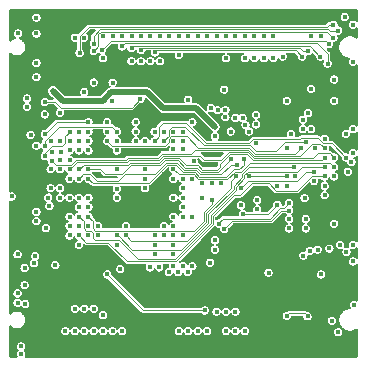
<source format=gbr>
%TF.GenerationSoftware,KiCad,Pcbnew,9.0.6-r1*%
%TF.CreationDate,2025-12-20T23:12:14+08:00*%
%TF.ProjectId,H750XB_V2,48373530-5842-45f5-9632-2e6b69636164,rev?*%
%TF.SameCoordinates,Original*%
%TF.FileFunction,Copper,L3,Inr*%
%TF.FilePolarity,Positive*%
%FSLAX46Y46*%
G04 Gerber Fmt 4.6, Leading zero omitted, Abs format (unit mm)*
G04 Created by KiCad (PCBNEW 9.0.6-r1) date 2025-12-20 23:12:14*
%MOMM*%
%LPD*%
G01*
G04 APERTURE LIST*
%TA.AperFunction,ViaPad*%
%ADD10C,0.400000*%
%TD*%
%TA.AperFunction,Conductor*%
%ADD11C,0.101600*%
%TD*%
%TA.AperFunction,Conductor*%
%ADD12C,0.500000*%
%TD*%
G04 APERTURE END LIST*
D10*
%TO.N,/core/FMC_SDNCAS*%
X26048800Y15200000D03*
%TO.N,/core/FMC_NBL0*%
X28098800Y27950000D03*
%TO.N,/core/FMC_D14*%
X20048800Y12400000D03*
%TO.N,/core/FMC_D3*%
X26948800Y14000000D03*
%TO.N,/core/FMC_A2*%
X3848800Y16900000D03*
X26948800Y18000000D03*
%TO.N,/core/FMC_D3*%
X28748800Y17200000D03*
%TO.N,/core/FMC_D14*%
X22948800Y13200000D03*
%TO.N,/core/FMC_D17*%
X14148800Y10600000D03*
%TO.N,/core/FMC_D3*%
X12548800Y18600000D03*
%TO.N,/core/FMC_D21*%
X25798800Y19600000D03*
%TO.N,/core/FMC_NBL2*%
X27698800Y27350000D03*
%TO.N,/core/FMC_A5*%
X19498800Y16600000D03*
%TO.N,/core/FMC_D2*%
X26948800Y14800000D03*
%TO.N,/core/FMC_SDNCAS*%
X8548800Y18600000D03*
%TO.N,/core/FMC_NBL2*%
X26948800Y18800000D03*
%TO.N,/core/FMC_D18*%
X14148800Y11400000D03*
%TO.N,/core/FMC_NBL0*%
X7398800Y26850000D03*
%TO.N,/core/FMC_NBL2*%
X7398800Y26200000D03*
%TO.N,/core/FMC_D17*%
X26598800Y25750000D03*
X10598800Y26450000D03*
%TO.N,/core/FMC_NBL0*%
X27748800Y15600000D03*
%TO.N,/core/FMC_D21*%
X18548800Y20600000D03*
%TO.N,/core/FMC_A0*%
X26948800Y17200000D03*
%TO.N,/core/FMC_A1*%
X5348800Y16200000D03*
%TO.N,/core/FMC_D1*%
X17998800Y11600000D03*
X23948800Y13350000D03*
%TO.N,/core/FMC_D2*%
X13348800Y18600000D03*
%TO.N,/core/FMC_A5*%
X6148800Y15400000D03*
%TO.N,/core/FMC_SDNCAS*%
X24948800Y18000000D03*
%TO.N,/core/FMC_D7*%
X9648800Y7750000D03*
%TO.N,/core/FMC_A0*%
X6148800Y16200000D03*
%TO.N,/core/FMC_D18*%
X25548800Y26200000D03*
X11398800Y26300000D03*
%TO.N,/core/FMC_BA0*%
X26048800Y16000000D03*
%TO.N,/core/FMC_A3*%
X6948800Y16200000D03*
%TO.N,/core/FMC_D2*%
X25348800Y18500000D03*
%TO.N,/core/FMC_D23*%
X17898800Y21200000D03*
%TO.N,/core/FMC_SDNRAS*%
X28903600Y16000000D03*
%TO.N,/core/FMC_D7*%
X10148800Y11400000D03*
%TO.N,/core/FMC_A3*%
X19048800Y17100000D03*
%TO.N,/core/FMC_SDNRAS*%
X26348800Y9400000D03*
%TO.N,/core/FMC_D23*%
X25548800Y20950000D03*
%TO.N,/core/FMC_D30*%
X5348800Y17800000D03*
%TO.N,/core/FMC_A6*%
X25698800Y9300000D03*
%TO.N,/core/FMC_SDNE0*%
X6148800Y12200000D03*
%TO.N,/core/FMC_A6*%
X23748800Y18000000D03*
%TO.N,/core/FMC_SDNE0*%
X26948800Y16400000D03*
%TO.N,/core/FMC_NBL1*%
X27298800Y26800000D03*
X8098800Y26300000D03*
X22948800Y14800000D03*
%TO.N,/core/FMC_D30*%
X5798800Y27350000D03*
%TO.N,/core/FMC_BA0*%
X19848800Y14600000D03*
%TO.N,GND*%
X17298800Y21400000D03*
X13348800Y19400000D03*
X23948800Y11200000D03*
%TO.N,/core/FMC_D22*%
X25098800Y20400000D03*
%TO.N,GND*%
X6148800Y9800000D03*
X29348800Y25300000D03*
X454000Y13900000D03*
%TO.N,/core/FMC_D22*%
X18548800Y21215103D03*
%TO.N,GND*%
X15748800Y12200000D03*
X25800000Y27500000D03*
X6148800Y13800000D03*
X27748800Y22000000D03*
X21148800Y20800000D03*
%TO.N,/core/FMC_NBL3*%
X24098800Y19200000D03*
X27698800Y28450000D03*
%TO.N,GND*%
X25348800Y11200000D03*
X22198800Y7450000D03*
%TO.N,/core/FMC_NBL3*%
X6198800Y26050000D03*
%TO.N,/core/FMC_SDNWE*%
X26948800Y15600000D03*
%TO.N,/core/FMC_D19*%
X16548800Y13800000D03*
%TO.N,GND*%
X15748800Y20200000D03*
X18448800Y22950000D03*
X9348800Y13800000D03*
X29348800Y9800000D03*
%TO.N,/core/FMC_D19*%
X25098800Y19600000D03*
%TO.N,/core/FMC_SDNWE*%
X6148800Y10600000D03*
%TO.N,GND*%
X4648800Y17700000D03*
X26648800Y7300000D03*
X4148800Y8100000D03*
X4548800Y17000000D03*
X25248800Y13760000D03*
X2548800Y25200000D03*
X1748800Y22200000D03*
X25348800Y12000000D03*
X23948800Y12000000D03*
X2548800Y18200000D03*
X17248800Y8300000D03*
X4548800Y21000000D03*
X8548800Y20200000D03*
X29448800Y4700000D03*
X21148800Y20000000D03*
X9348800Y9800000D03*
X5000000Y2502400D03*
X29348800Y28450000D03*
X3848800Y17700000D03*
X28098800Y2400000D03*
X29345600Y17564600D03*
X11748800Y15400000D03*
X2548800Y29050000D03*
X11748800Y14600000D03*
X27748800Y11600000D03*
X21248800Y13600000D03*
X2548800Y24000000D03*
X16200000Y27500000D03*
X23748800Y22000000D03*
X14948800Y13800000D03*
X1248800Y1200000D03*
X23748800Y14800000D03*
X28748800Y19200000D03*
X1248800Y550000D03*
%TO.N,+3V3*%
X21148800Y19200000D03*
X11348800Y12200000D03*
X13348800Y14200000D03*
%TO.N,GND*%
X21248800Y12800000D03*
X2048800Y19100000D03*
X16548800Y15000000D03*
X1748800Y21480000D03*
X9348800Y16200000D03*
X15848800Y16900000D03*
X21148800Y18400000D03*
X29348800Y19600000D03*
X12548800Y9800000D03*
X998800Y27700000D03*
X9348800Y14550000D03*
X11748800Y16200000D03*
X2548800Y27700000D03*
X28798800Y9200000D03*
X23398800Y25750000D03*
X26600000Y27500000D03*
X10948800Y19400000D03*
X25798800Y23000000D03*
X19848800Y13150000D03*
X28648800Y29100000D03*
X3548800Y13800000D03*
X27748800Y23800000D03*
%TO.N,+3V3*%
X26548800Y22900000D03*
X26048800Y14400000D03*
X17448800Y16600000D03*
X13348800Y15000000D03*
X21148800Y14400000D03*
X7848800Y15800000D03*
X22148800Y22000000D03*
X13348800Y12200000D03*
X25548800Y8400000D03*
X7748800Y12200000D03*
X13348800Y15800000D03*
X17448800Y17400000D03*
X26948800Y11600000D03*
X26148800Y22000000D03*
X28748800Y13600000D03*
X21748800Y8900000D03*
X12148800Y12200000D03*
X498800Y1200000D03*
X28748800Y18400000D03*
X7748800Y13800000D03*
X11698800Y17700000D03*
X454000Y9900000D03*
X28748800Y20000000D03*
X1948800Y1950000D03*
X7828800Y17400000D03*
X3398800Y26850000D03*
X13348800Y13400000D03*
X12548800Y17700000D03*
X9748800Y12200000D03*
X28772671Y20720000D03*
%TO.N,/VCAP*%
X12948800Y7900000D03*
%TO.N,PK7*%
X8548800Y19400000D03*
%TO.N,PI12*%
X3748800Y16200000D03*
%TO.N,PJ7*%
X14148800Y12200000D03*
%TO.N,PG6*%
X21800000Y25600000D03*
X20248800Y19950000D03*
%TO.N,PK4*%
X12200000Y27500000D03*
%TO.N,PI14*%
X5348800Y15400000D03*
%TO.N,PJ11*%
X14948800Y14600000D03*
%TO.N,+3V3*%
X22914800Y11618000D03*
%TO.N,PJ13*%
X11748800Y18600000D03*
%TO.N,/VCAP*%
X17648800Y19800000D03*
%TO.N,PH4*%
X15400000Y2500000D03*
%TO.N,+3V3*%
X28548800Y12400000D03*
%TO.N,PJ6*%
X14948800Y12200000D03*
%TO.N,PG11*%
X13000000Y27500000D03*
%TO.N,PJ1*%
X7748800Y10600000D03*
%TO.N,PK6*%
X11400000Y27500000D03*
%TO.N,+3V3*%
X10998800Y17700000D03*
X7748800Y13000000D03*
X17848800Y11000000D03*
X4198800Y26850000D03*
%TO.N,PJ9*%
X14948800Y13000000D03*
%TO.N,/VCAP*%
X8148800Y22000000D03*
%TO.N,PJ5*%
X13748800Y7500000D03*
%TO.N,+3V3*%
X8948800Y12200000D03*
%TO.N,PH4*%
X5348800Y10600000D03*
%TO.N,PK3*%
X11398800Y25350000D03*
%TO.N,PI8*%
X6148800Y17800000D03*
%TO.N,PG2*%
X17448800Y15000000D03*
%TO.N,PK2*%
X18148800Y15000000D03*
%TO.N,PK0*%
X14148800Y15400000D03*
%TO.N,PJ0*%
X7748800Y11400000D03*
%TO.N,PJ14*%
X13800000Y27500000D03*
%TO.N,PJ12*%
X14600000Y27500000D03*
%TO.N,PI13*%
X4548800Y16200000D03*
%TO.N,PG10*%
X12198800Y25350000D03*
%TO.N,PJ15*%
X12998800Y25350000D03*
%TO.N,PJ4*%
X8548800Y7300000D03*
X16798800Y4250000D03*
%TO.N,PG12*%
X10948800Y20200000D03*
%TO.N,PJ10*%
X14148800Y13800000D03*
%TO.N,PB0*%
X20200000Y2500000D03*
%TO.N,USB_FS+*%
X20200000Y25600000D03*
%TO.N,PB12*%
X14148800Y9000000D03*
%TO.N,PE5*%
X3748800Y18600000D03*
%TO.N,PC13*%
X6148800Y18600000D03*
%TO.N,PJ8*%
X13348800Y11400000D03*
%TO.N,PB8*%
X6948800Y19400000D03*
%TO.N,PB5*%
X8200000Y27500000D03*
%TO.N,USB_FS+*%
X19396400Y20550000D03*
%TO.N,PC9*%
X14948800Y18600000D03*
%TO.N,PD7*%
X17000000Y27500000D03*
%TO.N,/VBAT*%
X3248800Y20850000D03*
%TO.N,PD4*%
X17800000Y27500000D03*
%TO.N,PD11*%
X14948800Y8000000D03*
%TO.N,PC5*%
X9800000Y2500000D03*
%TO.N,PA3*%
X5800000Y4400000D03*
%TO.N,USB_FS-*%
X21000000Y25600000D03*
%TO.N,PC12*%
X19400000Y27500000D03*
%TO.N,PD13*%
X17648800Y10200000D03*
%TO.N,PC8*%
X14148800Y18600000D03*
%TO.N,PA10*%
X14148800Y19400000D03*
%TO.N,PC6*%
X14948800Y17900000D03*
%TO.N,PC13*%
X6598800Y22750000D03*
%TO.N,PA5*%
X7400000Y4400000D03*
%TO.N,PA1*%
X6148800Y11400000D03*
X14600000Y2500000D03*
%TO.N,USB_FS-*%
X20001200Y20550000D03*
%TO.N,PB8*%
X8200000Y25600000D03*
%TO.N,PA4*%
X6600000Y4400000D03*
%TO.N,PC11*%
X21000000Y27500000D03*
%TO.N,PA8*%
X21800000Y27500000D03*
%TO.N,PC1*%
X5348800Y12200000D03*
%TO.N,PC2_C*%
X5800000Y2500000D03*
%TO.N,PA0_C*%
X6600000Y2500000D03*
%TO.N,PC4*%
X9000000Y2500000D03*
%TO.N,PD5*%
X14598800Y25900000D03*
%TO.N,PB7*%
X9000000Y27500000D03*
%TO.N,PC10*%
X20200000Y27500000D03*
%TO.N,PA7*%
X18600000Y2500000D03*
%TO.N,PB1*%
X19400000Y2500000D03*
%TO.N,PC0*%
X4548800Y13800000D03*
%TO.N,PE6*%
X6948800Y18600000D03*
%TO.N,PD3*%
X18600000Y27500000D03*
%TO.N,PC3_C*%
X7400000Y2500000D03*
%TO.N,PA0*%
X6948800Y11400000D03*
%TO.N,PA8*%
X18998800Y19400000D03*
%TO.N,PE3*%
X5348800Y18600000D03*
%TO.N,PA6*%
X8198800Y3850000D03*
%TO.N,PB4*%
X10600000Y27500000D03*
%TO.N,PB2*%
X17800000Y4150000D03*
%TO.N,PA15*%
X22600000Y27500000D03*
%TO.N,PE4*%
X4548800Y18600000D03*
%TO.N,PA2*%
X5348800Y11400000D03*
%TO.N,PD2*%
X12548800Y19400000D03*
%TO.N,PA9*%
X14948800Y19400000D03*
%TO.N,PC1*%
X17000000Y2500000D03*
%TO.N,PA2*%
X16200000Y2500000D03*
%TO.N,PC7*%
X14148800Y17900000D03*
%TO.N,PA14*%
X18598800Y25600000D03*
%TO.N,PD12*%
X17648800Y9400000D03*
%TO.N,PB14*%
X15348800Y7500000D03*
%TO.N,PF7*%
X5348800Y13800000D03*
%TO.N,PA13*%
X15398800Y22100000D03*
%TO.N,PB3*%
X9800000Y27500000D03*
%TO.N,/core/PG9*%
X2448800Y8850000D03*
%TO.N,/core/PF9*%
X6948800Y13000000D03*
%TO.N,/core/PG14*%
X3248800Y18200000D03*
%TO.N,PJ2*%
X18600000Y4150000D03*
%TO.N,PG13*%
X10948800Y18600000D03*
%TO.N,PI11*%
X6948800Y17800000D03*
%TO.N,PG7*%
X22598800Y25600000D03*
X20548800Y19400000D03*
%TO.N,PH7*%
X14148800Y8000000D03*
%TO.N,PK1*%
X15748800Y15400000D03*
%TO.N,/core/PB6*%
X6948800Y20200000D03*
%TO.N,PI15*%
X6948800Y10600000D03*
%TO.N,PH6*%
X12548800Y9000000D03*
%TO.N,/core/V_{CORE1}*%
X8948800Y22000000D03*
%TO.N,/core/V_{CORE2}*%
X17648800Y19000000D03*
%TO.N,PG3*%
X14948800Y15400000D03*
%TO.N,/core/PB6*%
X23748800Y3800000D03*
%TO.N,PJ3*%
X19400000Y4150000D03*
%TO.N,/core/V_{CORE3}*%
X12148800Y7900000D03*
%TO.N,PI11*%
X7400000Y23550000D03*
%TO.N,PK5*%
X10598800Y25350000D03*
%TO.N,/core/PB6*%
X3248800Y19200000D03*
X948800Y9000000D03*
X25498800Y3750000D03*
%TO.N,/core/PF10*%
X1548800Y7850000D03*
X6148800Y13000000D03*
%TO.N,/core/PG9*%
X3248800Y21900000D03*
X11348800Y22150000D03*
%TO.N,/core/PF9*%
X1548800Y6400000D03*
%TO.N,/core/PF6*%
X4548800Y14600000D03*
X948800Y5700000D03*
%TO.N,/core/PF8*%
X948800Y4900000D03*
X27568800Y3380000D03*
%TO.N,/core/PG14*%
X9348800Y19400000D03*
X2348800Y8250000D03*
%TO.N,/core/PF8*%
X29348800Y8400000D03*
%TO.N,/core/PE2*%
X1598800Y4800000D03*
X5348800Y19400000D03*
%TO.N,/core/PF8*%
X6948800Y13800000D03*
%TO.N,PB13*%
X14548800Y7500000D03*
%TO.N,/core/PE2*%
X3248800Y17300000D03*
%TO.N,PB11*%
X13348800Y10600000D03*
%TO.N,PB10*%
X12548800Y10600000D03*
%TO.N,/VREF+*%
X2548800Y12600000D03*
%TO.N,PA1_C*%
X8200000Y2500000D03*
%TO.N,/PDR_ON*%
X8998800Y23550000D03*
%TO.N,/VREF-*%
X2548800Y11800000D03*
%TO.N,/VDDA*%
X3648800Y13100000D03*
%TO.N,/BOOT0*%
X9348800Y17800000D03*
%TO.N,PB15*%
X15748800Y8000000D03*
%TO.N,/NRST*%
X3748800Y14600000D03*
%TO.N,/PDR_ON*%
X9348800Y18600000D03*
%TO.N,PB9*%
X6148800Y19400000D03*
%TO.N,PD6*%
X15400000Y27500000D03*
%TO.N,/VSSA*%
X3348800Y11223100D03*
%TO.N,/core/FMC_A1*%
X27748800Y17200000D03*
%TO.N,+3V3*%
X948800Y25150000D03*
%TO.N,/VCAP*%
X3948800Y22850000D03*
%TO.N,+3V3*%
X748800Y24550000D03*
%TO.N,/core/FMC_SDCKE0*%
X6948800Y12200000D03*
%TO.N,/core/FMC_D31*%
X5348800Y17000000D03*
%TO.N,/core/FMC_A7*%
X24448800Y15600000D03*
%TO.N,/core/FMC_A8*%
X24348800Y16400000D03*
%TO.N,/core/FMC_A9*%
X20548800Y15600000D03*
%TO.N,/core/FMC_D16*%
X9798800Y26600000D03*
X27198800Y25150000D03*
%TO.N,/core/FMC_D31*%
X6598800Y27350000D03*
%TO.N,/core/FMC_D20*%
X14948800Y10600000D03*
%TO.N,/core/FMC_A9*%
X19448800Y15600000D03*
%TO.N,/core/FMC_A7*%
X25148800Y8900000D03*
%TO.N,/core/FMC_D16*%
X14148800Y9800000D03*
%TO.N,/core/FMC_SDCKE0*%
X17448800Y13600000D03*
%TO.N,/core/FMC_D20*%
X12598800Y26100000D03*
%TO.N,/core/FMC_A9*%
X10148800Y10600000D03*
X23748800Y15600000D03*
%TO.N,/core/FMC_A11*%
X29218600Y16800000D03*
%TO.N,/core/FMC_D20*%
X25048800Y25750000D03*
%TO.N,/core/FMC_A11*%
X28248800Y9800000D03*
%TO.N,/core/FMC_A4*%
X20098800Y17100000D03*
%TO.N,/core/FMC_A8*%
X9348800Y10600000D03*
%TO.N,/core/FMC_A4*%
X6948800Y15400000D03*
%TO.N,/core/FMC_BA1*%
X27748800Y16400000D03*
X14148800Y16200000D03*
%TO.N,/core/FMC_D0*%
X18448800Y11150000D03*
X23948800Y12700000D03*
%TO.N,/core/FMC_A10*%
X26148800Y18000000D03*
X27348800Y9500000D03*
%TD*%
D11*
%TO.N,/core/PE2*%
X3248800Y17618875D02*
X3248800Y17300000D01*
X3829925Y18200000D02*
X3248800Y17618875D01*
X4948800Y19000000D02*
X4948800Y18400000D01*
%TO.N,/core/FMC_SDCKE0*%
X17448800Y13600000D02*
X17448800Y13268088D01*
X7348800Y11800000D02*
X6948800Y12200000D01*
X7548800Y11000000D02*
X7348800Y11200000D01*
X16732800Y11854822D02*
X15877978Y11000000D01*
X17448800Y13268088D02*
X16732800Y12552088D01*
X7348800Y11200000D02*
X7348800Y11800000D01*
X16732800Y12552088D02*
X16732800Y11854822D01*
X15877978Y11000000D02*
X7548800Y11000000D01*
%TO.N,/core/FMC_D16*%
X27198800Y25150000D02*
X27198800Y26000000D01*
X27198800Y26000000D02*
X26340300Y26858500D01*
X26340300Y26858500D02*
X10057300Y26858500D01*
X10057300Y26858500D02*
X9798800Y26600000D01*
%TO.N,/core/FMC_D20*%
X24514800Y26284000D02*
X25048800Y25750000D01*
X12598800Y26100000D02*
X12782800Y26284000D01*
X12782800Y26284000D02*
X24514800Y26284000D01*
%TO.N,/core/FMC_A9*%
X23748800Y15600000D02*
X20548800Y15600000D01*
X15315700Y10166900D02*
X16924300Y11775500D01*
X16924300Y12472766D02*
X19048800Y14597266D01*
X19048800Y14597266D02*
X19048800Y15196228D01*
X19300597Y15451797D02*
X19448800Y15600000D01*
X19048800Y15196228D02*
X19300597Y15448025D01*
X19300597Y15448025D02*
X19300597Y15451797D01*
X16924300Y11775500D02*
X16924300Y12472766D01*
X10148800Y10600000D02*
X10581900Y10166900D01*
X10581900Y10166900D02*
X15315700Y10166900D01*
%TO.N,/core/FMC_A8*%
X19240300Y14517944D02*
X17115800Y12393444D01*
X10619622Y9400000D02*
X9419622Y10600000D01*
X19240300Y14791500D02*
X19240300Y14517944D01*
X14819622Y9400000D02*
X10619622Y9400000D01*
%TO.N,/core/FMC_A4*%
X19239759Y16191500D02*
X18639759Y15591500D01*
X7315700Y15033100D02*
X6948800Y15400000D01*
%TO.N,/core/FMC_A8*%
X17115800Y11696178D02*
X14819622Y9400000D01*
X20548800Y16400000D02*
X19957300Y15808500D01*
%TO.N,/core/FMC_A4*%
X16346997Y15591500D02*
X15980097Y15958400D01*
X15980097Y15958400D02*
X14949838Y15958400D01*
X14949838Y15958400D02*
X14341338Y16566900D01*
%TO.N,/core/FMC_BA1*%
X27381900Y16766900D02*
X27748800Y16400000D01*
%TO.N,/core/FMC_A4*%
X20098800Y17100000D02*
X20098800Y16550000D01*
%TO.N,/core/FMC_BA1*%
X16267675Y15400000D02*
X18719081Y15400000D01*
X20644878Y16766900D02*
X27381900Y16766900D01*
%TO.N,/core/FMC_A4*%
X13596825Y16566900D02*
X12063025Y15033100D01*
%TO.N,/core/FMC_A8*%
X9419622Y10600000D02*
X9348800Y10600000D01*
%TO.N,/core/FMC_A4*%
X20098800Y16550000D02*
X19740300Y16191500D01*
X12063025Y15033100D02*
X7315700Y15033100D01*
%TO.N,/core/FMC_BA1*%
X14148800Y16200000D02*
X14581900Y15766900D01*
%TO.N,/core/FMC_A4*%
X14341338Y16566900D02*
X13596825Y16566900D01*
%TO.N,/core/FMC_BA1*%
X19319081Y16000000D02*
X19877978Y16000000D01*
%TO.N,/core/FMC_A8*%
X19957300Y15808500D02*
X19957300Y15508500D01*
X17115800Y12393444D02*
X17115800Y11696178D01*
X19957300Y15508500D02*
X19240300Y14791500D01*
%TO.N,/core/FMC_BA1*%
X15900775Y15766900D02*
X16267675Y15400000D01*
%TO.N,/core/FMC_A4*%
X18639759Y15591500D02*
X16346997Y15591500D01*
%TO.N,/core/FMC_BA1*%
X14581900Y15766900D02*
X15900775Y15766900D01*
X19877978Y16000000D02*
X20644878Y16766900D01*
X18719081Y15400000D02*
X19319081Y16000000D01*
%TO.N,/core/FMC_A4*%
X19740300Y16191500D02*
X19239759Y16191500D01*
%TO.N,/core/FMC_A8*%
X24348800Y16400000D02*
X20548800Y16400000D01*
%TO.N,/core/FMC_D0*%
X22407813Y11823603D02*
X19122403Y11823603D01*
X23948800Y12700000D02*
X23284210Y12700000D01*
%TO.N,/core/FMC_A1*%
X16415900Y17332900D02*
X16748800Y17000000D01*
X12886234Y16949900D02*
X13269234Y17332900D01*
X20419622Y17658400D02*
X20928122Y17149900D01*
X25948800Y17149900D02*
X26365800Y17566900D01*
X18159103Y17000000D02*
X18817503Y17658400D01*
X13269234Y17332900D02*
X16415900Y17332900D01*
%TO.N,/core/FMC_D0*%
X23284210Y12700000D02*
X22407813Y11823603D01*
X19122403Y11823603D02*
X18448800Y11150000D01*
%TO.N,/core/FMC_A1*%
X18817503Y17658400D02*
X20419622Y17658400D01*
X10367359Y16949900D02*
X12886234Y16949900D01*
%TO.N,/core/FMC_D17*%
X10815800Y26667000D02*
X10598800Y26450000D01*
%TO.N,/core/FMC_A1*%
X16748800Y17000000D02*
X18159103Y17000000D01*
X5348800Y16200000D02*
X5940300Y16791500D01*
X27381900Y17566900D02*
X27748800Y17200000D01*
X10208959Y16791500D02*
X10367359Y16949900D01*
X20928122Y17149900D02*
X25948800Y17149900D01*
%TO.N,/core/FMC_D17*%
X26598800Y25750000D02*
X25681800Y26667000D01*
X25681800Y26667000D02*
X10815800Y26667000D01*
%TO.N,/core/FMC_A1*%
X26365800Y17566900D02*
X27381900Y17566900D01*
X5940300Y16791500D02*
X10208959Y16791500D01*
%TO.N,/core/FMC_A2*%
X13189912Y17524400D02*
X12806912Y17141400D01*
X25906262Y18366900D02*
X24880762Y17341400D01*
%TO.N,/core/FMC_NBL0*%
X7398800Y26850000D02*
X7398800Y27488497D01*
X27369622Y27950000D02*
X28098800Y27950000D01*
%TO.N,/core/FMC_A2*%
X26948800Y18000000D02*
X26581900Y18366900D01*
X20498944Y17849900D02*
X15974300Y17849900D01*
X12806912Y17141400D02*
X10288037Y17141400D01*
X26581900Y18366900D02*
X25906262Y18366900D01*
X15648800Y17524400D02*
X13189912Y17524400D01*
X4181900Y16566900D02*
X3848800Y16900000D01*
%TO.N,/core/FMC_NBL0*%
X7398800Y27488497D02*
X7968703Y28058400D01*
%TO.N,/core/FMC_A2*%
X10129637Y16983000D02*
X5860978Y16983000D01*
%TO.N,/core/FMC_NBL0*%
X7968703Y28058400D02*
X27261222Y28058400D01*
%TO.N,/core/FMC_A2*%
X5860978Y16983000D02*
X5444878Y16566900D01*
X5444878Y16566900D02*
X4181900Y16566900D01*
%TO.N,/core/FMC_D14*%
X20048800Y12400000D02*
X22148800Y12400000D01*
%TO.N,/core/FMC_A2*%
X10288037Y17141400D02*
X10129637Y16983000D01*
X24880762Y17341400D02*
X21007444Y17341400D01*
X21007444Y17341400D02*
X20498944Y17849900D01*
%TO.N,/core/FMC_NBL0*%
X27261222Y28058400D02*
X27369622Y27950000D01*
%TO.N,/core/FMC_A2*%
X15974300Y17849900D02*
X15648800Y17524400D01*
%TO.N,/core/FMC_D14*%
X22148800Y12400000D02*
X22948800Y13200000D01*
%TO.N,/core/FMC_D3*%
X13248800Y20100000D02*
X15198800Y20100000D01*
X12948800Y19800000D02*
X13248800Y20100000D01*
X16874400Y18424400D02*
X20573200Y18424400D01*
X20573200Y18424400D02*
X20915700Y18766900D01*
X26829925Y18400000D02*
X27548800Y18400000D01*
X12948800Y19000000D02*
X12948800Y19800000D01*
X20915700Y18766900D02*
X24848800Y18766900D01*
X24948800Y18866900D02*
X26363025Y18866900D01*
X12548800Y18600000D02*
X12948800Y19000000D01*
X24848800Y18766900D02*
X24948800Y18866900D01*
X15198800Y20100000D02*
X16874400Y18424400D01*
X27548800Y18400000D02*
X28748800Y17200000D01*
X26363025Y18866900D02*
X26829925Y18400000D01*
%TO.N,/core/FMC_NBL2*%
X7398800Y26200000D02*
X7798800Y26600000D01*
%TO.N,/core/FMC_SDNCAS*%
X20578266Y18041400D02*
X16216838Y18041400D01*
X13948800Y19000000D02*
X13748800Y18800000D01*
X21086766Y17532900D02*
X20578266Y18041400D01*
X8948800Y18200000D02*
X8548800Y18600000D01*
X13748800Y18800000D02*
X13748800Y18481125D01*
%TO.N,/core/FMC_NBL2*%
X7798800Y27617675D02*
X8048025Y27866900D01*
X27181900Y27866900D02*
X27698800Y27350000D01*
X7798800Y26600000D02*
X7798800Y27617675D01*
X8048025Y27866900D02*
X27181900Y27866900D01*
%TO.N,/core/FMC_SDNCAS*%
X15258238Y19000000D02*
X13948800Y19000000D01*
X24948800Y18000000D02*
X24481700Y17532900D01*
X13467675Y18200000D02*
X8948800Y18200000D01*
X24481700Y17532900D02*
X21086766Y17532900D01*
%TO.N,/core/FMC_D2*%
X14029925Y19800000D02*
X15148800Y19800000D01*
%TO.N,/core/FMC_A0*%
X13348556Y17141400D02*
X14579304Y17141400D01*
X20848800Y16958400D02*
X26707200Y16958400D01*
X18113389Y16683464D02*
X18896825Y17466900D01*
%TO.N,/core/FMC_D2*%
X16715900Y18232900D02*
X20657588Y18232900D01*
X13738389Y19060411D02*
X13738389Y19508464D01*
%TO.N,/core/FMC_A0*%
X18113389Y16435411D02*
X18113389Y16683464D01*
%TO.N,/core/FMC_D2*%
X20657588Y18232900D02*
X21166088Y17724400D01*
%TO.N,/core/FMC_A0*%
X10446681Y16758400D02*
X12965556Y16758400D01*
%TO.N,/core/FMC_D2*%
X13738389Y19508464D02*
X14029925Y19800000D01*
%TO.N,/core/FMC_A5*%
X19498800Y16600000D02*
X18998800Y16600000D01*
%TO.N,/core/FMC_D2*%
X15148800Y19800000D02*
X16715900Y18232900D01*
X22828800Y17724400D02*
X23604400Y18500000D01*
%TO.N,/core/FMC_A0*%
X17843978Y16166000D02*
X18113389Y16435411D01*
X16218063Y16532900D02*
X16584963Y16166000D01*
X6148800Y16200000D02*
X6548800Y16600000D01*
%TO.N,/core/FMC_D2*%
X13348800Y18600000D02*
X13348800Y18670822D01*
%TO.N,/core/FMC_A0*%
X6548800Y16600000D02*
X10288281Y16600000D01*
%TO.N,/core/FMC_D2*%
X13348800Y18670822D02*
X13738389Y19060411D01*
%TO.N,/core/FMC_A0*%
X26707200Y16958400D02*
X26948800Y17200000D01*
X16584963Y16166000D02*
X17843978Y16166000D01*
X18896825Y17466900D02*
X20340300Y17466900D01*
X15187804Y16532900D02*
X16218063Y16532900D01*
%TO.N,/core/FMC_D2*%
X21166088Y17724400D02*
X22828800Y17724400D01*
%TO.N,/core/FMC_A0*%
X14579304Y17141400D02*
X15187804Y16532900D01*
X12965556Y16758400D02*
X13348556Y17141400D01*
X10288281Y16600000D02*
X10446681Y16758400D01*
%TO.N,/core/FMC_D2*%
X23604400Y18500000D02*
X25348800Y18500000D01*
%TO.N,/core/FMC_A0*%
X20340300Y17466900D02*
X20848800Y16958400D01*
%TO.N,/core/FMC_A5*%
X10029925Y15800000D02*
X9454525Y15224600D01*
X15029160Y16149900D02*
X14420660Y16758400D01*
X18181800Y15783000D02*
X16426319Y15783000D01*
X16426319Y15783000D02*
X16059419Y16149900D01*
X13507200Y16758400D02*
X12548800Y15800000D01*
X18998800Y16600000D02*
X18181800Y15783000D01*
X6515700Y15766900D02*
X6148800Y15400000D01*
X7643075Y15224600D02*
X7100775Y15766900D01*
%TO.N,/core/FMC_SDNCAS*%
X16216838Y18041400D02*
X15258238Y19000000D01*
%TO.N,/core/FMC_A5*%
X14420660Y16758400D02*
X13507200Y16758400D01*
X12548800Y15800000D02*
X10029925Y15800000D01*
%TO.N,/core/FMC_SDNCAS*%
X13748800Y18481125D02*
X13467675Y18200000D01*
%TO.N,/core/FMC_A5*%
X9454525Y15224600D02*
X7643075Y15224600D01*
X16059419Y16149900D02*
X15029160Y16149900D01*
X7100775Y15766900D02*
X6515700Y15766900D01*
%TO.N,/core/FMC_D1*%
X22328491Y12015103D02*
X18313903Y12015103D01*
X18313903Y12015103D02*
X17998800Y11700000D01*
X17998800Y11700000D02*
X17998800Y11600000D01*
X23948800Y13350000D02*
X23490300Y12891500D01*
X23204888Y12891500D02*
X22328491Y12015103D01*
X23490300Y12891500D02*
X23204888Y12891500D01*
%TO.N,/core/FMC_A3*%
X15108482Y16341400D02*
X16138741Y16341400D01*
X6948800Y16200000D02*
X7967675Y16200000D01*
X16505641Y15974500D02*
X17923300Y15974500D01*
X16138741Y16341400D02*
X16505641Y15974500D01*
%TO.N,/core/FMC_BA0*%
X25367675Y16000000D02*
X24567675Y15200000D01*
%TO.N,/core/FMC_A3*%
X8367675Y15800000D02*
X9759103Y15800000D01*
%TO.N,/core/FMC_BA0*%
X20448800Y15200000D02*
X19848800Y14600000D01*
%TO.N,/core/FMC_D18*%
X25548800Y26200000D02*
X25148800Y26200000D01*
X11574300Y26475500D02*
X11398800Y26300000D01*
%TO.N,/core/FMC_BA0*%
X26048800Y16000000D02*
X25367675Y16000000D01*
%TO.N,/core/FMC_D18*%
X25148800Y26200000D02*
X24873300Y26475500D01*
X24873300Y26475500D02*
X11574300Y26475500D01*
%TO.N,/core/FMC_A3*%
X13427878Y16949900D02*
X14499982Y16949900D01*
X9759103Y15800000D02*
X10526003Y16566900D01*
%TO.N,/core/FMC_BA0*%
X24567675Y15200000D02*
X20448800Y15200000D01*
%TO.N,/core/FMC_A3*%
X10526003Y16566900D02*
X13044878Y16566900D01*
X14499982Y16949900D02*
X15108482Y16341400D01*
X17923300Y15974500D02*
X19048800Y17100000D01*
X7967675Y16200000D02*
X8367675Y15800000D01*
X13044878Y16566900D02*
X13427878Y16949900D01*
%TO.N,/core/FMC_SDNE0*%
X6148800Y12200000D02*
X6548800Y11800000D01*
X17307300Y11616856D02*
X17307300Y12314122D01*
X7148800Y11000000D02*
X7348800Y10800000D01*
X25048800Y16400000D02*
X26948800Y16400000D01*
X6748800Y11000000D02*
X7148800Y11000000D01*
%TO.N,/core/FMC_NBL1*%
X8098800Y26300000D02*
X8848800Y27050000D01*
%TO.N,/core/FMC_SDNE0*%
X20429925Y16000000D02*
X24648800Y16000000D01*
%TO.N,/core/FMC_NBL1*%
X8848800Y27050000D02*
X27048800Y27050000D01*
%TO.N,/core/FMC_SDNE0*%
X9548800Y10200000D02*
X11148800Y8600000D01*
X24648800Y16000000D02*
X25048800Y16400000D01*
X14290444Y8600000D02*
X17307300Y11616856D01*
X20148800Y15429178D02*
X20148800Y15718875D01*
%TO.N,/core/FMC_NBL1*%
X27048800Y27050000D02*
X27298800Y26800000D01*
%TO.N,/core/FMC_SDNE0*%
X7539362Y10200000D02*
X9548800Y10200000D01*
X6548800Y11200000D02*
X6748800Y11000000D01*
X20148800Y15718875D02*
X20429925Y16000000D01*
X19431800Y14438622D02*
X19431800Y14712178D01*
X7348800Y10390562D02*
X7539362Y10200000D01*
X19431800Y14712178D02*
X20148800Y15429178D01*
X6548800Y11800000D02*
X6548800Y11200000D01*
%TO.N,/core/FMC_SDNWE*%
X8629925Y10000000D02*
X6748800Y10000000D01*
X20807300Y15008500D02*
X19798800Y14000000D01*
X17498800Y11537534D02*
X14369766Y8408500D01*
X24648800Y14400000D02*
X22829925Y14400000D01*
X19798800Y14000000D02*
X19264000Y14000000D01*
X19264000Y14000000D02*
X17498800Y12234800D01*
X26948800Y15600000D02*
X25848800Y15600000D01*
X14369766Y8408500D02*
X10221425Y8408500D01*
%TO.N,/core/FMC_NBL3*%
X27148700Y28249900D02*
X6979825Y28249900D01*
%TO.N,/core/FMC_SDNWE*%
X10221425Y8408500D02*
X8629925Y10000000D01*
%TO.N,/core/FMC_NBL3*%
X6979825Y28249900D02*
X6198800Y27468875D01*
X27698800Y28450000D02*
X27348800Y28450000D01*
X6198800Y27468875D02*
X6198800Y26050000D01*
%TO.N,/core/FMC_SDNWE*%
X17498800Y12234800D02*
X17498800Y11537534D01*
X22829925Y14400000D02*
X22221425Y15008500D01*
X6748800Y10000000D02*
X6148800Y10600000D01*
X25848800Y15600000D02*
X24648800Y14400000D01*
X22221425Y15008500D02*
X20807300Y15008500D01*
%TO.N,/core/FMC_NBL3*%
X27348800Y28450000D02*
X27148700Y28249900D01*
%TO.N,/core/FMC_SDNE0*%
X7348800Y10800000D02*
X7348800Y10390562D01*
X17307300Y12314122D02*
X19431800Y14438622D01*
X11148800Y8600000D02*
X14290444Y8600000D01*
D12*
%TO.N,/VCAP*%
X13248800Y21400000D02*
X16048800Y21400000D01*
X16048800Y21400000D02*
X17648800Y19800000D01*
X11898800Y22750000D02*
X13248800Y21400000D01*
X8898800Y22750000D02*
X11898800Y22750000D01*
X8148800Y22000000D02*
X4798800Y22000000D01*
X8148800Y22000000D02*
X8898800Y22750000D01*
X4798800Y22000000D02*
X3948800Y22850000D01*
D11*
%TO.N,/core/PB6*%
X3248800Y19200000D02*
X4248800Y20200000D01*
X25248800Y4000000D02*
X23948800Y4000000D01*
%TO.N,/core/PG9*%
X4633875Y21400000D02*
X4133875Y21900000D01*
X10598800Y21400000D02*
X4633875Y21400000D01*
X11348800Y22150000D02*
X10598800Y21400000D01*
%TO.N,/core/PB6*%
X25498800Y3750000D02*
X25248800Y4000000D01*
X4248800Y20200000D02*
X6948800Y20200000D01*
X23948800Y4000000D02*
X23748800Y3800000D01*
%TO.N,/core/PG9*%
X4133875Y21900000D02*
X3248800Y21900000D01*
%TO.N,/core/PG14*%
X3248800Y18618875D02*
X4429925Y19800000D01*
X8948800Y19800000D02*
X9348800Y19400000D01*
X3248800Y18200000D02*
X3248800Y18618875D01*
X4429925Y19800000D02*
X8948800Y19800000D01*
%TO.N,/core/PE2*%
X5348800Y19400000D02*
X4948800Y19000000D01*
X4948800Y18400000D02*
X4748800Y18200000D01*
X4748800Y18200000D02*
X3829925Y18200000D01*
%TO.N,PJ4*%
X16798800Y4250000D02*
X11598800Y4250000D01*
X11598800Y4250000D02*
X8548800Y7300000D01*
%TD*%
%TA.AperFunction,Conductor*%
%TO.N,+3V3*%
G36*
X29694717Y29741425D02*
G01*
X29716489Y29729643D01*
X29733255Y29711431D01*
X29743199Y29688761D01*
X29745500Y29670300D01*
X29745500Y28733827D01*
X29741425Y28709410D01*
X29729643Y28687638D01*
X29711431Y28670872D01*
X29688761Y28660928D01*
X29664090Y28658884D01*
X29640093Y28664961D01*
X29619368Y28678501D01*
X29616465Y28681474D01*
X29616434Y28681442D01*
X29581995Y28715881D01*
X29581986Y28715889D01*
X29581982Y28715893D01*
X29559928Y28732816D01*
X29545284Y28744053D01*
X29505219Y28767185D01*
X29462483Y28784887D01*
X29462475Y28784890D01*
X29417804Y28796861D01*
X29403178Y28798787D01*
X29371930Y28802900D01*
X29325670Y28802900D01*
X29300203Y28799548D01*
X29279795Y28796861D01*
X29235124Y28784890D01*
X29235116Y28784887D01*
X29192380Y28767185D01*
X29152315Y28744053D01*
X29115622Y28715897D01*
X29115604Y28715881D01*
X29082919Y28683196D01*
X29082903Y28683178D01*
X29054747Y28646485D01*
X29031615Y28606420D01*
X29013913Y28563684D01*
X29013910Y28563676D01*
X29001939Y28519005D01*
X29001938Y28518995D01*
X28995900Y28473130D01*
X28995900Y28426870D01*
X29000013Y28395622D01*
X29001939Y28380996D01*
X29013910Y28336325D01*
X29013913Y28336317D01*
X29031615Y28293581D01*
X29054747Y28253516D01*
X29082903Y28216823D01*
X29082919Y28216805D01*
X29115604Y28184120D01*
X29115613Y28184112D01*
X29115618Y28184107D01*
X29152319Y28155945D01*
X29185048Y28137049D01*
X29192380Y28132816D01*
X29235116Y28115114D01*
X29235124Y28115111D01*
X29279795Y28103140D01*
X29279799Y28103140D01*
X29279805Y28103138D01*
X29325670Y28097100D01*
X29325673Y28097100D01*
X29371927Y28097100D01*
X29371930Y28097100D01*
X29417795Y28103138D01*
X29417800Y28103140D01*
X29417804Y28103140D01*
X29462475Y28115111D01*
X29462474Y28115111D01*
X29462479Y28115112D01*
X29505218Y28132815D01*
X29545281Y28155945D01*
X29581982Y28184107D01*
X29595948Y28198073D01*
X29616434Y28218558D01*
X29616776Y28218216D01*
X29632887Y28231407D01*
X29656095Y28240020D01*
X29680842Y28240631D01*
X29704447Y28233174D01*
X29724352Y28218456D01*
X29738399Y28198073D01*
X29745067Y28174233D01*
X29745500Y28166174D01*
X29745500Y27344652D01*
X29741425Y27320235D01*
X29729643Y27298463D01*
X29711431Y27281697D01*
X29688761Y27271753D01*
X29664090Y27269709D01*
X29640093Y27275786D01*
X29628526Y27282123D01*
X29548356Y27335690D01*
X29544760Y27338049D01*
X29510854Y27355807D01*
X29504185Y27359300D01*
X29386411Y27408084D01*
X29382478Y27409673D01*
X29382472Y27409675D01*
X29347691Y27419907D01*
X29338531Y27422602D01*
X29338527Y27422603D01*
X29338523Y27422604D01*
X29213589Y27447455D01*
X29209336Y27448264D01*
X29209323Y27448265D01*
X29163725Y27452370D01*
X29163711Y27452370D01*
X29036289Y27452370D01*
X29036243Y27452370D01*
X29031993Y27452335D01*
X29031982Y27452334D01*
X28986459Y27447464D01*
X28986442Y27447461D01*
X28861467Y27422603D01*
X28857263Y27421729D01*
X28857251Y27421725D01*
X28813546Y27408066D01*
X28695804Y27359296D01*
X28691861Y27357623D01*
X28691853Y27357619D01*
X28651661Y27335700D01*
X28651650Y27335694D01*
X28651644Y27335690D01*
X28545696Y27264898D01*
X28545649Y27264866D01*
X28542145Y27262483D01*
X28542131Y27262473D01*
X28506983Y27233128D01*
X28506974Y27233120D01*
X28416856Y27143001D01*
X28413859Y27139954D01*
X28385110Y27104317D01*
X28385109Y27104315D01*
X28352720Y27055841D01*
X28316881Y27002203D01*
X28314290Y26998326D01*
X28311951Y26994761D01*
X28290700Y26954186D01*
X28241916Y26836412D01*
X28240327Y26832479D01*
X28240325Y26832473D01*
X28227396Y26788525D01*
X28227396Y26788524D01*
X28202545Y26663590D01*
X28201736Y26659337D01*
X28201735Y26659324D01*
X28197630Y26613726D01*
X28197630Y26486244D01*
X28197665Y26481994D01*
X28197666Y26481983D01*
X28202536Y26436460D01*
X28202538Y26436449D01*
X28202539Y26436443D01*
X28204443Y26426870D01*
X28227397Y26311468D01*
X28228271Y26307264D01*
X28228275Y26307252D01*
X28241934Y26263547D01*
X28290704Y26145805D01*
X28292377Y26141862D01*
X28292381Y26141854D01*
X28306965Y26115111D01*
X28314310Y26101644D01*
X28385102Y25995696D01*
X28385133Y25995650D01*
X28385144Y25995634D01*
X28387517Y25992146D01*
X28387527Y25992132D01*
X28410086Y25965112D01*
X28416877Y25956978D01*
X28506978Y25866877D01*
X28510044Y25863862D01*
X28510046Y25863860D01*
X28545683Y25835111D01*
X28545685Y25835110D01*
X28545691Y25835106D01*
X28545696Y25835102D01*
X28651644Y25764310D01*
X28655240Y25761951D01*
X28695817Y25740699D01*
X28786498Y25703138D01*
X28813588Y25691917D01*
X28817521Y25690328D01*
X28817526Y25690326D01*
X28861469Y25677398D01*
X28986443Y25652539D01*
X28990668Y25651736D01*
X28990678Y25651736D01*
X28990679Y25651735D01*
X29025923Y25648563D01*
X29049877Y25642317D01*
X29070505Y25628631D01*
X29085571Y25608988D01*
X29093443Y25585518D01*
X29093268Y25560764D01*
X29085064Y25537408D01*
X29078843Y25527887D01*
X29054746Y25496484D01*
X29031615Y25456420D01*
X29013913Y25413684D01*
X29013910Y25413676D01*
X29001939Y25369005D01*
X29000282Y25356418D01*
X28995900Y25323130D01*
X28995900Y25276870D01*
X28997636Y25263684D01*
X29001939Y25230996D01*
X29013910Y25186325D01*
X29013913Y25186317D01*
X29031615Y25143581D01*
X29054747Y25103516D01*
X29082903Y25066823D01*
X29082919Y25066805D01*
X29115604Y25034120D01*
X29115613Y25034112D01*
X29115618Y25034107D01*
X29152319Y25005945D01*
X29185048Y24987049D01*
X29192380Y24982816D01*
X29235116Y24965114D01*
X29235124Y24965111D01*
X29279795Y24953140D01*
X29279799Y24953140D01*
X29279805Y24953138D01*
X29325670Y24947100D01*
X29325673Y24947100D01*
X29371927Y24947100D01*
X29371930Y24947100D01*
X29417795Y24953138D01*
X29417800Y24953140D01*
X29417804Y24953140D01*
X29462475Y24965111D01*
X29462474Y24965111D01*
X29462479Y24965112D01*
X29505218Y24982815D01*
X29545281Y25005945D01*
X29581982Y25034107D01*
X29595948Y25048073D01*
X29616434Y25068558D01*
X29616776Y25068216D01*
X29632887Y25081407D01*
X29656095Y25090020D01*
X29680842Y25090631D01*
X29704447Y25083174D01*
X29724352Y25068456D01*
X29738399Y25048073D01*
X29745067Y25024233D01*
X29745500Y25016174D01*
X29745500Y19883827D01*
X29741425Y19859410D01*
X29729643Y19837638D01*
X29711431Y19820872D01*
X29688761Y19810928D01*
X29664090Y19808884D01*
X29640093Y19814961D01*
X29619368Y19828501D01*
X29616465Y19831474D01*
X29616434Y19831442D01*
X29581995Y19865881D01*
X29581986Y19865889D01*
X29581982Y19865893D01*
X29580584Y19866966D01*
X29545284Y19894053D01*
X29541475Y19896252D01*
X29524687Y19905945D01*
X29505219Y19917185D01*
X29462483Y19934887D01*
X29462475Y19934890D01*
X29417804Y19946861D01*
X29403178Y19948787D01*
X29371930Y19952900D01*
X29325670Y19952900D01*
X29300203Y19949548D01*
X29279795Y19946861D01*
X29235124Y19934890D01*
X29235116Y19934887D01*
X29192380Y19917185D01*
X29152315Y19894053D01*
X29115622Y19865897D01*
X29115604Y19865881D01*
X29082919Y19833196D01*
X29082903Y19833178D01*
X29054747Y19796485D01*
X29031615Y19756420D01*
X29013913Y19713684D01*
X29013910Y19713676D01*
X29001939Y19669005D01*
X28995900Y19623128D01*
X28995900Y19592169D01*
X28991825Y19567752D01*
X28980043Y19545980D01*
X28961831Y19529214D01*
X28939161Y19519270D01*
X28914490Y19517226D01*
X28891923Y19522693D01*
X28862489Y19534884D01*
X28862475Y19534890D01*
X28817804Y19546861D01*
X28803178Y19548787D01*
X28771930Y19552900D01*
X28725670Y19552900D01*
X28700203Y19549548D01*
X28679795Y19546861D01*
X28635124Y19534890D01*
X28635116Y19534887D01*
X28592380Y19517185D01*
X28552315Y19494053D01*
X28515622Y19465897D01*
X28515604Y19465881D01*
X28482919Y19433196D01*
X28482903Y19433178D01*
X28454747Y19396485D01*
X28431615Y19356420D01*
X28413913Y19313684D01*
X28413910Y19313676D01*
X28401939Y19269005D01*
X28400282Y19256418D01*
X28395900Y19223130D01*
X28395900Y19176870D01*
X28399056Y19152900D01*
X28401939Y19130996D01*
X28413910Y19086325D01*
X28413913Y19086317D01*
X28431615Y19043581D01*
X28454747Y19003516D01*
X28482903Y18966823D01*
X28482919Y18966805D01*
X28515604Y18934120D01*
X28515613Y18934112D01*
X28515618Y18934107D01*
X28552319Y18905945D01*
X28572917Y18894053D01*
X28592380Y18882816D01*
X28635116Y18865114D01*
X28635124Y18865111D01*
X28679795Y18853140D01*
X28679799Y18853140D01*
X28679805Y18853138D01*
X28725670Y18847100D01*
X28725673Y18847100D01*
X28771927Y18847100D01*
X28771930Y18847100D01*
X28817795Y18853138D01*
X28817800Y18853140D01*
X28817804Y18853140D01*
X28862475Y18865111D01*
X28862474Y18865111D01*
X28862479Y18865112D01*
X28905218Y18882815D01*
X28945281Y18905945D01*
X28981982Y18934107D01*
X29014693Y18966818D01*
X29042855Y19003519D01*
X29065985Y19043582D01*
X29083688Y19086321D01*
X29088947Y19105945D01*
X29095660Y19130996D01*
X29095660Y19131000D01*
X29095662Y19131005D01*
X29101700Y19176870D01*
X29101700Y19207832D01*
X29105775Y19232249D01*
X29117557Y19254021D01*
X29135769Y19270787D01*
X29158439Y19280731D01*
X29183110Y19282775D01*
X29205679Y19277307D01*
X29235108Y19265117D01*
X29235124Y19265111D01*
X29279795Y19253140D01*
X29279799Y19253140D01*
X29279805Y19253138D01*
X29325670Y19247100D01*
X29325673Y19247100D01*
X29371927Y19247100D01*
X29371930Y19247100D01*
X29417795Y19253138D01*
X29417800Y19253140D01*
X29417804Y19253140D01*
X29462475Y19265111D01*
X29462474Y19265111D01*
X29462479Y19265112D01*
X29505218Y19282815D01*
X29545281Y19305945D01*
X29581982Y19334107D01*
X29598986Y19351111D01*
X29616434Y19368558D01*
X29616776Y19368216D01*
X29632887Y19381407D01*
X29656095Y19390020D01*
X29680842Y19390631D01*
X29704447Y19383174D01*
X29724352Y19368456D01*
X29738399Y19348073D01*
X29745067Y19324233D01*
X29745500Y19316174D01*
X29745500Y17844673D01*
X29741425Y17820256D01*
X29729643Y17798484D01*
X29711431Y17781718D01*
X29688761Y17771774D01*
X29664090Y17769730D01*
X29640093Y17775807D01*
X29619368Y17789347D01*
X29613239Y17796048D01*
X29613234Y17796042D01*
X29613233Y17796043D01*
X29613111Y17795936D01*
X29611496Y17797778D01*
X29611493Y17797782D01*
X29611487Y17797788D01*
X29611480Y17797796D01*
X29578795Y17830481D01*
X29578786Y17830489D01*
X29578782Y17830493D01*
X29562771Y17842779D01*
X29542084Y17858653D01*
X29502019Y17881785D01*
X29459283Y17899487D01*
X29459275Y17899490D01*
X29414604Y17911461D01*
X29397777Y17913676D01*
X29368730Y17917500D01*
X29322470Y17917500D01*
X29297003Y17914148D01*
X29276595Y17911461D01*
X29231924Y17899490D01*
X29231916Y17899487D01*
X29189180Y17881785D01*
X29149115Y17858653D01*
X29112422Y17830497D01*
X29112404Y17830481D01*
X29079719Y17797796D01*
X29079703Y17797778D01*
X29051547Y17761085D01*
X29028415Y17721020D01*
X29010713Y17678284D01*
X29010710Y17678276D01*
X28998739Y17633605D01*
X28997135Y17621422D01*
X28992804Y17588516D01*
X28992379Y17585289D01*
X28992012Y17585338D01*
X28987074Y17564361D01*
X28973885Y17543413D01*
X28954608Y17527882D01*
X28931332Y17519451D01*
X28906581Y17519035D01*
X28888932Y17523931D01*
X28862483Y17534887D01*
X28862475Y17534890D01*
X28817804Y17546861D01*
X28803178Y17548787D01*
X28771930Y17552900D01*
X28725670Y17552900D01*
X28725665Y17552900D01*
X28725569Y17552887D01*
X28725505Y17552890D01*
X28723214Y17552739D01*
X28723198Y17552970D01*
X28700829Y17553747D01*
X28677709Y17562594D01*
X28662602Y17574273D01*
X27678656Y18558220D01*
X27678651Y18558224D01*
X27645290Y18580516D01*
X27608218Y18595872D01*
X27568863Y18603700D01*
X27359553Y18603700D01*
X27335136Y18607775D01*
X27313364Y18619557D01*
X27296598Y18637769D01*
X27286654Y18660439D01*
X27284610Y18685110D01*
X27286916Y18698365D01*
X27295660Y18730996D01*
X27295660Y18731000D01*
X27295662Y18731005D01*
X27301700Y18776870D01*
X27301700Y18823130D01*
X27295662Y18868995D01*
X27295660Y18869001D01*
X27295660Y18869005D01*
X27283689Y18913676D01*
X27283686Y18913684D01*
X27269712Y18947419D01*
X27265985Y18956418D01*
X27262685Y18962133D01*
X27255444Y18974675D01*
X27242855Y18996481D01*
X27237454Y19003519D01*
X27220329Y19025837D01*
X27214693Y19033182D01*
X27214688Y19033187D01*
X27214680Y19033196D01*
X27181995Y19065881D01*
X27181986Y19065889D01*
X27181982Y19065893D01*
X27181977Y19065897D01*
X27145284Y19094053D01*
X27141061Y19096491D01*
X27124687Y19105945D01*
X27105219Y19117185D01*
X27062483Y19134887D01*
X27062475Y19134890D01*
X27017804Y19146861D01*
X27003178Y19148787D01*
X26971930Y19152900D01*
X26925670Y19152900D01*
X26900203Y19149548D01*
X26879795Y19146861D01*
X26835124Y19134890D01*
X26835116Y19134887D01*
X26792380Y19117185D01*
X26752315Y19094053D01*
X26715622Y19065897D01*
X26715604Y19065881D01*
X26682919Y19033196D01*
X26682903Y19033178D01*
X26654745Y18996482D01*
X26653381Y18994440D01*
X26653246Y18994530D01*
X26653245Y18994527D01*
X26653206Y18994557D01*
X26653112Y18994620D01*
X26639235Y18977775D01*
X26618144Y18964815D01*
X26593987Y18959406D01*
X26569383Y18962133D01*
X26546997Y18972701D01*
X26536683Y18981318D01*
X26492881Y19025120D01*
X26492876Y19025124D01*
X26459515Y19047416D01*
X26422443Y19062772D01*
X26383088Y19070600D01*
X24968862Y19070600D01*
X24928737Y19070600D01*
X24928736Y19070600D01*
X24889384Y19062773D01*
X24889374Y19062770D01*
X24888812Y19062537D01*
X24888808Y19062535D01*
X24881283Y19059417D01*
X24852312Y19047417D01*
X24827750Y19031005D01*
X24818949Y19025124D01*
X24781738Y18987914D01*
X24776274Y18984105D01*
X24771033Y18981617D01*
X24766306Y18978241D01*
X24759921Y18976341D01*
X24753912Y18973487D01*
X24748145Y18972835D01*
X24742580Y18971178D01*
X24733277Y18970600D01*
X24498300Y18970600D01*
X24473883Y18974675D01*
X24452111Y18986457D01*
X24435345Y19004669D01*
X24425401Y19027339D01*
X24423357Y19052010D01*
X24428824Y19074578D01*
X24433686Y19086317D01*
X24433689Y19086325D01*
X24445660Y19130996D01*
X24445660Y19131000D01*
X24445662Y19131005D01*
X24451700Y19176870D01*
X24451700Y19223130D01*
X24445662Y19268995D01*
X24445660Y19269001D01*
X24445660Y19269005D01*
X24433689Y19313676D01*
X24433686Y19313684D01*
X24419943Y19346862D01*
X24415985Y19356418D01*
X24392855Y19396481D01*
X24387454Y19403519D01*
X24364696Y19433178D01*
X24364693Y19433182D01*
X24364688Y19433187D01*
X24364680Y19433196D01*
X24331995Y19465881D01*
X24331986Y19465889D01*
X24331982Y19465893D01*
X24331977Y19465897D01*
X24295284Y19494053D01*
X24291151Y19496439D01*
X24282152Y19501635D01*
X24255219Y19517185D01*
X24212483Y19534887D01*
X24212475Y19534890D01*
X24167804Y19546861D01*
X24153178Y19548787D01*
X24121930Y19552900D01*
X24075670Y19552900D01*
X24050203Y19549548D01*
X24029795Y19546861D01*
X23985124Y19534890D01*
X23985116Y19534887D01*
X23942380Y19517185D01*
X23902315Y19494053D01*
X23865622Y19465897D01*
X23865604Y19465881D01*
X23832919Y19433196D01*
X23832903Y19433178D01*
X23804747Y19396485D01*
X23781615Y19356420D01*
X23763913Y19313684D01*
X23763910Y19313676D01*
X23751939Y19269005D01*
X23750282Y19256418D01*
X23745900Y19223130D01*
X23745900Y19176870D01*
X23749056Y19152900D01*
X23751939Y19130996D01*
X23763910Y19086325D01*
X23763913Y19086317D01*
X23768776Y19074578D01*
X23774355Y19050460D01*
X23771802Y19025837D01*
X23761391Y19003377D01*
X23744252Y18985515D01*
X23722242Y18974185D01*
X23699300Y18970600D01*
X20895636Y18970600D01*
X20856283Y18962773D01*
X20856273Y18962770D01*
X20847839Y18959275D01*
X20847835Y18959273D01*
X20819214Y18947419D01*
X20787638Y18926321D01*
X20787634Y18926317D01*
X20787183Y18926016D01*
X20785849Y18925125D01*
X20785846Y18925122D01*
X20713865Y18853140D01*
X20510848Y18650124D01*
X20490705Y18635741D01*
X20466979Y18628678D01*
X20457677Y18628100D01*
X17957524Y18628100D01*
X17933107Y18632175D01*
X17911335Y18643957D01*
X17894569Y18662169D01*
X17884625Y18684839D01*
X17882581Y18709510D01*
X17888658Y18733507D01*
X17902198Y18754232D01*
X17904350Y18756474D01*
X17914680Y18766805D01*
X17914693Y18766818D01*
X17942855Y18803519D01*
X17965985Y18843582D01*
X17983688Y18886321D01*
X17988947Y18905945D01*
X17995660Y18930996D01*
X17995660Y18931000D01*
X17995662Y18931005D01*
X18001700Y18976870D01*
X18001700Y19023130D01*
X17995662Y19068995D01*
X17995660Y19069001D01*
X17995660Y19069005D01*
X17983689Y19113676D01*
X17983686Y19113684D01*
X17965984Y19156420D01*
X17954175Y19176873D01*
X17942855Y19196481D01*
X17937454Y19203519D01*
X17914696Y19233178D01*
X17914693Y19233182D01*
X17914688Y19233187D01*
X17914680Y19233196D01*
X17881995Y19265881D01*
X17881986Y19265889D01*
X17881982Y19265893D01*
X17877939Y19268995D01*
X17845281Y19294055D01*
X17845282Y19294055D01*
X17824524Y19306040D01*
X17818006Y19311408D01*
X17810954Y19316059D01*
X17808508Y19319230D01*
X17805415Y19321777D01*
X17800990Y19328975D01*
X17795834Y19335660D01*
X17794550Y19339454D01*
X17792452Y19342867D01*
X17790604Y19351111D01*
X17787898Y19359108D01*
X17787915Y19363113D01*
X17787039Y19367023D01*
X17787968Y19375419D01*
X17788005Y19383863D01*
X17789322Y19387647D01*
X17789763Y19391628D01*
X17793366Y19399264D01*
X17796144Y19407242D01*
X17798618Y19410394D01*
X17800328Y19414015D01*
X17806216Y19420069D01*
X17808621Y19423130D01*
X18645900Y19423130D01*
X18645900Y19376870D01*
X18648710Y19355524D01*
X18651939Y19330996D01*
X18663910Y19286325D01*
X18663913Y19286317D01*
X18681615Y19243581D01*
X18704747Y19203516D01*
X18732903Y19166823D01*
X18732919Y19166805D01*
X18765604Y19134120D01*
X18765613Y19134112D01*
X18765618Y19134107D01*
X18802319Y19105945D01*
X18842382Y19082815D01*
X18856735Y19076870D01*
X18885116Y19065114D01*
X18885124Y19065111D01*
X18929795Y19053140D01*
X18929799Y19053140D01*
X18929805Y19053138D01*
X18975670Y19047100D01*
X18975673Y19047100D01*
X19021927Y19047100D01*
X19021930Y19047100D01*
X19067795Y19053138D01*
X19067800Y19053140D01*
X19067804Y19053140D01*
X19112475Y19065111D01*
X19112474Y19065111D01*
X19112479Y19065112D01*
X19155218Y19082815D01*
X19195281Y19105945D01*
X19231982Y19134107D01*
X19264693Y19166818D01*
X19292855Y19203519D01*
X19315985Y19243582D01*
X19333688Y19286321D01*
X19338947Y19305945D01*
X19345660Y19330996D01*
X19345660Y19331000D01*
X19345662Y19331005D01*
X19351700Y19376870D01*
X19351700Y19423130D01*
X19345662Y19468995D01*
X19345660Y19469001D01*
X19345660Y19469005D01*
X19333689Y19513676D01*
X19333686Y19513684D01*
X19322967Y19539561D01*
X19315985Y19556418D01*
X19292855Y19596481D01*
X19264693Y19633182D01*
X19264688Y19633187D01*
X19264680Y19633196D01*
X19231995Y19665881D01*
X19231986Y19665889D01*
X19231982Y19665893D01*
X19230946Y19666688D01*
X19195284Y19694053D01*
X19155219Y19717185D01*
X19112483Y19734887D01*
X19112475Y19734890D01*
X19067804Y19746861D01*
X19053178Y19748787D01*
X19021930Y19752900D01*
X18975670Y19752900D01*
X18950203Y19749548D01*
X18929795Y19746861D01*
X18885124Y19734890D01*
X18885116Y19734887D01*
X18842380Y19717185D01*
X18802315Y19694053D01*
X18765622Y19665897D01*
X18765604Y19665881D01*
X18732919Y19633196D01*
X18732903Y19633178D01*
X18704747Y19596485D01*
X18681615Y19556420D01*
X18663913Y19513684D01*
X18663910Y19513676D01*
X18651939Y19469005D01*
X18649819Y19452900D01*
X18645900Y19423130D01*
X17808621Y19423130D01*
X17811434Y19426711D01*
X17815133Y19429234D01*
X17817590Y19431758D01*
X17821268Y19434297D01*
X17825759Y19437204D01*
X17827380Y19437875D01*
X17873120Y19464282D01*
X17915021Y19496434D01*
X17952366Y19533779D01*
X17984518Y19575680D01*
X18010925Y19621420D01*
X18031136Y19670214D01*
X18044805Y19721230D01*
X18051700Y19773592D01*
X18051700Y19826407D01*
X18044805Y19878770D01*
X18034512Y19917186D01*
X18031138Y19929780D01*
X18031136Y19929786D01*
X18010925Y19978580D01*
X17984518Y20024320D01*
X17952366Y20066221D01*
X17952361Y20066226D01*
X17952353Y20066235D01*
X17056824Y20961764D01*
X17042439Y20981910D01*
X17035375Y21005636D01*
X17036398Y21030370D01*
X17045397Y21053432D01*
X17061396Y21072322D01*
X17082662Y21084994D01*
X17106890Y21090074D01*
X17131455Y21087012D01*
X17140058Y21083638D01*
X17140108Y21083757D01*
X17185116Y21065114D01*
X17185124Y21065111D01*
X17229795Y21053140D01*
X17229799Y21053140D01*
X17229805Y21053138D01*
X17275670Y21047100D01*
X17275673Y21047100D01*
X17321927Y21047100D01*
X17321930Y21047100D01*
X17367795Y21053138D01*
X17367800Y21053140D01*
X17367804Y21053140D01*
X17412475Y21065111D01*
X17412474Y21065111D01*
X17412479Y21065112D01*
X17455218Y21082815D01*
X17469846Y21091261D01*
X17493024Y21099940D01*
X17517770Y21100624D01*
X17541397Y21093235D01*
X17561344Y21078576D01*
X17575451Y21058233D01*
X17576920Y21054915D01*
X17581613Y21043585D01*
X17581615Y21043582D01*
X17603071Y21006418D01*
X17604747Y21003516D01*
X17632903Y20966823D01*
X17632919Y20966805D01*
X17665604Y20934120D01*
X17665613Y20934112D01*
X17665618Y20934107D01*
X17702319Y20905945D01*
X17742382Y20882815D01*
X17762398Y20874524D01*
X17785116Y20865114D01*
X17785124Y20865111D01*
X17829795Y20853140D01*
X17829799Y20853140D01*
X17829805Y20853138D01*
X17875670Y20847100D01*
X17875673Y20847100D01*
X17921927Y20847100D01*
X17921930Y20847100D01*
X17967795Y20853138D01*
X17967800Y20853140D01*
X17967804Y20853140D01*
X18012475Y20865111D01*
X18012474Y20865111D01*
X18012479Y20865112D01*
X18055218Y20882815D01*
X18095281Y20905945D01*
X18131982Y20934107D01*
X18164693Y20966818D01*
X18170377Y20974226D01*
X18176239Y20979699D01*
X18181432Y20985829D01*
X18185233Y20988095D01*
X18188465Y20991111D01*
X18195793Y20994387D01*
X18202698Y20998501D01*
X18207029Y20999410D01*
X18211065Y21001213D01*
X18219061Y21001933D01*
X18226926Y21003581D01*
X18231315Y21003034D01*
X18235720Y21003430D01*
X18243518Y21001513D01*
X18251491Y21000519D01*
X18255466Y20998576D01*
X18259760Y20997520D01*
X18266515Y20993174D01*
X18273731Y20989646D01*
X18279205Y20985009D01*
X18280578Y20984126D01*
X18283208Y20981619D01*
X18304101Y20960726D01*
X18318486Y20940580D01*
X18325550Y20916854D01*
X18324527Y20892120D01*
X18315528Y20869058D01*
X18304103Y20854379D01*
X18282912Y20833188D01*
X18282903Y20833178D01*
X18254747Y20796485D01*
X18231615Y20756420D01*
X18213913Y20713684D01*
X18213910Y20713676D01*
X18201939Y20669005D01*
X18201239Y20663684D01*
X18195900Y20623130D01*
X18195900Y20576870D01*
X18199850Y20546862D01*
X18201939Y20530996D01*
X18213910Y20486325D01*
X18213913Y20486317D01*
X18231615Y20443581D01*
X18240404Y20428359D01*
X18254188Y20404483D01*
X18254747Y20403516D01*
X18282903Y20366823D01*
X18282919Y20366805D01*
X18315604Y20334120D01*
X18315613Y20334112D01*
X18315618Y20334107D01*
X18352319Y20305945D01*
X18372917Y20294053D01*
X18390121Y20284120D01*
X18392382Y20282815D01*
X18407657Y20276488D01*
X18435116Y20265114D01*
X18435124Y20265111D01*
X18479795Y20253140D01*
X18479799Y20253140D01*
X18479805Y20253138D01*
X18525670Y20247100D01*
X18525673Y20247100D01*
X18571927Y20247100D01*
X18571930Y20247100D01*
X18617795Y20253138D01*
X18617800Y20253140D01*
X18617804Y20253140D01*
X18662475Y20265111D01*
X18662474Y20265111D01*
X18662479Y20265112D01*
X18705218Y20282815D01*
X18745281Y20305945D01*
X18781982Y20334107D01*
X18814693Y20366818D01*
X18842855Y20403519D01*
X18865985Y20443582D01*
X18883688Y20486321D01*
X18891019Y20513679D01*
X18894527Y20526769D01*
X18894527Y20526770D01*
X18895662Y20531005D01*
X18901208Y20573130D01*
X19043500Y20573130D01*
X19043500Y20526870D01*
X19044670Y20517983D01*
X19049539Y20480996D01*
X19061510Y20436325D01*
X19061513Y20436317D01*
X19079215Y20393581D01*
X19090594Y20373872D01*
X19099630Y20358221D01*
X19102347Y20353516D01*
X19130503Y20316823D01*
X19130519Y20316805D01*
X19163204Y20284120D01*
X19163213Y20284112D01*
X19163218Y20284107D01*
X19199919Y20255945D01*
X19232648Y20237049D01*
X19239980Y20232816D01*
X19282716Y20215114D01*
X19282724Y20215111D01*
X19327395Y20203140D01*
X19327399Y20203140D01*
X19327405Y20203138D01*
X19373270Y20197100D01*
X19373273Y20197100D01*
X19419527Y20197100D01*
X19419530Y20197100D01*
X19465395Y20203138D01*
X19465400Y20203140D01*
X19465404Y20203140D01*
X19503435Y20213332D01*
X19510079Y20215112D01*
X19552818Y20232815D01*
X19592881Y20255945D01*
X19629582Y20284107D01*
X19631800Y20286325D01*
X19645626Y20300150D01*
X19665772Y20314535D01*
X19689498Y20321599D01*
X19714232Y20320576D01*
X19737294Y20311577D01*
X19751974Y20300150D01*
X19768004Y20284120D01*
X19768013Y20284112D01*
X19768018Y20284107D01*
X19804719Y20255945D01*
X19844782Y20232815D01*
X19887521Y20215112D01*
X19887525Y20215111D01*
X19889844Y20214324D01*
X19889792Y20214172D01*
X19889795Y20214170D01*
X19889776Y20214127D01*
X19889641Y20213727D01*
X19907754Y20205541D01*
X19925780Y20188574D01*
X19937320Y20166674D01*
X19941123Y20142213D01*
X19936779Y20117842D01*
X19932556Y20108695D01*
X19932702Y20108623D01*
X19931618Y20106426D01*
X19913913Y20063684D01*
X19913910Y20063676D01*
X19901939Y20019005D01*
X19900461Y20007775D01*
X19896393Y19976870D01*
X19895900Y19973128D01*
X19895900Y19926873D01*
X19901939Y19880996D01*
X19913910Y19836325D01*
X19913913Y19836317D01*
X19931615Y19793581D01*
X19932859Y19791427D01*
X19954613Y19753747D01*
X19954747Y19753516D01*
X19982903Y19716823D01*
X19982919Y19716805D01*
X20015604Y19684120D01*
X20015613Y19684112D01*
X20015618Y19684107D01*
X20052319Y19655945D01*
X20092382Y19632815D01*
X20135121Y19615112D01*
X20135126Y19615111D01*
X20135128Y19615110D01*
X20161355Y19608082D01*
X20183886Y19597827D01*
X20201866Y19580811D01*
X20213346Y19558879D01*
X20217084Y19534408D01*
X20214528Y19515980D01*
X20201939Y19469005D01*
X20199819Y19452900D01*
X20195900Y19423130D01*
X20195900Y19376870D01*
X20198710Y19355524D01*
X20201939Y19330996D01*
X20213910Y19286325D01*
X20213913Y19286317D01*
X20231615Y19243581D01*
X20254747Y19203516D01*
X20282903Y19166823D01*
X20282919Y19166805D01*
X20315604Y19134120D01*
X20315613Y19134112D01*
X20315618Y19134107D01*
X20352319Y19105945D01*
X20392382Y19082815D01*
X20406735Y19076870D01*
X20435116Y19065114D01*
X20435124Y19065111D01*
X20479795Y19053140D01*
X20479799Y19053140D01*
X20479805Y19053138D01*
X20525670Y19047100D01*
X20525673Y19047100D01*
X20571927Y19047100D01*
X20571930Y19047100D01*
X20617795Y19053138D01*
X20617800Y19053140D01*
X20617804Y19053140D01*
X20662475Y19065111D01*
X20662474Y19065111D01*
X20662479Y19065112D01*
X20705218Y19082815D01*
X20745281Y19105945D01*
X20781982Y19134107D01*
X20814693Y19166818D01*
X20842855Y19203519D01*
X20865985Y19243582D01*
X20883688Y19286321D01*
X20888947Y19305945D01*
X20895660Y19330996D01*
X20895660Y19331000D01*
X20895662Y19331005D01*
X20901700Y19376870D01*
X20901700Y19423130D01*
X20895662Y19468995D01*
X20895660Y19469001D01*
X20895660Y19469005D01*
X20883689Y19513676D01*
X20883686Y19513684D01*
X20872967Y19539561D01*
X20865985Y19556418D01*
X20842855Y19596481D01*
X20814693Y19633182D01*
X20781982Y19665893D01*
X20745281Y19694055D01*
X20724687Y19705945D01*
X20705219Y19717185D01*
X20662483Y19734887D01*
X20662479Y19734888D01*
X20649018Y19738496D01*
X20636242Y19741919D01*
X20613712Y19752175D01*
X20595732Y19769192D01*
X20584252Y19791124D01*
X20580515Y19815595D01*
X20583071Y19834022D01*
X20583686Y19836317D01*
X20583688Y19836321D01*
X20595662Y19881005D01*
X20601700Y19926870D01*
X20601700Y19973130D01*
X20595662Y20018995D01*
X20595660Y20019001D01*
X20595660Y20019005D01*
X20583689Y20063676D01*
X20583686Y20063684D01*
X20565984Y20106420D01*
X20551790Y20131005D01*
X20542855Y20146481D01*
X20514693Y20183182D01*
X20514688Y20183187D01*
X20514680Y20183196D01*
X20481995Y20215881D01*
X20481986Y20215889D01*
X20481982Y20215893D01*
X20481977Y20215897D01*
X20445284Y20244053D01*
X20405219Y20267185D01*
X20362483Y20284887D01*
X20360156Y20285676D01*
X20360207Y20285829D01*
X20360205Y20285830D01*
X20360223Y20285874D01*
X20360352Y20286254D01*
X20342074Y20294575D01*
X20324095Y20311591D01*
X20312615Y20333523D01*
X20308878Y20357995D01*
X20313290Y20382353D01*
X20317442Y20391306D01*
X20317298Y20391377D01*
X20318381Y20393575D01*
X20318381Y20393576D01*
X20318385Y20393582D01*
X20336088Y20436321D01*
X20338345Y20444742D01*
X20348060Y20480996D01*
X20348060Y20481000D01*
X20348062Y20481005D01*
X20354100Y20526870D01*
X20354100Y20573130D01*
X20348062Y20618995D01*
X20348060Y20619001D01*
X20348060Y20619005D01*
X20336089Y20663676D01*
X20336086Y20663684D01*
X20318384Y20706420D01*
X20304190Y20731005D01*
X20295255Y20746481D01*
X20290329Y20752900D01*
X20267096Y20783178D01*
X20267093Y20783182D01*
X20267088Y20783187D01*
X20267080Y20783196D01*
X20234395Y20815881D01*
X20234386Y20815889D01*
X20234382Y20815893D01*
X20227247Y20821368D01*
X20224951Y20823130D01*
X20795900Y20823130D01*
X20795900Y20776870D01*
X20799056Y20752900D01*
X20801939Y20730996D01*
X20813910Y20686325D01*
X20813913Y20686317D01*
X20831615Y20643581D01*
X20854747Y20603516D01*
X20882903Y20566823D01*
X20882919Y20566805D01*
X20915604Y20534120D01*
X20915613Y20534112D01*
X20915618Y20534107D01*
X20952319Y20505945D01*
X20992382Y20482815D01*
X21010345Y20475375D01*
X21024585Y20469476D01*
X21045584Y20456367D01*
X21061190Y20437150D01*
X21069710Y20413908D01*
X21070221Y20389158D01*
X21062669Y20365583D01*
X21047871Y20345738D01*
X21027431Y20331773D01*
X21024585Y20330524D01*
X20992380Y20317185D01*
X20952315Y20294053D01*
X20915622Y20265897D01*
X20915604Y20265881D01*
X20882919Y20233196D01*
X20882903Y20233178D01*
X20854747Y20196485D01*
X20831615Y20156420D01*
X20813913Y20113684D01*
X20813910Y20113676D01*
X20801939Y20069005D01*
X20799998Y20054262D01*
X20795900Y20023130D01*
X20795900Y19976870D01*
X20797225Y19966805D01*
X20801939Y19930996D01*
X20813910Y19886325D01*
X20813913Y19886317D01*
X20831615Y19843581D01*
X20841531Y19826407D01*
X20854745Y19803519D01*
X20882907Y19766818D01*
X20915618Y19734107D01*
X20952319Y19705945D01*
X20972917Y19694053D01*
X20990121Y19684120D01*
X20992382Y19682815D01*
X21022600Y19670299D01*
X21035116Y19665114D01*
X21035124Y19665111D01*
X21079795Y19653140D01*
X21079799Y19653140D01*
X21079805Y19653138D01*
X21125670Y19647100D01*
X21125673Y19647100D01*
X21171927Y19647100D01*
X21171930Y19647100D01*
X21217795Y19653138D01*
X21217800Y19653140D01*
X21217804Y19653140D01*
X21262475Y19665111D01*
X21262474Y19665111D01*
X21262479Y19665112D01*
X21305218Y19682815D01*
X21345281Y19705945D01*
X21381982Y19734107D01*
X21414693Y19766818D01*
X21442855Y19803519D01*
X21465985Y19843582D01*
X21483688Y19886321D01*
X21488947Y19905945D01*
X21495660Y19930996D01*
X21495660Y19931000D01*
X21495662Y19931005D01*
X21501700Y19976870D01*
X21501700Y20023130D01*
X21495662Y20068995D01*
X21495660Y20069001D01*
X21495660Y20069005D01*
X21483689Y20113676D01*
X21483686Y20113684D01*
X21465984Y20156420D01*
X21447420Y20188574D01*
X21442855Y20196481D01*
X21437454Y20203519D01*
X21414696Y20233178D01*
X21414693Y20233182D01*
X21414688Y20233187D01*
X21414680Y20233196D01*
X21381995Y20265881D01*
X21381986Y20265889D01*
X21381982Y20265893D01*
X21380298Y20267185D01*
X21345284Y20294053D01*
X21342135Y20295871D01*
X21305218Y20317185D01*
X21297031Y20320576D01*
X21273015Y20330524D01*
X21267838Y20333755D01*
X21262194Y20336070D01*
X21257412Y20340263D01*
X21252015Y20343632D01*
X21248167Y20348370D01*
X21243581Y20352392D01*
X21240419Y20357912D01*
X21236410Y20362849D01*
X21234310Y20368577D01*
X21231277Y20373872D01*
X21230078Y20380119D01*
X21227889Y20386092D01*
X21227763Y20392194D01*
X21226614Y20398184D01*
X21227509Y20404483D01*
X21227378Y20410841D01*
X21229239Y20416651D01*
X21230098Y20422693D01*
X21230321Y20423130D01*
X24745900Y20423130D01*
X24745900Y20376870D01*
X24749652Y20348370D01*
X24751939Y20330996D01*
X24763910Y20286325D01*
X24763913Y20286317D01*
X24781615Y20243581D01*
X24804747Y20203516D01*
X24832903Y20166823D01*
X24832919Y20166805D01*
X24865604Y20134120D01*
X24865613Y20134112D01*
X24865618Y20134107D01*
X24865622Y20134104D01*
X24901702Y20106418D01*
X24902319Y20105945D01*
X24935048Y20087049D01*
X24942380Y20082816D01*
X24974585Y20069476D01*
X24995584Y20056367D01*
X25011190Y20037150D01*
X25019710Y20013908D01*
X25020221Y19989158D01*
X25012669Y19965583D01*
X24997871Y19945738D01*
X24977431Y19931773D01*
X24974585Y19930524D01*
X24942380Y19917185D01*
X24902315Y19894053D01*
X24865622Y19865897D01*
X24865604Y19865881D01*
X24832919Y19833196D01*
X24832903Y19833178D01*
X24804747Y19796485D01*
X24781615Y19756420D01*
X24763913Y19713684D01*
X24763910Y19713676D01*
X24751939Y19669005D01*
X24750220Y19655948D01*
X24745900Y19623130D01*
X24745900Y19576870D01*
X24748800Y19554842D01*
X24751939Y19530996D01*
X24763910Y19486325D01*
X24763913Y19486317D01*
X24781615Y19443581D01*
X24804747Y19403516D01*
X24832903Y19366823D01*
X24832919Y19366805D01*
X24865604Y19334120D01*
X24865613Y19334112D01*
X24865618Y19334107D01*
X24902319Y19305945D01*
X24942382Y19282815D01*
X24955680Y19277307D01*
X24985116Y19265114D01*
X24985124Y19265111D01*
X25029795Y19253140D01*
X25029799Y19253140D01*
X25029805Y19253138D01*
X25075670Y19247100D01*
X25075673Y19247100D01*
X25121927Y19247100D01*
X25121930Y19247100D01*
X25167795Y19253138D01*
X25167800Y19253140D01*
X25167804Y19253140D01*
X25212475Y19265111D01*
X25212474Y19265111D01*
X25212479Y19265112D01*
X25255218Y19282815D01*
X25295281Y19305945D01*
X25331982Y19334107D01*
X25364693Y19366818D01*
X25389141Y19398680D01*
X25407237Y19415569D01*
X25429838Y19425669D01*
X25454494Y19427883D01*
X25478533Y19421971D01*
X25499350Y19408575D01*
X25508458Y19398681D01*
X25532907Y19366818D01*
X25532912Y19366813D01*
X25532919Y19366805D01*
X25565604Y19334120D01*
X25565613Y19334112D01*
X25565618Y19334107D01*
X25602319Y19305945D01*
X25642382Y19282815D01*
X25655680Y19277307D01*
X25685116Y19265114D01*
X25685124Y19265111D01*
X25729795Y19253140D01*
X25729799Y19253140D01*
X25729805Y19253138D01*
X25775670Y19247100D01*
X25775673Y19247100D01*
X25821927Y19247100D01*
X25821930Y19247100D01*
X25867795Y19253138D01*
X25867800Y19253140D01*
X25867804Y19253140D01*
X25912475Y19265111D01*
X25912474Y19265111D01*
X25912479Y19265112D01*
X25955218Y19282815D01*
X25995281Y19305945D01*
X26031982Y19334107D01*
X26064693Y19366818D01*
X26092855Y19403519D01*
X26115985Y19443582D01*
X26133688Y19486321D01*
X26136399Y19496439D01*
X26145660Y19530996D01*
X26145660Y19531000D01*
X26145662Y19531005D01*
X26151700Y19576870D01*
X26151700Y19623130D01*
X26145662Y19668995D01*
X26145660Y19669001D01*
X26145660Y19669005D01*
X26133689Y19713676D01*
X26133686Y19713684D01*
X26119638Y19747599D01*
X26115985Y19756418D01*
X26092855Y19796481D01*
X26087454Y19803519D01*
X26064696Y19833178D01*
X26064693Y19833182D01*
X26064688Y19833187D01*
X26064680Y19833196D01*
X26031995Y19865881D01*
X26031986Y19865889D01*
X26031982Y19865893D01*
X26030584Y19866966D01*
X25995284Y19894053D01*
X25991475Y19896252D01*
X25974687Y19905945D01*
X25955219Y19917185D01*
X25912483Y19934887D01*
X25912475Y19934890D01*
X25867804Y19946861D01*
X25853178Y19948787D01*
X25821930Y19952900D01*
X25775670Y19952900D01*
X25750203Y19949548D01*
X25729795Y19946861D01*
X25685124Y19934890D01*
X25685116Y19934887D01*
X25642380Y19917185D01*
X25602315Y19894053D01*
X25565622Y19865897D01*
X25565604Y19865881D01*
X25532919Y19833196D01*
X25532903Y19833178D01*
X25508459Y19801322D01*
X25490362Y19784431D01*
X25467761Y19774332D01*
X25443105Y19772118D01*
X25419066Y19778030D01*
X25398250Y19791427D01*
X25389141Y19801322D01*
X25364696Y19833178D01*
X25364693Y19833182D01*
X25364688Y19833187D01*
X25364680Y19833196D01*
X25331995Y19865881D01*
X25331986Y19865889D01*
X25331982Y19865893D01*
X25330584Y19866966D01*
X25295284Y19894053D01*
X25291475Y19896252D01*
X25255218Y19917185D01*
X25231836Y19926870D01*
X25223015Y19930524D01*
X25202015Y19943632D01*
X25186410Y19962849D01*
X25177889Y19986092D01*
X25177378Y20010841D01*
X25184930Y20034416D01*
X25199728Y20054262D01*
X25220167Y20068227D01*
X25223015Y20069476D01*
X25227555Y20071357D01*
X25255218Y20082815D01*
X25295281Y20105945D01*
X25331982Y20134107D01*
X25364693Y20166818D01*
X25392855Y20203519D01*
X25415985Y20243582D01*
X25433688Y20286321D01*
X25438947Y20305945D01*
X25445660Y20330996D01*
X25445660Y20331000D01*
X25445662Y20331005D01*
X25451700Y20376870D01*
X25451700Y20423130D01*
X25445662Y20468995D01*
X25445660Y20469001D01*
X25445660Y20469005D01*
X25436284Y20503992D01*
X25433899Y20528632D01*
X25439644Y20552711D01*
X25452897Y20573620D01*
X25472220Y20589093D01*
X25495521Y20597453D01*
X25518736Y20598013D01*
X25525670Y20597100D01*
X25525674Y20597100D01*
X25571927Y20597100D01*
X25571930Y20597100D01*
X25617795Y20603138D01*
X25617800Y20603140D01*
X25617804Y20603140D01*
X25662475Y20615111D01*
X25662474Y20615111D01*
X25662479Y20615112D01*
X25705218Y20632815D01*
X25745281Y20655945D01*
X25781982Y20684107D01*
X25814693Y20716818D01*
X25842855Y20753519D01*
X25865985Y20793582D01*
X25883688Y20836321D01*
X25886284Y20846008D01*
X25895660Y20880996D01*
X25895660Y20881000D01*
X25895662Y20881005D01*
X25901700Y20926870D01*
X25901700Y20973130D01*
X25895662Y21018995D01*
X25895660Y21019001D01*
X25895660Y21019005D01*
X25883689Y21063676D01*
X25883686Y21063684D01*
X25872264Y21091259D01*
X25865985Y21106418D01*
X25842855Y21146481D01*
X25840264Y21149857D01*
X25814696Y21183178D01*
X25814693Y21183182D01*
X25814688Y21183187D01*
X25814680Y21183196D01*
X25781995Y21215881D01*
X25781986Y21215889D01*
X25781982Y21215893D01*
X25781977Y21215897D01*
X25745284Y21244053D01*
X25740517Y21246805D01*
X25732582Y21251387D01*
X25705219Y21267185D01*
X25662483Y21284887D01*
X25662475Y21284890D01*
X25617804Y21296861D01*
X25603178Y21298787D01*
X25571930Y21302900D01*
X25525670Y21302900D01*
X25500203Y21299548D01*
X25479795Y21296861D01*
X25435124Y21284890D01*
X25435116Y21284887D01*
X25392380Y21267185D01*
X25352315Y21244053D01*
X25315622Y21215897D01*
X25315604Y21215881D01*
X25282919Y21183196D01*
X25282903Y21183178D01*
X25254747Y21146485D01*
X25231615Y21106420D01*
X25213913Y21063684D01*
X25213910Y21063676D01*
X25201939Y21019005D01*
X25199597Y21001213D01*
X25195900Y20973130D01*
X25195900Y20926870D01*
X25201938Y20881005D01*
X25201939Y20881001D01*
X25201940Y20880994D01*
X25211315Y20846008D01*
X25213700Y20821368D01*
X25207954Y20797289D01*
X25194701Y20776380D01*
X25175378Y20760907D01*
X25152077Y20752547D01*
X25128864Y20751988D01*
X25121930Y20752900D01*
X25075670Y20752900D01*
X25050203Y20749548D01*
X25029795Y20746861D01*
X24985124Y20734890D01*
X24985116Y20734887D01*
X24942380Y20717185D01*
X24902315Y20694053D01*
X24865622Y20665897D01*
X24865604Y20665881D01*
X24832919Y20633196D01*
X24832903Y20633178D01*
X24804747Y20596485D01*
X24781615Y20556420D01*
X24763913Y20513684D01*
X24763910Y20513676D01*
X24751939Y20469005D01*
X24749998Y20454262D01*
X24745900Y20423130D01*
X21230321Y20423130D01*
X21232989Y20428359D01*
X21234930Y20434416D01*
X21238577Y20439309D01*
X21241351Y20444742D01*
X21245924Y20449162D01*
X21249728Y20454262D01*
X21254812Y20457750D01*
X21259153Y20461943D01*
X21267700Y20466588D01*
X21269930Y20468117D01*
X21271448Y20468828D01*
X21305218Y20482815D01*
X21345281Y20505945D01*
X21381982Y20534107D01*
X21414693Y20566818D01*
X21442855Y20603519D01*
X21465985Y20643582D01*
X21483688Y20686321D01*
X21488947Y20705945D01*
X21495660Y20730996D01*
X21495660Y20731000D01*
X21495662Y20731005D01*
X21501700Y20776870D01*
X21501700Y20823130D01*
X21495662Y20868995D01*
X21495660Y20869001D01*
X21495660Y20869005D01*
X21483689Y20913676D01*
X21483686Y20913684D01*
X21465984Y20956420D01*
X21459978Y20966823D01*
X21442855Y20996481D01*
X21440607Y20999410D01*
X21414696Y21033178D01*
X21414693Y21033182D01*
X21414688Y21033187D01*
X21414680Y21033196D01*
X21381995Y21065881D01*
X21381986Y21065889D01*
X21381982Y21065893D01*
X21381977Y21065897D01*
X21345284Y21094053D01*
X21341158Y21096435D01*
X21324687Y21105945D01*
X21305219Y21117185D01*
X21262483Y21134887D01*
X21262475Y21134890D01*
X21217804Y21146861D01*
X21203178Y21148787D01*
X21171930Y21152900D01*
X21125670Y21152900D01*
X21102555Y21149857D01*
X21079795Y21146861D01*
X21035124Y21134890D01*
X21035116Y21134887D01*
X20992380Y21117185D01*
X20952315Y21094053D01*
X20915622Y21065897D01*
X20915604Y21065881D01*
X20882919Y21033196D01*
X20882903Y21033178D01*
X20854747Y20996485D01*
X20831615Y20956420D01*
X20813913Y20913684D01*
X20813910Y20913676D01*
X20801939Y20869005D01*
X20800014Y20854379D01*
X20795900Y20823130D01*
X20224951Y20823130D01*
X20197684Y20844053D01*
X20157619Y20867185D01*
X20114883Y20884887D01*
X20114875Y20884890D01*
X20070204Y20896861D01*
X20055578Y20898787D01*
X20024330Y20902900D01*
X19978070Y20902900D01*
X19952603Y20899548D01*
X19932195Y20896861D01*
X19887524Y20884890D01*
X19887516Y20884887D01*
X19844780Y20867185D01*
X19804715Y20844053D01*
X19768022Y20815897D01*
X19768004Y20815881D01*
X19751974Y20799850D01*
X19731828Y20785465D01*
X19708102Y20778401D01*
X19683368Y20779424D01*
X19660306Y20788423D01*
X19645626Y20799850D01*
X19629595Y20815881D01*
X19629586Y20815889D01*
X19629582Y20815893D01*
X19622447Y20821368D01*
X19592884Y20844053D01*
X19552819Y20867185D01*
X19510083Y20884887D01*
X19510075Y20884890D01*
X19465404Y20896861D01*
X19450778Y20898787D01*
X19419530Y20902900D01*
X19373270Y20902900D01*
X19347803Y20899548D01*
X19327395Y20896861D01*
X19282724Y20884890D01*
X19282716Y20884887D01*
X19239980Y20867185D01*
X19199915Y20844053D01*
X19163222Y20815897D01*
X19163204Y20815881D01*
X19130519Y20783196D01*
X19130503Y20783178D01*
X19102347Y20746485D01*
X19079215Y20706420D01*
X19061513Y20663684D01*
X19061510Y20663676D01*
X19050671Y20623227D01*
X19050670Y20623223D01*
X19049538Y20618995D01*
X19043500Y20573130D01*
X18901208Y20573130D01*
X18901700Y20576870D01*
X18901700Y20623130D01*
X18895662Y20668995D01*
X18891959Y20682815D01*
X18883689Y20713676D01*
X18883686Y20713684D01*
X18865984Y20756420D01*
X18853293Y20778401D01*
X18842855Y20796481D01*
X18837454Y20803519D01*
X18814696Y20833178D01*
X18814693Y20833182D01*
X18814687Y20833188D01*
X18814680Y20833196D01*
X18793498Y20854378D01*
X18779113Y20874524D01*
X18772049Y20898250D01*
X18773072Y20922984D01*
X18782071Y20946046D01*
X18793495Y20960724D01*
X18814693Y20981921D01*
X18842855Y21018622D01*
X18865985Y21058685D01*
X18883688Y21101424D01*
X18887566Y21115897D01*
X18895660Y21146099D01*
X18895660Y21146103D01*
X18895662Y21146108D01*
X18901700Y21191973D01*
X18901700Y21238233D01*
X18895662Y21284098D01*
X18895660Y21284104D01*
X18895660Y21284108D01*
X18883689Y21328779D01*
X18883686Y21328787D01*
X18872241Y21356418D01*
X18865985Y21371521D01*
X18842855Y21411584D01*
X18814693Y21448285D01*
X18814688Y21448290D01*
X18814680Y21448299D01*
X18781995Y21480984D01*
X18781986Y21480992D01*
X18781982Y21480996D01*
X18764966Y21494053D01*
X18745284Y21509156D01*
X18737441Y21513684D01*
X18724027Y21521429D01*
X18705219Y21532288D01*
X18662483Y21549990D01*
X18662475Y21549993D01*
X18617804Y21561964D01*
X18603178Y21563890D01*
X18571930Y21568003D01*
X18525670Y21568003D01*
X18500203Y21564651D01*
X18479795Y21561964D01*
X18435124Y21549993D01*
X18435116Y21549990D01*
X18392380Y21532288D01*
X18352315Y21509156D01*
X18315622Y21481000D01*
X18315604Y21480984D01*
X18282919Y21448299D01*
X18282903Y21448281D01*
X18277224Y21440879D01*
X18259127Y21423988D01*
X18236526Y21413889D01*
X18211870Y21411675D01*
X18187831Y21417587D01*
X18167014Y21430984D01*
X18164391Y21433485D01*
X18131995Y21465881D01*
X18131986Y21465889D01*
X18131982Y21465893D01*
X18131977Y21465897D01*
X18095284Y21494053D01*
X18055219Y21517185D01*
X18012483Y21534887D01*
X18012475Y21534890D01*
X17967804Y21546861D01*
X17953178Y21548787D01*
X17921930Y21552900D01*
X17875670Y21552900D01*
X17850203Y21549548D01*
X17829795Y21546861D01*
X17785124Y21534890D01*
X17785116Y21534887D01*
X17742383Y21517186D01*
X17727753Y21508739D01*
X17704569Y21500060D01*
X17679824Y21499378D01*
X17656198Y21506768D01*
X17636251Y21521429D01*
X17622146Y21541773D01*
X17620678Y21545089D01*
X17615987Y21556415D01*
X17609519Y21567617D01*
X17592855Y21596481D01*
X17564693Y21633182D01*
X17564688Y21633187D01*
X17564680Y21633196D01*
X17531995Y21665881D01*
X17531986Y21665889D01*
X17531982Y21665893D01*
X17531977Y21665897D01*
X17495284Y21694053D01*
X17455219Y21717185D01*
X17412483Y21734887D01*
X17412475Y21734890D01*
X17367804Y21746861D01*
X17353178Y21748787D01*
X17321930Y21752900D01*
X17275670Y21752900D01*
X17250203Y21749548D01*
X17229795Y21746861D01*
X17185124Y21734890D01*
X17185116Y21734887D01*
X17142380Y21717185D01*
X17102315Y21694053D01*
X17065622Y21665897D01*
X17065604Y21665881D01*
X17032919Y21633196D01*
X17032903Y21633178D01*
X17004747Y21596485D01*
X16981615Y21556420D01*
X16963913Y21513684D01*
X16963910Y21513676D01*
X16951939Y21469005D01*
X16951528Y21465881D01*
X16945900Y21423130D01*
X16945900Y21376870D01*
X16948913Y21353985D01*
X16951939Y21330996D01*
X16963910Y21286325D01*
X16963913Y21286317D01*
X16982557Y21241308D01*
X16982180Y21241153D01*
X16988329Y21220741D01*
X16987386Y21196004D01*
X16978461Y21172913D01*
X16962523Y21153972D01*
X16941298Y21141232D01*
X16917086Y21136074D01*
X16892512Y21139057D01*
X16870237Y21149857D01*
X16860563Y21158025D01*
X16315032Y21703556D01*
X16315021Y21703566D01*
X16297272Y21717185D01*
X16273120Y21735717D01*
X16259497Y21743582D01*
X16227378Y21762126D01*
X16178585Y21782337D01*
X16178582Y21782338D01*
X16173302Y21783753D01*
X16173285Y21783757D01*
X16170883Y21784400D01*
X16127570Y21796006D01*
X16081299Y21802098D01*
X16078919Y21802412D01*
X16078911Y21802413D01*
X16076372Y21802747D01*
X16075208Y21802900D01*
X16075207Y21802900D01*
X16075206Y21802900D01*
X15765013Y21802900D01*
X15740596Y21806975D01*
X15718824Y21818757D01*
X15702058Y21836969D01*
X15692114Y21859639D01*
X15690070Y21884310D01*
X15696147Y21908307D01*
X15699887Y21915699D01*
X15715985Y21943582D01*
X15733688Y21986321D01*
X15743552Y22023130D01*
X23395900Y22023130D01*
X23395900Y21976870D01*
X23400013Y21945622D01*
X23401939Y21930996D01*
X23413910Y21886325D01*
X23413913Y21886317D01*
X23431615Y21843581D01*
X23442386Y21824926D01*
X23453344Y21805945D01*
X23454747Y21803516D01*
X23482903Y21766823D01*
X23482919Y21766805D01*
X23515604Y21734120D01*
X23515613Y21734112D01*
X23515618Y21734107D01*
X23552319Y21705945D01*
X23576083Y21692225D01*
X23592380Y21682816D01*
X23635116Y21665114D01*
X23635124Y21665111D01*
X23679795Y21653140D01*
X23679799Y21653140D01*
X23679805Y21653138D01*
X23725670Y21647100D01*
X23725673Y21647100D01*
X23771927Y21647100D01*
X23771930Y21647100D01*
X23817795Y21653138D01*
X23817800Y21653140D01*
X23817804Y21653140D01*
X23862475Y21665111D01*
X23862474Y21665111D01*
X23862479Y21665112D01*
X23905218Y21682815D01*
X23945281Y21705945D01*
X23981982Y21734107D01*
X24014693Y21766818D01*
X24042855Y21803519D01*
X24065985Y21843582D01*
X24083688Y21886321D01*
X24088297Y21903519D01*
X24095660Y21930996D01*
X24095660Y21931000D01*
X24095662Y21931005D01*
X24101700Y21976870D01*
X24101700Y22023130D01*
X27395900Y22023130D01*
X27395900Y21976870D01*
X27400013Y21945622D01*
X27401939Y21930996D01*
X27413910Y21886325D01*
X27413913Y21886317D01*
X27431615Y21843581D01*
X27442386Y21824926D01*
X27453344Y21805945D01*
X27454747Y21803516D01*
X27482903Y21766823D01*
X27482919Y21766805D01*
X27515604Y21734120D01*
X27515613Y21734112D01*
X27515618Y21734107D01*
X27552319Y21705945D01*
X27576083Y21692225D01*
X27592380Y21682816D01*
X27635116Y21665114D01*
X27635124Y21665111D01*
X27679795Y21653140D01*
X27679799Y21653140D01*
X27679805Y21653138D01*
X27725670Y21647100D01*
X27725673Y21647100D01*
X27771927Y21647100D01*
X27771930Y21647100D01*
X27817795Y21653138D01*
X27817800Y21653140D01*
X27817804Y21653140D01*
X27862475Y21665111D01*
X27862474Y21665111D01*
X27862479Y21665112D01*
X27905218Y21682815D01*
X27945281Y21705945D01*
X27981982Y21734107D01*
X28014693Y21766818D01*
X28042855Y21803519D01*
X28065985Y21843582D01*
X28083688Y21886321D01*
X28088297Y21903519D01*
X28095660Y21930996D01*
X28095660Y21931000D01*
X28095662Y21931005D01*
X28101700Y21976870D01*
X28101700Y22023130D01*
X28095662Y22068995D01*
X28095660Y22069001D01*
X28095660Y22069005D01*
X28083689Y22113676D01*
X28083686Y22113684D01*
X28065984Y22156420D01*
X28058718Y22169005D01*
X28042855Y22196481D01*
X28014693Y22233182D01*
X28014688Y22233187D01*
X28014680Y22233196D01*
X27981995Y22265881D01*
X27981986Y22265889D01*
X27981982Y22265893D01*
X27978826Y22268315D01*
X27945284Y22294053D01*
X27905219Y22317185D01*
X27862483Y22334887D01*
X27862475Y22334890D01*
X27817804Y22346861D01*
X27803178Y22348787D01*
X27771930Y22352900D01*
X27725670Y22352900D01*
X27700203Y22349548D01*
X27679795Y22346861D01*
X27635124Y22334890D01*
X27635116Y22334887D01*
X27592380Y22317185D01*
X27552315Y22294053D01*
X27515622Y22265897D01*
X27515604Y22265881D01*
X27482919Y22233196D01*
X27482903Y22233178D01*
X27454747Y22196485D01*
X27431615Y22156420D01*
X27413913Y22113684D01*
X27413910Y22113676D01*
X27401939Y22069005D01*
X27400282Y22056418D01*
X27395900Y22023130D01*
X24101700Y22023130D01*
X24095662Y22068995D01*
X24095660Y22069001D01*
X24095660Y22069005D01*
X24083689Y22113676D01*
X24083686Y22113684D01*
X24065984Y22156420D01*
X24058718Y22169005D01*
X24042855Y22196481D01*
X24014693Y22233182D01*
X24014688Y22233187D01*
X24014680Y22233196D01*
X23981995Y22265881D01*
X23981986Y22265889D01*
X23981982Y22265893D01*
X23978826Y22268315D01*
X23945284Y22294053D01*
X23905219Y22317185D01*
X23862483Y22334887D01*
X23862475Y22334890D01*
X23817804Y22346861D01*
X23803178Y22348787D01*
X23771930Y22352900D01*
X23725670Y22352900D01*
X23700203Y22349548D01*
X23679795Y22346861D01*
X23635124Y22334890D01*
X23635116Y22334887D01*
X23592380Y22317185D01*
X23552315Y22294053D01*
X23515622Y22265897D01*
X23515604Y22265881D01*
X23482919Y22233196D01*
X23482903Y22233178D01*
X23454747Y22196485D01*
X23431615Y22156420D01*
X23413913Y22113684D01*
X23413910Y22113676D01*
X23401939Y22069005D01*
X23400282Y22056418D01*
X23395900Y22023130D01*
X15743552Y22023130D01*
X15745662Y22031005D01*
X15751700Y22076870D01*
X15751700Y22123130D01*
X15745662Y22168995D01*
X15745660Y22169001D01*
X15745660Y22169005D01*
X15733689Y22213676D01*
X15733686Y22213684D01*
X15715984Y22256420D01*
X15696388Y22290361D01*
X15692855Y22296481D01*
X15664693Y22333182D01*
X15664688Y22333187D01*
X15664680Y22333196D01*
X15631995Y22365881D01*
X15631986Y22365889D01*
X15631982Y22365893D01*
X15595281Y22394055D01*
X15572903Y22406975D01*
X15555219Y22417185D01*
X15512483Y22434887D01*
X15512475Y22434890D01*
X15467804Y22446861D01*
X15453178Y22448787D01*
X15421930Y22452900D01*
X15375670Y22452900D01*
X15350203Y22449548D01*
X15329795Y22446861D01*
X15285124Y22434890D01*
X15285116Y22434887D01*
X15242380Y22417185D01*
X15202315Y22394053D01*
X15165622Y22365897D01*
X15165604Y22365881D01*
X15132919Y22333196D01*
X15132903Y22333178D01*
X15104747Y22296485D01*
X15081615Y22256420D01*
X15063913Y22213684D01*
X15063910Y22213676D01*
X15051939Y22169005D01*
X15050282Y22156418D01*
X15045900Y22123130D01*
X15045900Y22076870D01*
X15050013Y22045622D01*
X15051939Y22030996D01*
X15063910Y21986325D01*
X15063913Y21986317D01*
X15081614Y21943584D01*
X15097713Y21915699D01*
X15106392Y21892516D01*
X15107074Y21867770D01*
X15099684Y21844144D01*
X15085023Y21824197D01*
X15064680Y21810092D01*
X15040859Y21803356D01*
X15032587Y21802900D01*
X13446835Y21802900D01*
X13422418Y21806975D01*
X13400646Y21818757D01*
X13393661Y21824926D01*
X12296170Y22922418D01*
X12245458Y22973130D01*
X18095900Y22973130D01*
X18095900Y22926870D01*
X18100013Y22895622D01*
X18101939Y22880996D01*
X18113910Y22836325D01*
X18113913Y22836317D01*
X18131615Y22793581D01*
X18154747Y22753516D01*
X18182903Y22716823D01*
X18182919Y22716805D01*
X18215604Y22684120D01*
X18215613Y22684112D01*
X18215618Y22684107D01*
X18252319Y22655945D01*
X18292382Y22632815D01*
X18322600Y22620299D01*
X18335116Y22615114D01*
X18335124Y22615111D01*
X18379795Y22603140D01*
X18379799Y22603140D01*
X18379805Y22603138D01*
X18425670Y22597100D01*
X18425673Y22597100D01*
X18471927Y22597100D01*
X18471930Y22597100D01*
X18517795Y22603138D01*
X18517800Y22603140D01*
X18517804Y22603140D01*
X18562475Y22615111D01*
X18562474Y22615111D01*
X18562479Y22615112D01*
X18605218Y22632815D01*
X18645281Y22655945D01*
X18681982Y22684107D01*
X18714693Y22716818D01*
X18742855Y22753519D01*
X18765985Y22793582D01*
X18783688Y22836321D01*
X18785634Y22843582D01*
X18795660Y22880996D01*
X18795660Y22881000D01*
X18795662Y22881005D01*
X18801700Y22926870D01*
X18801700Y22973130D01*
X18795662Y23018995D01*
X18795659Y23019005D01*
X18794554Y23023130D01*
X25445900Y23023130D01*
X25445900Y22976870D01*
X25446393Y22973128D01*
X25451939Y22930996D01*
X25463910Y22886325D01*
X25463913Y22886317D01*
X25481615Y22843581D01*
X25504747Y22803516D01*
X25532903Y22766823D01*
X25532919Y22766805D01*
X25565604Y22734120D01*
X25565613Y22734112D01*
X25565618Y22734107D01*
X25602319Y22705945D01*
X25635048Y22687049D01*
X25640121Y22684120D01*
X25642382Y22682815D01*
X25669887Y22671422D01*
X25685116Y22665114D01*
X25685124Y22665111D01*
X25729795Y22653140D01*
X25729799Y22653140D01*
X25729805Y22653138D01*
X25775670Y22647100D01*
X25775673Y22647100D01*
X25821927Y22647100D01*
X25821930Y22647100D01*
X25867795Y22653138D01*
X25867800Y22653140D01*
X25867804Y22653140D01*
X25912475Y22665111D01*
X25912474Y22665111D01*
X25912479Y22665112D01*
X25955218Y22682815D01*
X25995281Y22705945D01*
X26031982Y22734107D01*
X26064693Y22766818D01*
X26092855Y22803519D01*
X26115985Y22843582D01*
X26133688Y22886321D01*
X26135468Y22892965D01*
X26145660Y22930996D01*
X26145660Y22931000D01*
X26145662Y22931005D01*
X26151700Y22976870D01*
X26151700Y23023130D01*
X26145662Y23068995D01*
X26145660Y23069001D01*
X26145660Y23069005D01*
X26133689Y23113676D01*
X26133686Y23113684D01*
X26125960Y23132337D01*
X26115985Y23156418D01*
X26115663Y23156975D01*
X26099068Y23185719D01*
X26092855Y23196481D01*
X26064693Y23233182D01*
X26064688Y23233187D01*
X26064680Y23233196D01*
X26031995Y23265881D01*
X26031986Y23265889D01*
X26031982Y23265893D01*
X26010525Y23282358D01*
X25995284Y23294053D01*
X25990420Y23296861D01*
X25979961Y23302900D01*
X25955219Y23317185D01*
X25912483Y23334887D01*
X25912475Y23334890D01*
X25867804Y23346861D01*
X25853178Y23348787D01*
X25821930Y23352900D01*
X25775670Y23352900D01*
X25750203Y23349548D01*
X25729795Y23346861D01*
X25685124Y23334890D01*
X25685116Y23334887D01*
X25642380Y23317185D01*
X25602315Y23294053D01*
X25565622Y23265897D01*
X25565604Y23265881D01*
X25532919Y23233196D01*
X25532903Y23233178D01*
X25504747Y23196485D01*
X25481615Y23156420D01*
X25463913Y23113684D01*
X25463910Y23113676D01*
X25451939Y23069005D01*
X25451239Y23063684D01*
X25445900Y23023130D01*
X18794554Y23023130D01*
X18783689Y23063676D01*
X18783686Y23063684D01*
X18765984Y23106420D01*
X18750715Y23132866D01*
X18742855Y23146481D01*
X18737929Y23152900D01*
X18714696Y23183178D01*
X18714693Y23183182D01*
X18714688Y23183187D01*
X18714680Y23183196D01*
X18681995Y23215881D01*
X18681986Y23215889D01*
X18681982Y23215893D01*
X18660556Y23232334D01*
X18645284Y23244053D01*
X18641901Y23246006D01*
X18624687Y23255945D01*
X18605219Y23267185D01*
X18562483Y23284887D01*
X18562475Y23284890D01*
X18517804Y23296861D01*
X18503178Y23298787D01*
X18471930Y23302900D01*
X18425670Y23302900D01*
X18400203Y23299548D01*
X18379795Y23296861D01*
X18335124Y23284890D01*
X18335116Y23284887D01*
X18292380Y23267185D01*
X18252315Y23244053D01*
X18215622Y23215897D01*
X18215604Y23215881D01*
X18182919Y23183196D01*
X18182903Y23183178D01*
X18154747Y23146485D01*
X18131615Y23106420D01*
X18113913Y23063684D01*
X18113910Y23063676D01*
X18101939Y23019005D01*
X18101528Y23015881D01*
X18095900Y22973130D01*
X12245458Y22973130D01*
X12165032Y23053556D01*
X12165021Y23053566D01*
X12137973Y23074320D01*
X12123120Y23085717D01*
X12077380Y23112125D01*
X12073636Y23113676D01*
X12028595Y23132333D01*
X12028589Y23132335D01*
X12028586Y23132336D01*
X12015119Y23135945D01*
X11977581Y23146004D01*
X11977561Y23146008D01*
X11931313Y23152098D01*
X11931299Y23152098D01*
X11925208Y23152900D01*
X11925207Y23152900D01*
X9282171Y23152900D01*
X9257754Y23156975D01*
X9235982Y23168757D01*
X9219216Y23186969D01*
X9209272Y23209639D01*
X9207228Y23234310D01*
X9213305Y23258307D01*
X9226845Y23279032D01*
X9230250Y23282358D01*
X9230242Y23282366D01*
X9264680Y23316805D01*
X9264693Y23316818D01*
X9292855Y23353519D01*
X9315985Y23393582D01*
X9333688Y23436321D01*
X9335468Y23442965D01*
X9345660Y23480996D01*
X9345660Y23481000D01*
X9345662Y23481005D01*
X9351700Y23526870D01*
X9351700Y23573130D01*
X9345662Y23618995D01*
X9345660Y23619001D01*
X9345660Y23619005D01*
X9333689Y23663676D01*
X9333686Y23663684D01*
X9315984Y23706420D01*
X9301790Y23731005D01*
X9292855Y23746481D01*
X9264693Y23783182D01*
X9264690Y23783185D01*
X9264680Y23783196D01*
X9231995Y23815881D01*
X9231986Y23815889D01*
X9231982Y23815893D01*
X9231977Y23815897D01*
X9222551Y23823130D01*
X27395900Y23823130D01*
X27395900Y23776870D01*
X27397225Y23766805D01*
X27401939Y23730996D01*
X27413910Y23686325D01*
X27413913Y23686317D01*
X27431615Y23643581D01*
X27454747Y23603516D01*
X27482903Y23566823D01*
X27482919Y23566805D01*
X27515604Y23534120D01*
X27515613Y23534112D01*
X27515618Y23534107D01*
X27552319Y23505945D01*
X27592382Y23482815D01*
X27622600Y23470299D01*
X27635116Y23465114D01*
X27635124Y23465111D01*
X27679795Y23453140D01*
X27679799Y23453140D01*
X27679805Y23453138D01*
X27725670Y23447100D01*
X27725673Y23447100D01*
X27771927Y23447100D01*
X27771930Y23447100D01*
X27817795Y23453138D01*
X27817800Y23453140D01*
X27817804Y23453140D01*
X27862475Y23465111D01*
X27862474Y23465111D01*
X27862479Y23465112D01*
X27905218Y23482815D01*
X27945281Y23505945D01*
X27981982Y23534107D01*
X28014693Y23566818D01*
X28042855Y23603519D01*
X28065985Y23643582D01*
X28083688Y23686321D01*
X28088947Y23705945D01*
X28095660Y23730996D01*
X28095660Y23731000D01*
X28095662Y23731005D01*
X28101700Y23776870D01*
X28101700Y23823130D01*
X28095662Y23868995D01*
X28095660Y23869001D01*
X28095660Y23869005D01*
X28083689Y23913676D01*
X28083686Y23913684D01*
X28065984Y23956420D01*
X28054175Y23976873D01*
X28042855Y23996481D01*
X28014693Y24033182D01*
X28014688Y24033187D01*
X28014680Y24033196D01*
X27981995Y24065881D01*
X27981986Y24065889D01*
X27981982Y24065893D01*
X27981977Y24065897D01*
X27945284Y24094053D01*
X27905219Y24117185D01*
X27862483Y24134887D01*
X27862475Y24134890D01*
X27817804Y24146861D01*
X27803178Y24148787D01*
X27771930Y24152900D01*
X27725670Y24152900D01*
X27700203Y24149548D01*
X27679795Y24146861D01*
X27635124Y24134890D01*
X27635116Y24134887D01*
X27592380Y24117185D01*
X27552315Y24094053D01*
X27515622Y24065897D01*
X27515604Y24065881D01*
X27482919Y24033196D01*
X27482903Y24033178D01*
X27454747Y23996485D01*
X27431615Y23956420D01*
X27413913Y23913684D01*
X27413910Y23913676D01*
X27401939Y23869005D01*
X27398655Y23844055D01*
X27395900Y23823130D01*
X9222551Y23823130D01*
X9195284Y23844053D01*
X9155219Y23867185D01*
X9112483Y23884887D01*
X9112475Y23884890D01*
X9067804Y23896861D01*
X9053178Y23898787D01*
X9021930Y23902900D01*
X8975670Y23902900D01*
X8950203Y23899548D01*
X8929795Y23896861D01*
X8885124Y23884890D01*
X8885116Y23884887D01*
X8842380Y23867185D01*
X8802315Y23844053D01*
X8765622Y23815897D01*
X8765604Y23815881D01*
X8732919Y23783196D01*
X8732903Y23783178D01*
X8704747Y23746485D01*
X8681615Y23706420D01*
X8663913Y23663684D01*
X8663910Y23663676D01*
X8651939Y23619005D01*
X8645900Y23573128D01*
X8645900Y23526873D01*
X8651939Y23480996D01*
X8663910Y23436325D01*
X8663913Y23436317D01*
X8681615Y23393581D01*
X8704747Y23353516D01*
X8732903Y23316823D01*
X8732919Y23316805D01*
X8765604Y23284120D01*
X8765613Y23284112D01*
X8765618Y23284107D01*
X8792174Y23263730D01*
X8809063Y23245634D01*
X8819162Y23223033D01*
X8821376Y23198378D01*
X8815464Y23174339D01*
X8802067Y23153522D01*
X8782637Y23138183D01*
X8770574Y23132866D01*
X8769015Y23132337D01*
X8720221Y23112126D01*
X8674482Y23085719D01*
X8632578Y23053566D01*
X8632567Y23053556D01*
X8003939Y22424926D01*
X7983793Y22410541D01*
X7960067Y22403477D01*
X7950765Y22402900D01*
X6929771Y22402900D01*
X6905354Y22406975D01*
X6883582Y22418757D01*
X6866816Y22436969D01*
X6856872Y22459639D01*
X6854828Y22484310D01*
X6860905Y22508307D01*
X6870112Y22523880D01*
X6887746Y22546861D01*
X6892855Y22553519D01*
X6915985Y22593582D01*
X6933688Y22636321D01*
X6935468Y22642965D01*
X6945660Y22680996D01*
X6945660Y22681000D01*
X6945662Y22681005D01*
X6951700Y22726870D01*
X6951700Y22773130D01*
X6945662Y22818995D01*
X6945660Y22819001D01*
X6945660Y22819005D01*
X6933689Y22863676D01*
X6933686Y22863684D01*
X6915984Y22906420D01*
X6911751Y22913752D01*
X6892855Y22946481D01*
X6864693Y22983182D01*
X6864688Y22983187D01*
X6864680Y22983196D01*
X6831995Y23015881D01*
X6831986Y23015889D01*
X6831982Y23015893D01*
X6831977Y23015897D01*
X6795284Y23044053D01*
X6755219Y23067185D01*
X6712483Y23084887D01*
X6712475Y23084890D01*
X6667804Y23096861D01*
X6653178Y23098787D01*
X6621930Y23102900D01*
X6575670Y23102900D01*
X6550203Y23099548D01*
X6529795Y23096861D01*
X6485124Y23084890D01*
X6485116Y23084887D01*
X6442380Y23067185D01*
X6402315Y23044053D01*
X6365622Y23015897D01*
X6365604Y23015881D01*
X6332919Y22983196D01*
X6332903Y22983178D01*
X6304747Y22946485D01*
X6281615Y22906420D01*
X6263913Y22863684D01*
X6263910Y22863676D01*
X6251939Y22819005D01*
X6251938Y22818995D01*
X6245900Y22773130D01*
X6245900Y22726870D01*
X6247225Y22716805D01*
X6251939Y22680996D01*
X6263910Y22636325D01*
X6263913Y22636317D01*
X6281615Y22593581D01*
X6304747Y22553516D01*
X6327488Y22523880D01*
X6339121Y22502028D01*
X6343027Y22477583D01*
X6338785Y22453194D01*
X6326854Y22431504D01*
X6308526Y22414864D01*
X6285788Y22405076D01*
X6267829Y22402900D01*
X4996834Y22402900D01*
X4972417Y22406975D01*
X4950645Y22418757D01*
X4943667Y22424919D01*
X4215021Y23153566D01*
X4173120Y23185717D01*
X4170951Y23186969D01*
X4127378Y23212126D01*
X4078591Y23232334D01*
X4078579Y23232339D01*
X4027568Y23246006D01*
X3975212Y23252900D01*
X3975208Y23252900D01*
X3922392Y23252900D01*
X3922387Y23252900D01*
X3870031Y23246006D01*
X3819020Y23232339D01*
X3819008Y23232334D01*
X3770221Y23212126D01*
X3724482Y23185719D01*
X3682578Y23153566D01*
X3682567Y23153556D01*
X3645244Y23116233D01*
X3645234Y23116222D01*
X3613081Y23074318D01*
X3586674Y23028579D01*
X3566466Y22979792D01*
X3566461Y22979780D01*
X3552794Y22928769D01*
X3545900Y22876413D01*
X3545900Y22823588D01*
X3552794Y22771232D01*
X3566461Y22720221D01*
X3566466Y22720209D01*
X3582708Y22680996D01*
X3586675Y22671420D01*
X3596339Y22654681D01*
X3608963Y22632815D01*
X3613083Y22625680D01*
X3645234Y22583779D01*
X3884089Y22344924D01*
X3996939Y22232075D01*
X4011324Y22211928D01*
X4018387Y22188202D01*
X4017365Y22163468D01*
X4008366Y22140406D01*
X3992367Y22121516D01*
X3971101Y22108844D01*
X3946873Y22103764D01*
X3943765Y22103700D01*
X3574400Y22103700D01*
X3549983Y22107775D01*
X3528211Y22119557D01*
X3516425Y22131425D01*
X3516318Y22131330D01*
X3514801Y22133059D01*
X3514739Y22133122D01*
X3514693Y22133182D01*
X3514690Y22133185D01*
X3514687Y22133189D01*
X3481995Y22165881D01*
X3481986Y22165889D01*
X3481982Y22165893D01*
X3481977Y22165897D01*
X3445284Y22194053D01*
X3405219Y22217185D01*
X3362483Y22234887D01*
X3362475Y22234890D01*
X3317804Y22246861D01*
X3303178Y22248787D01*
X3271930Y22252900D01*
X3225670Y22252900D01*
X3200203Y22249548D01*
X3179795Y22246861D01*
X3135124Y22234890D01*
X3135116Y22234887D01*
X3092380Y22217185D01*
X3052315Y22194053D01*
X3015622Y22165897D01*
X3015604Y22165881D01*
X2982919Y22133196D01*
X2982903Y22133178D01*
X2954747Y22096485D01*
X2931615Y22056420D01*
X2913913Y22013684D01*
X2913910Y22013676D01*
X2901939Y21969005D01*
X2899901Y21953519D01*
X2895900Y21923130D01*
X2895900Y21876870D01*
X2898654Y21855948D01*
X2901939Y21830996D01*
X2913910Y21786325D01*
X2913913Y21786317D01*
X2931615Y21743581D01*
X2938259Y21732074D01*
X2953344Y21705945D01*
X2954747Y21703516D01*
X2982903Y21666823D01*
X2982919Y21666805D01*
X3015604Y21634120D01*
X3015613Y21634112D01*
X3015618Y21634107D01*
X3052319Y21605945D01*
X3073556Y21593684D01*
X3092380Y21582816D01*
X3135116Y21565114D01*
X3135124Y21565111D01*
X3179795Y21553140D01*
X3179799Y21553140D01*
X3179805Y21553138D01*
X3225670Y21547100D01*
X3225673Y21547100D01*
X3271927Y21547100D01*
X3271930Y21547100D01*
X3317795Y21553138D01*
X3317800Y21553140D01*
X3317804Y21553140D01*
X3362475Y21565111D01*
X3362474Y21565111D01*
X3362479Y21565112D01*
X3405218Y21582815D01*
X3445281Y21605945D01*
X3481982Y21634107D01*
X3514693Y21666818D01*
X3514738Y21666878D01*
X3514778Y21666915D01*
X3516318Y21668670D01*
X3516493Y21668516D01*
X3532834Y21683768D01*
X3555434Y21693869D01*
X3574400Y21696300D01*
X4018352Y21696300D01*
X4042769Y21692225D01*
X4064541Y21680443D01*
X4071526Y21674274D01*
X4347943Y21397857D01*
X4362328Y21377711D01*
X4369392Y21353985D01*
X4368369Y21329251D01*
X4359370Y21306189D01*
X4343371Y21287299D01*
X4340549Y21285024D01*
X4315622Y21265897D01*
X4315604Y21265881D01*
X4282919Y21233196D01*
X4282903Y21233178D01*
X4254747Y21196485D01*
X4231615Y21156420D01*
X4213913Y21113684D01*
X4213910Y21113676D01*
X4201939Y21069005D01*
X4200521Y21058233D01*
X4195900Y21023130D01*
X4195900Y20976870D01*
X4199541Y20949210D01*
X4201939Y20930996D01*
X4213910Y20886325D01*
X4213913Y20886317D01*
X4231615Y20843581D01*
X4254747Y20803516D01*
X4282903Y20766823D01*
X4282919Y20766805D01*
X4315604Y20734120D01*
X4315613Y20734112D01*
X4315618Y20734107D01*
X4315622Y20734104D01*
X4351702Y20706418D01*
X4352319Y20705945D01*
X4385048Y20687049D01*
X4392380Y20682816D01*
X4435116Y20665114D01*
X4435124Y20665111D01*
X4479795Y20653140D01*
X4479799Y20653140D01*
X4479805Y20653138D01*
X4525670Y20647100D01*
X4525673Y20647100D01*
X4571927Y20647100D01*
X4571930Y20647100D01*
X4617795Y20653138D01*
X4617800Y20653140D01*
X4617804Y20653140D01*
X4662475Y20665111D01*
X4662474Y20665111D01*
X4662479Y20665112D01*
X4705218Y20682815D01*
X4745281Y20705945D01*
X4781982Y20734107D01*
X4814693Y20766818D01*
X4842855Y20803519D01*
X4865985Y20843582D01*
X4883688Y20886321D01*
X4888947Y20905945D01*
X4895660Y20930996D01*
X4895660Y20931000D01*
X4895662Y20931005D01*
X4901700Y20976870D01*
X4901700Y21023130D01*
X4895662Y21068995D01*
X4895660Y21069001D01*
X4895660Y21069005D01*
X4886916Y21101635D01*
X4884531Y21126275D01*
X4890277Y21150354D01*
X4903529Y21171263D01*
X4922853Y21186736D01*
X4946153Y21195097D01*
X4959553Y21196300D01*
X10618863Y21196300D01*
X10658217Y21204128D01*
X10695288Y21219483D01*
X10728651Y21241776D01*
X11262607Y21775734D01*
X11282747Y21790113D01*
X11306473Y21797176D01*
X11323203Y21797119D01*
X11323213Y21797261D01*
X11325512Y21797111D01*
X11325593Y21797111D01*
X11325670Y21797100D01*
X11325673Y21797100D01*
X11371927Y21797100D01*
X11371930Y21797100D01*
X11417795Y21803138D01*
X11417800Y21803140D01*
X11417804Y21803140D01*
X11462475Y21815111D01*
X11462474Y21815111D01*
X11462479Y21815112D01*
X11505218Y21832815D01*
X11545281Y21855945D01*
X11581982Y21884107D01*
X11614693Y21916818D01*
X11642855Y21953519D01*
X11665985Y21993582D01*
X11683688Y22036321D01*
X11685634Y22043582D01*
X11695660Y22080996D01*
X11695660Y22081000D01*
X11695662Y22081005D01*
X11701700Y22126870D01*
X11701700Y22173130D01*
X11699659Y22188634D01*
X11700511Y22213373D01*
X11709349Y22236496D01*
X11725218Y22255496D01*
X11746395Y22268315D01*
X11770588Y22273562D01*
X11795173Y22270670D01*
X11817488Y22259952D01*
X11827389Y22251624D01*
X12982567Y21096445D01*
X12982578Y21096435D01*
X12982579Y21096434D01*
X13024480Y21064283D01*
X13054242Y21047100D01*
X13070220Y21037875D01*
X13070225Y21037873D01*
X13115800Y21018995D01*
X13119014Y21017664D01*
X13160976Y21006420D01*
X13170018Y21003997D01*
X13170019Y21003997D01*
X13170030Y21003994D01*
X13222393Y20997100D01*
X15850765Y20997100D01*
X15875182Y20993025D01*
X15896954Y20981243D01*
X15903939Y20975074D01*
X17382565Y19496447D01*
X17382574Y19496439D01*
X17382579Y19496434D01*
X17424480Y19464282D01*
X17424484Y19464280D01*
X17424484Y19464279D01*
X17472351Y19436645D01*
X17472088Y19436191D01*
X17488798Y19424188D01*
X17503126Y19404001D01*
X17510122Y19380255D01*
X17509030Y19355524D01*
X17499966Y19332488D01*
X17483914Y19313643D01*
X17473077Y19306040D01*
X17452312Y19294051D01*
X17415622Y19265897D01*
X17415604Y19265881D01*
X17382919Y19233196D01*
X17382903Y19233178D01*
X17354747Y19196485D01*
X17331615Y19156420D01*
X17313913Y19113684D01*
X17313910Y19113676D01*
X17301939Y19069005D01*
X17299998Y19054262D01*
X17295900Y19023130D01*
X17295900Y18976870D01*
X17298804Y18954809D01*
X17301939Y18930996D01*
X17313910Y18886325D01*
X17313913Y18886317D01*
X17331615Y18843581D01*
X17343423Y18823130D01*
X17353344Y18805945D01*
X17354747Y18803516D01*
X17382903Y18766823D01*
X17382919Y18766805D01*
X17393250Y18756474D01*
X17407635Y18736328D01*
X17414699Y18712602D01*
X17413676Y18687868D01*
X17404677Y18664806D01*
X17388678Y18645916D01*
X17367412Y18633244D01*
X17343184Y18628164D01*
X17340076Y18628100D01*
X16989923Y18628100D01*
X16965506Y18632175D01*
X16943734Y18643957D01*
X16936749Y18650126D01*
X15842559Y19744316D01*
X15828174Y19764462D01*
X15821110Y19788188D01*
X15822133Y19812922D01*
X15831132Y19835984D01*
X15847131Y19854874D01*
X15866955Y19866966D01*
X15869999Y19868227D01*
X15905218Y19882815D01*
X15945281Y19905945D01*
X15981982Y19934107D01*
X16014693Y19966818D01*
X16042855Y20003519D01*
X16065985Y20043582D01*
X16083688Y20086321D01*
X16088947Y20105945D01*
X16095660Y20130996D01*
X16095660Y20131000D01*
X16095662Y20131005D01*
X16101700Y20176870D01*
X16101700Y20223130D01*
X16095662Y20268995D01*
X16095660Y20269001D01*
X16095660Y20269005D01*
X16083689Y20313676D01*
X16083686Y20313684D01*
X16069943Y20346862D01*
X16065985Y20356418D01*
X16065122Y20357912D01*
X16052301Y20380119D01*
X16042855Y20396481D01*
X16037454Y20403519D01*
X16014767Y20433086D01*
X16014693Y20433182D01*
X16014686Y20433189D01*
X16014680Y20433196D01*
X15981995Y20465881D01*
X15981986Y20465889D01*
X15981982Y20465893D01*
X15979084Y20468117D01*
X15945284Y20494053D01*
X15905219Y20517185D01*
X15862483Y20534887D01*
X15862475Y20534890D01*
X15817804Y20546861D01*
X15803178Y20548787D01*
X15771930Y20552900D01*
X15725670Y20552900D01*
X15700203Y20549548D01*
X15679795Y20546861D01*
X15635124Y20534890D01*
X15635116Y20534887D01*
X15592380Y20517185D01*
X15552315Y20494053D01*
X15515622Y20465897D01*
X15515604Y20465881D01*
X15482919Y20433196D01*
X15482903Y20433178D01*
X15454747Y20396485D01*
X15431615Y20356420D01*
X15412970Y20311405D01*
X15412557Y20311576D01*
X15402581Y20293007D01*
X15384419Y20276186D01*
X15361780Y20266173D01*
X15337115Y20264053D01*
X15313100Y20270057D01*
X15301319Y20276488D01*
X15295292Y20280516D01*
X15258218Y20295872D01*
X15218863Y20303700D01*
X13268863Y20303700D01*
X13228737Y20303700D01*
X13228736Y20303700D01*
X13189385Y20295873D01*
X13189378Y20295871D01*
X13152311Y20280517D01*
X13118949Y20258225D01*
X13043921Y20183196D01*
X12818949Y19958224D01*
X12807587Y19946862D01*
X12790575Y19929851D01*
X12768284Y19896491D01*
X12752928Y19859419D01*
X12745100Y19820063D01*
X12745100Y19810753D01*
X12741025Y19786336D01*
X12729243Y19764564D01*
X12711031Y19747798D01*
X12688361Y19737854D01*
X12663690Y19735810D01*
X12650435Y19738116D01*
X12617804Y19746861D01*
X12603178Y19748787D01*
X12571930Y19752900D01*
X12525670Y19752900D01*
X12500203Y19749548D01*
X12479795Y19746861D01*
X12435124Y19734890D01*
X12435116Y19734887D01*
X12392380Y19717185D01*
X12352315Y19694053D01*
X12315622Y19665897D01*
X12315604Y19665881D01*
X12282919Y19633196D01*
X12282903Y19633178D01*
X12254747Y19596485D01*
X12231615Y19556420D01*
X12213913Y19513684D01*
X12213910Y19513676D01*
X12201939Y19469005D01*
X12199819Y19452900D01*
X12195900Y19423130D01*
X12195900Y19376870D01*
X12198710Y19355524D01*
X12201939Y19330996D01*
X12213910Y19286325D01*
X12213913Y19286317D01*
X12231615Y19243581D01*
X12254747Y19203516D01*
X12282903Y19166823D01*
X12282919Y19166805D01*
X12315604Y19134120D01*
X12315613Y19134112D01*
X12315618Y19134107D01*
X12352319Y19105945D01*
X12372917Y19094053D01*
X12392380Y19082816D01*
X12424585Y19069476D01*
X12445584Y19056367D01*
X12461190Y19037150D01*
X12469710Y19013908D01*
X12470221Y18989158D01*
X12462669Y18965583D01*
X12447871Y18945738D01*
X12427431Y18931773D01*
X12424585Y18930524D01*
X12392380Y18917185D01*
X12352315Y18894053D01*
X12315622Y18865897D01*
X12315604Y18865881D01*
X12282919Y18833196D01*
X12282903Y18833178D01*
X12254747Y18796485D01*
X12231615Y18756420D01*
X12218276Y18724215D01*
X12205167Y18703216D01*
X12185950Y18687610D01*
X12162708Y18679090D01*
X12137958Y18678579D01*
X12114383Y18686131D01*
X12094538Y18700929D01*
X12080573Y18721369D01*
X12079324Y18724215D01*
X12069171Y18748727D01*
X12065985Y18756418D01*
X12042855Y18796481D01*
X12037454Y18803519D01*
X12014696Y18833178D01*
X12014693Y18833182D01*
X12014688Y18833187D01*
X12014680Y18833196D01*
X11981995Y18865881D01*
X11981986Y18865889D01*
X11981982Y18865893D01*
X11981977Y18865897D01*
X11945284Y18894053D01*
X11942684Y18895554D01*
X11924687Y18905945D01*
X11905219Y18917185D01*
X11862483Y18934887D01*
X11862475Y18934890D01*
X11817804Y18946861D01*
X11803178Y18948787D01*
X11771930Y18952900D01*
X11725670Y18952900D01*
X11700203Y18949548D01*
X11679795Y18946861D01*
X11635124Y18934890D01*
X11635116Y18934887D01*
X11592380Y18917185D01*
X11552315Y18894053D01*
X11515622Y18865897D01*
X11515604Y18865881D01*
X11482919Y18833196D01*
X11482903Y18833178D01*
X11454747Y18796485D01*
X11431615Y18756420D01*
X11418276Y18724215D01*
X11405167Y18703216D01*
X11385950Y18687610D01*
X11362708Y18679090D01*
X11337958Y18678579D01*
X11314383Y18686131D01*
X11294538Y18700929D01*
X11280573Y18721369D01*
X11279324Y18724215D01*
X11269171Y18748727D01*
X11265985Y18756418D01*
X11242855Y18796481D01*
X11237454Y18803519D01*
X11214696Y18833178D01*
X11214693Y18833182D01*
X11214688Y18833187D01*
X11214680Y18833196D01*
X11181995Y18865881D01*
X11181986Y18865889D01*
X11181982Y18865893D01*
X11181977Y18865897D01*
X11145284Y18894053D01*
X11142684Y18895554D01*
X11105218Y18917185D01*
X11086056Y18925122D01*
X11073015Y18930524D01*
X11052015Y18943632D01*
X11036410Y18962849D01*
X11027889Y18986092D01*
X11027378Y19010841D01*
X11034930Y19034416D01*
X11049728Y19054262D01*
X11070167Y19068227D01*
X11073015Y19069476D01*
X11077555Y19071357D01*
X11105218Y19082815D01*
X11145281Y19105945D01*
X11181982Y19134107D01*
X11214693Y19166818D01*
X11242855Y19203519D01*
X11265985Y19243582D01*
X11283688Y19286321D01*
X11288947Y19305945D01*
X11295660Y19330996D01*
X11295660Y19331000D01*
X11295662Y19331005D01*
X11301700Y19376870D01*
X11301700Y19423130D01*
X11295662Y19468995D01*
X11295660Y19469001D01*
X11295660Y19469005D01*
X11283689Y19513676D01*
X11283686Y19513684D01*
X11272967Y19539561D01*
X11265985Y19556418D01*
X11242855Y19596481D01*
X11214693Y19633182D01*
X11214688Y19633187D01*
X11214680Y19633196D01*
X11181995Y19665881D01*
X11181986Y19665889D01*
X11181982Y19665893D01*
X11180946Y19666688D01*
X11145284Y19694053D01*
X11124686Y19705945D01*
X11105218Y19717185D01*
X11095452Y19721230D01*
X11073015Y19730524D01*
X11052015Y19743632D01*
X11036410Y19762849D01*
X11027889Y19786092D01*
X11027378Y19810841D01*
X11034930Y19834416D01*
X11049728Y19854262D01*
X11070167Y19868227D01*
X11073015Y19869476D01*
X11077555Y19871357D01*
X11105218Y19882815D01*
X11145281Y19905945D01*
X11181982Y19934107D01*
X11214693Y19966818D01*
X11242855Y20003519D01*
X11265985Y20043582D01*
X11283688Y20086321D01*
X11288947Y20105945D01*
X11295660Y20130996D01*
X11295660Y20131000D01*
X11295662Y20131005D01*
X11301700Y20176870D01*
X11301700Y20223130D01*
X11295662Y20268995D01*
X11295660Y20269001D01*
X11295660Y20269005D01*
X11283689Y20313676D01*
X11283686Y20313684D01*
X11269943Y20346862D01*
X11265985Y20356418D01*
X11265122Y20357912D01*
X11252301Y20380119D01*
X11242855Y20396481D01*
X11237454Y20403519D01*
X11214767Y20433086D01*
X11214693Y20433182D01*
X11214686Y20433189D01*
X11214680Y20433196D01*
X11181995Y20465881D01*
X11181986Y20465889D01*
X11181982Y20465893D01*
X11179084Y20468117D01*
X11145284Y20494053D01*
X11105219Y20517185D01*
X11062483Y20534887D01*
X11062475Y20534890D01*
X11017804Y20546861D01*
X11003178Y20548787D01*
X10971930Y20552900D01*
X10925670Y20552900D01*
X10900203Y20549548D01*
X10879795Y20546861D01*
X10835124Y20534890D01*
X10835116Y20534887D01*
X10792380Y20517185D01*
X10752315Y20494053D01*
X10715622Y20465897D01*
X10715604Y20465881D01*
X10682919Y20433196D01*
X10682903Y20433178D01*
X10654747Y20396485D01*
X10631615Y20356420D01*
X10613913Y20313684D01*
X10613910Y20313676D01*
X10601939Y20269005D01*
X10601287Y20264053D01*
X10595900Y20223130D01*
X10595900Y20176870D01*
X10599900Y20146485D01*
X10601939Y20130996D01*
X10613910Y20086325D01*
X10613913Y20086317D01*
X10631615Y20043581D01*
X10654747Y20003516D01*
X10682903Y19966823D01*
X10682919Y19966805D01*
X10715604Y19934120D01*
X10715613Y19934112D01*
X10715618Y19934107D01*
X10752319Y19905945D01*
X10792382Y19882815D01*
X10802172Y19878760D01*
X10824585Y19869476D01*
X10845584Y19856367D01*
X10861190Y19837150D01*
X10869710Y19813908D01*
X10870221Y19789158D01*
X10862669Y19765583D01*
X10847871Y19745738D01*
X10827431Y19731773D01*
X10824585Y19730524D01*
X10792380Y19717185D01*
X10752315Y19694053D01*
X10715622Y19665897D01*
X10715604Y19665881D01*
X10682919Y19633196D01*
X10682903Y19633178D01*
X10654747Y19596485D01*
X10631615Y19556420D01*
X10613913Y19513684D01*
X10613910Y19513676D01*
X10601939Y19469005D01*
X10599819Y19452900D01*
X10595900Y19423130D01*
X10595900Y19376870D01*
X10598710Y19355524D01*
X10601939Y19330996D01*
X10613910Y19286325D01*
X10613913Y19286317D01*
X10631615Y19243581D01*
X10654747Y19203516D01*
X10682903Y19166823D01*
X10682919Y19166805D01*
X10715604Y19134120D01*
X10715613Y19134112D01*
X10715618Y19134107D01*
X10752319Y19105945D01*
X10772917Y19094053D01*
X10792380Y19082816D01*
X10824585Y19069476D01*
X10845584Y19056367D01*
X10861190Y19037150D01*
X10869710Y19013908D01*
X10870221Y18989158D01*
X10862669Y18965583D01*
X10847871Y18945738D01*
X10827431Y18931773D01*
X10824585Y18930524D01*
X10792380Y18917185D01*
X10752315Y18894053D01*
X10715622Y18865897D01*
X10715604Y18865881D01*
X10682919Y18833196D01*
X10682903Y18833178D01*
X10654747Y18796485D01*
X10631615Y18756420D01*
X10613913Y18713684D01*
X10613910Y18713676D01*
X10601939Y18669005D01*
X10600282Y18656418D01*
X10595900Y18623130D01*
X10595900Y18576870D01*
X10598958Y18553640D01*
X10601939Y18530996D01*
X10610684Y18498365D01*
X10613069Y18473725D01*
X10607323Y18449646D01*
X10594071Y18428737D01*
X10574747Y18413264D01*
X10551447Y18404903D01*
X10538047Y18403700D01*
X9759553Y18403700D01*
X9735136Y18407775D01*
X9713364Y18419557D01*
X9696598Y18437769D01*
X9686654Y18460439D01*
X9684610Y18485110D01*
X9686916Y18498365D01*
X9695660Y18530996D01*
X9695660Y18531000D01*
X9695662Y18531005D01*
X9701700Y18576870D01*
X9701700Y18623130D01*
X9695662Y18668995D01*
X9695660Y18669001D01*
X9695660Y18669005D01*
X9683689Y18713676D01*
X9683686Y18713684D01*
X9675226Y18734107D01*
X9665985Y18756418D01*
X9642855Y18796481D01*
X9637454Y18803519D01*
X9614696Y18833178D01*
X9614693Y18833182D01*
X9614688Y18833187D01*
X9614680Y18833196D01*
X9581995Y18865881D01*
X9581986Y18865889D01*
X9581982Y18865893D01*
X9581977Y18865897D01*
X9545284Y18894053D01*
X9542684Y18895554D01*
X9505218Y18917185D01*
X9486056Y18925122D01*
X9473015Y18930524D01*
X9452015Y18943632D01*
X9436410Y18962849D01*
X9427889Y18986092D01*
X9427378Y19010841D01*
X9434930Y19034416D01*
X9449728Y19054262D01*
X9470167Y19068227D01*
X9473015Y19069476D01*
X9477555Y19071357D01*
X9505218Y19082815D01*
X9545281Y19105945D01*
X9581982Y19134107D01*
X9614693Y19166818D01*
X9642855Y19203519D01*
X9665985Y19243582D01*
X9683688Y19286321D01*
X9688947Y19305945D01*
X9695660Y19330996D01*
X9695660Y19331000D01*
X9695662Y19331005D01*
X9701700Y19376870D01*
X9701700Y19423130D01*
X9695662Y19468995D01*
X9695660Y19469001D01*
X9695660Y19469005D01*
X9683689Y19513676D01*
X9683686Y19513684D01*
X9672967Y19539561D01*
X9665985Y19556418D01*
X9642855Y19596481D01*
X9614693Y19633182D01*
X9614688Y19633187D01*
X9614680Y19633196D01*
X9581995Y19665881D01*
X9581986Y19665889D01*
X9581982Y19665893D01*
X9580946Y19666688D01*
X9545284Y19694053D01*
X9505219Y19717185D01*
X9462483Y19734887D01*
X9462475Y19734890D01*
X9417804Y19746861D01*
X9403178Y19748787D01*
X9371930Y19752900D01*
X9325670Y19752900D01*
X9325665Y19752900D01*
X9325569Y19752887D01*
X9325505Y19752890D01*
X9323214Y19752739D01*
X9323198Y19752970D01*
X9300829Y19753747D01*
X9277709Y19762594D01*
X9262605Y19774270D01*
X9078651Y19958224D01*
X9078650Y19958225D01*
X9045290Y19980516D01*
X9008218Y19995872D01*
X8968863Y20003700D01*
X8959553Y20003700D01*
X8935136Y20007775D01*
X8913364Y20019557D01*
X8896598Y20037769D01*
X8886654Y20060439D01*
X8884610Y20085110D01*
X8886916Y20098365D01*
X8895660Y20130996D01*
X8895660Y20131000D01*
X8895662Y20131005D01*
X8901700Y20176870D01*
X8901700Y20223130D01*
X8895662Y20268995D01*
X8895660Y20269001D01*
X8895660Y20269005D01*
X8883689Y20313676D01*
X8883686Y20313684D01*
X8869943Y20346862D01*
X8865985Y20356418D01*
X8865122Y20357912D01*
X8852301Y20380119D01*
X8842855Y20396481D01*
X8837454Y20403519D01*
X8814767Y20433086D01*
X8814693Y20433182D01*
X8814686Y20433189D01*
X8814680Y20433196D01*
X8781995Y20465881D01*
X8781986Y20465889D01*
X8781982Y20465893D01*
X8779084Y20468117D01*
X8745284Y20494053D01*
X8705219Y20517185D01*
X8662483Y20534887D01*
X8662475Y20534890D01*
X8617804Y20546861D01*
X8603178Y20548787D01*
X8571930Y20552900D01*
X8525670Y20552900D01*
X8500203Y20549548D01*
X8479795Y20546861D01*
X8435124Y20534890D01*
X8435116Y20534887D01*
X8392380Y20517185D01*
X8352315Y20494053D01*
X8315622Y20465897D01*
X8315604Y20465881D01*
X8282919Y20433196D01*
X8282903Y20433178D01*
X8254747Y20396485D01*
X8231615Y20356420D01*
X8213913Y20313684D01*
X8213910Y20313676D01*
X8201939Y20269005D01*
X8201287Y20264053D01*
X8195900Y20223130D01*
X8195900Y20176870D01*
X8199900Y20146485D01*
X8201939Y20130996D01*
X8210684Y20098365D01*
X8213069Y20073725D01*
X8207323Y20049646D01*
X8194071Y20028737D01*
X8174747Y20013264D01*
X8151447Y20004903D01*
X8138047Y20003700D01*
X7359553Y20003700D01*
X7335136Y20007775D01*
X7313364Y20019557D01*
X7296598Y20037769D01*
X7286654Y20060439D01*
X7284610Y20085110D01*
X7286916Y20098365D01*
X7295660Y20130996D01*
X7295660Y20131000D01*
X7295662Y20131005D01*
X7301700Y20176870D01*
X7301700Y20223130D01*
X7295662Y20268995D01*
X7295660Y20269001D01*
X7295660Y20269005D01*
X7283689Y20313676D01*
X7283686Y20313684D01*
X7269943Y20346862D01*
X7265985Y20356418D01*
X7265122Y20357912D01*
X7252301Y20380119D01*
X7242855Y20396481D01*
X7237454Y20403519D01*
X7214767Y20433086D01*
X7214693Y20433182D01*
X7214686Y20433189D01*
X7214680Y20433196D01*
X7181995Y20465881D01*
X7181986Y20465889D01*
X7181982Y20465893D01*
X7179084Y20468117D01*
X7145284Y20494053D01*
X7105219Y20517185D01*
X7062483Y20534887D01*
X7062475Y20534890D01*
X7017804Y20546861D01*
X7003178Y20548787D01*
X6971930Y20552900D01*
X6925670Y20552900D01*
X6900203Y20549548D01*
X6879795Y20546861D01*
X6835124Y20534890D01*
X6835116Y20534887D01*
X6792380Y20517185D01*
X6752315Y20494053D01*
X6715622Y20465897D01*
X6715604Y20465881D01*
X6682912Y20433189D01*
X6682907Y20433182D01*
X6682861Y20433123D01*
X6682821Y20433086D01*
X6681282Y20431330D01*
X6681106Y20431485D01*
X6664766Y20416232D01*
X6642166Y20406131D01*
X6623200Y20403700D01*
X4228736Y20403700D01*
X4210591Y20400091D01*
X4192445Y20396481D01*
X4192442Y20396481D01*
X4192439Y20396480D01*
X4189386Y20395873D01*
X4189384Y20395873D01*
X4152311Y20380517D01*
X4118943Y20358221D01*
X4118942Y20358220D01*
X3334996Y19574273D01*
X3314850Y19559888D01*
X3291124Y19552824D01*
X3274395Y19552881D01*
X3274386Y19552739D01*
X3272117Y19552888D01*
X3272021Y19552888D01*
X3271930Y19552900D01*
X3225670Y19552900D01*
X3200203Y19549548D01*
X3179795Y19546861D01*
X3135124Y19534890D01*
X3135116Y19534887D01*
X3092380Y19517185D01*
X3052315Y19494053D01*
X3015622Y19465897D01*
X3015604Y19465881D01*
X2982919Y19433196D01*
X2982903Y19433178D01*
X2954747Y19396485D01*
X2931615Y19356420D01*
X2913913Y19313684D01*
X2913910Y19313676D01*
X2901939Y19269005D01*
X2900282Y19256418D01*
X2895900Y19223130D01*
X2895900Y19176870D01*
X2899056Y19152900D01*
X2901939Y19130996D01*
X2913910Y19086325D01*
X2913913Y19086317D01*
X2931615Y19043581D01*
X2954747Y19003516D01*
X2982903Y18966823D01*
X2982919Y18966805D01*
X3015604Y18934120D01*
X3015613Y18934112D01*
X3015618Y18934107D01*
X3052319Y18905945D01*
X3091375Y18883397D01*
X3110481Y18867662D01*
X3123445Y18846572D01*
X3128859Y18822417D01*
X3126136Y18797812D01*
X3115571Y18775424D01*
X3106949Y18765100D01*
X3090576Y18748727D01*
X3068284Y18715366D01*
X3052928Y18678294D01*
X3045100Y18638938D01*
X3045100Y18525601D01*
X3041025Y18501184D01*
X3029243Y18479412D01*
X3025636Y18475118D01*
X3021069Y18470077D01*
X3015618Y18465893D01*
X2982907Y18433182D01*
X2956596Y18398895D01*
X2954536Y18396619D01*
X2947199Y18390813D01*
X2940362Y18384431D01*
X2937545Y18383173D01*
X2935125Y18381257D01*
X2926298Y18378147D01*
X2917761Y18374332D01*
X2914689Y18374057D01*
X2911777Y18373030D01*
X2902419Y18372955D01*
X2893105Y18372118D01*
X2890108Y18372855D01*
X2887022Y18372830D01*
X2878146Y18375797D01*
X2869066Y18378030D01*
X2866472Y18379700D01*
X2863544Y18380678D01*
X2856111Y18386368D01*
X2848250Y18391427D01*
X2845263Y18394672D01*
X2843887Y18395725D01*
X2842829Y18397315D01*
X2839141Y18401322D01*
X2814696Y18433178D01*
X2814693Y18433182D01*
X2814688Y18433187D01*
X2814680Y18433196D01*
X2781995Y18465881D01*
X2781986Y18465889D01*
X2781982Y18465893D01*
X2781977Y18465897D01*
X2745284Y18494053D01*
X2705219Y18517185D01*
X2662483Y18534887D01*
X2662475Y18534890D01*
X2617804Y18546861D01*
X2603178Y18548787D01*
X2571930Y18552900D01*
X2525670Y18552900D01*
X2500203Y18549548D01*
X2479795Y18546861D01*
X2435124Y18534890D01*
X2435116Y18534887D01*
X2392380Y18517185D01*
X2352315Y18494053D01*
X2315622Y18465897D01*
X2315604Y18465881D01*
X2282919Y18433196D01*
X2282903Y18433178D01*
X2254747Y18396485D01*
X2231615Y18356420D01*
X2213913Y18313684D01*
X2213910Y18313676D01*
X2201939Y18269005D01*
X2200187Y18255694D01*
X2195900Y18223130D01*
X2195900Y18176870D01*
X2198800Y18154842D01*
X2201939Y18130996D01*
X2213910Y18086325D01*
X2213913Y18086317D01*
X2231615Y18043581D01*
X2241957Y18025669D01*
X2254393Y18004128D01*
X2254747Y18003516D01*
X2282903Y17966823D01*
X2282919Y17966805D01*
X2315604Y17934120D01*
X2315613Y17934112D01*
X2315618Y17934107D01*
X2352319Y17905945D01*
X2392382Y17882815D01*
X2406735Y17876870D01*
X2435116Y17865114D01*
X2435124Y17865111D01*
X2479795Y17853140D01*
X2479799Y17853140D01*
X2479805Y17853138D01*
X2525670Y17847100D01*
X2525673Y17847100D01*
X2571927Y17847100D01*
X2571930Y17847100D01*
X2617795Y17853138D01*
X2617800Y17853140D01*
X2617804Y17853140D01*
X2662475Y17865111D01*
X2662474Y17865111D01*
X2662479Y17865112D01*
X2705218Y17882815D01*
X2745281Y17905945D01*
X2781982Y17934107D01*
X2814693Y17966818D01*
X2839141Y17998680D01*
X2857237Y18015569D01*
X2879838Y18025669D01*
X2904494Y18027883D01*
X2928533Y18021971D01*
X2949350Y18008575D01*
X2958458Y17998681D01*
X2982907Y17966818D01*
X2982912Y17966813D01*
X2982919Y17966805D01*
X3015604Y17934120D01*
X3015613Y17934112D01*
X3015618Y17934107D01*
X3052319Y17905945D01*
X3091375Y17883397D01*
X3110481Y17867662D01*
X3123445Y17846572D01*
X3128859Y17822417D01*
X3126136Y17797812D01*
X3115571Y17775424D01*
X3106949Y17765100D01*
X3090576Y17748727D01*
X3068284Y17715366D01*
X3052928Y17678294D01*
X3045100Y17638938D01*
X3045100Y17625601D01*
X3041025Y17601184D01*
X3029243Y17579412D01*
X3017376Y17567625D01*
X3017470Y17567518D01*
X3015757Y17566016D01*
X3015694Y17565953D01*
X3015626Y17565902D01*
X3015615Y17565892D01*
X2982919Y17533196D01*
X2982903Y17533178D01*
X2954747Y17496485D01*
X2931615Y17456420D01*
X2913913Y17413684D01*
X2913910Y17413676D01*
X2901939Y17369005D01*
X2899912Y17353603D01*
X2895900Y17323130D01*
X2895900Y17276870D01*
X2898958Y17253640D01*
X2901939Y17230996D01*
X2913907Y17186338D01*
X2913913Y17186317D01*
X2931615Y17143581D01*
X2954747Y17103516D01*
X2982903Y17066823D01*
X2982919Y17066805D01*
X3015604Y17034120D01*
X3015613Y17034112D01*
X3015618Y17034107D01*
X3052319Y17005945D01*
X3092382Y16982815D01*
X3098372Y16980334D01*
X3135116Y16965114D01*
X3135124Y16965111D01*
X3179795Y16953140D01*
X3179799Y16953140D01*
X3179805Y16953138D01*
X3225670Y16947100D01*
X3225673Y16947100D01*
X3271927Y16947100D01*
X3271930Y16947100D01*
X3317795Y16953138D01*
X3317800Y16953140D01*
X3317804Y16953140D01*
X3362475Y16965111D01*
X3362474Y16965111D01*
X3362479Y16965112D01*
X3366610Y16966823D01*
X3391921Y16977307D01*
X3416039Y16982887D01*
X3440662Y16980334D01*
X3463122Y16969924D01*
X3480985Y16952785D01*
X3492315Y16930775D01*
X3495900Y16907832D01*
X3495900Y16876870D01*
X3497345Y16865893D01*
X3501939Y16830996D01*
X3513910Y16786325D01*
X3513913Y16786317D01*
X3531615Y16743581D01*
X3535646Y16736600D01*
X3554740Y16703527D01*
X3554747Y16703516D01*
X3582903Y16666823D01*
X3582919Y16666805D01*
X3612044Y16637680D01*
X3626429Y16617534D01*
X3633493Y16593808D01*
X3632470Y16569074D01*
X3623471Y16546012D01*
X3607472Y16527122D01*
X3594427Y16518567D01*
X3594514Y16518416D01*
X3552315Y16494053D01*
X3515622Y16465897D01*
X3515604Y16465881D01*
X3482919Y16433196D01*
X3482903Y16433178D01*
X3454747Y16396485D01*
X3431615Y16356420D01*
X3413913Y16313684D01*
X3413910Y16313676D01*
X3401939Y16269005D01*
X3400463Y16257793D01*
X3395900Y16223130D01*
X3395900Y16176870D01*
X3399391Y16150354D01*
X3401939Y16130996D01*
X3413910Y16086325D01*
X3413913Y16086317D01*
X3431615Y16043581D01*
X3440404Y16028359D01*
X3454307Y16004277D01*
X3454747Y16003516D01*
X3482903Y15966823D01*
X3482919Y15966805D01*
X3515604Y15934120D01*
X3515613Y15934112D01*
X3515618Y15934107D01*
X3552319Y15905945D01*
X3585048Y15887049D01*
X3592380Y15882816D01*
X3635116Y15865114D01*
X3635124Y15865111D01*
X3679795Y15853140D01*
X3679799Y15853140D01*
X3679805Y15853138D01*
X3725670Y15847100D01*
X3725673Y15847100D01*
X3771927Y15847100D01*
X3771930Y15847100D01*
X3817795Y15853138D01*
X3817800Y15853140D01*
X3817804Y15853140D01*
X3862475Y15865111D01*
X3862474Y15865111D01*
X3862479Y15865112D01*
X3905218Y15882815D01*
X3945281Y15905945D01*
X3981982Y15934107D01*
X4014693Y15966818D01*
X4042855Y16003519D01*
X4065985Y16043582D01*
X4079324Y16075785D01*
X4092432Y16096785D01*
X4111649Y16112390D01*
X4134892Y16120911D01*
X4159641Y16121422D01*
X4183216Y16113870D01*
X4203062Y16099072D01*
X4217027Y16078633D01*
X4218276Y16075785D01*
X4231134Y16044742D01*
X4231615Y16043582D01*
X4254307Y16004277D01*
X4254747Y16003516D01*
X4282903Y15966823D01*
X4282919Y15966805D01*
X4315604Y15934120D01*
X4315613Y15934112D01*
X4315618Y15934107D01*
X4352319Y15905945D01*
X4385048Y15887049D01*
X4392380Y15882816D01*
X4435116Y15865114D01*
X4435124Y15865111D01*
X4479795Y15853140D01*
X4479799Y15853140D01*
X4479805Y15853138D01*
X4525670Y15847100D01*
X4525673Y15847100D01*
X4571927Y15847100D01*
X4571930Y15847100D01*
X4617795Y15853138D01*
X4617800Y15853140D01*
X4617804Y15853140D01*
X4662475Y15865111D01*
X4662474Y15865111D01*
X4662479Y15865112D01*
X4705218Y15882815D01*
X4745281Y15905945D01*
X4781982Y15934107D01*
X4814693Y15966818D01*
X4842855Y16003519D01*
X4865985Y16043582D01*
X4879324Y16075785D01*
X4892432Y16096785D01*
X4911649Y16112390D01*
X4934892Y16120911D01*
X4959641Y16121422D01*
X4983216Y16113870D01*
X5003062Y16099072D01*
X5017027Y16078633D01*
X5018276Y16075785D01*
X5031134Y16044742D01*
X5031615Y16043582D01*
X5054307Y16004277D01*
X5054747Y16003516D01*
X5082903Y15966823D01*
X5082919Y15966805D01*
X5115604Y15934120D01*
X5115613Y15934112D01*
X5115618Y15934107D01*
X5152319Y15905945D01*
X5185048Y15887049D01*
X5192380Y15882816D01*
X5224585Y15869476D01*
X5245584Y15856367D01*
X5261190Y15837150D01*
X5269710Y15813908D01*
X5270221Y15789158D01*
X5262669Y15765583D01*
X5247871Y15745738D01*
X5227431Y15731773D01*
X5224585Y15730524D01*
X5192380Y15717185D01*
X5152315Y15694053D01*
X5115622Y15665897D01*
X5115604Y15665881D01*
X5082919Y15633196D01*
X5082903Y15633178D01*
X5054747Y15596485D01*
X5031615Y15556420D01*
X5013913Y15513684D01*
X5013910Y15513676D01*
X5001939Y15469005D01*
X4999480Y15450326D01*
X4995900Y15423130D01*
X4995900Y15376870D01*
X4999391Y15350354D01*
X5001939Y15330996D01*
X5013910Y15286325D01*
X5013913Y15286317D01*
X5031615Y15243581D01*
X5036907Y15234416D01*
X5054393Y15204128D01*
X5054747Y15203516D01*
X5082903Y15166823D01*
X5082919Y15166805D01*
X5115604Y15134120D01*
X5115613Y15134112D01*
X5115618Y15134107D01*
X5152319Y15105945D01*
X5172917Y15094053D01*
X5192380Y15082816D01*
X5235116Y15065114D01*
X5235124Y15065111D01*
X5279795Y15053140D01*
X5279799Y15053140D01*
X5279805Y15053138D01*
X5325670Y15047100D01*
X5325673Y15047100D01*
X5371927Y15047100D01*
X5371930Y15047100D01*
X5417795Y15053138D01*
X5417800Y15053140D01*
X5417804Y15053140D01*
X5462475Y15065111D01*
X5462474Y15065111D01*
X5462479Y15065112D01*
X5505218Y15082815D01*
X5545281Y15105945D01*
X5581982Y15134107D01*
X5614693Y15166818D01*
X5642855Y15203519D01*
X5665985Y15243582D01*
X5679324Y15275785D01*
X5692432Y15296785D01*
X5711649Y15312390D01*
X5734892Y15320911D01*
X5759641Y15321422D01*
X5783216Y15313870D01*
X5803062Y15299072D01*
X5817027Y15278633D01*
X5818276Y15275785D01*
X5831240Y15244486D01*
X5831615Y15243582D01*
X5854393Y15204128D01*
X5854747Y15203516D01*
X5882903Y15166823D01*
X5882919Y15166805D01*
X5915604Y15134120D01*
X5915613Y15134112D01*
X5915618Y15134107D01*
X5952319Y15105945D01*
X5972917Y15094053D01*
X5992380Y15082816D01*
X6035116Y15065114D01*
X6035124Y15065111D01*
X6079795Y15053140D01*
X6079799Y15053140D01*
X6079805Y15053138D01*
X6125670Y15047100D01*
X6125673Y15047100D01*
X6171927Y15047100D01*
X6171930Y15047100D01*
X6217795Y15053138D01*
X6217800Y15053140D01*
X6217804Y15053140D01*
X6262475Y15065111D01*
X6262474Y15065111D01*
X6262479Y15065112D01*
X6305218Y15082815D01*
X6345281Y15105945D01*
X6381982Y15134107D01*
X6414693Y15166818D01*
X6442855Y15203519D01*
X6465985Y15243582D01*
X6479324Y15275785D01*
X6492432Y15296785D01*
X6511649Y15312390D01*
X6534892Y15320911D01*
X6559641Y15321422D01*
X6583216Y15313870D01*
X6603062Y15299072D01*
X6617027Y15278633D01*
X6618276Y15275785D01*
X6631240Y15244486D01*
X6631615Y15243582D01*
X6654393Y15204128D01*
X6654747Y15203516D01*
X6682903Y15166823D01*
X6682919Y15166805D01*
X6715604Y15134120D01*
X6715613Y15134112D01*
X6715618Y15134107D01*
X6752319Y15105945D01*
X6772917Y15094053D01*
X6792380Y15082816D01*
X6835116Y15065114D01*
X6835124Y15065111D01*
X6879795Y15053140D01*
X6879799Y15053140D01*
X6879805Y15053138D01*
X6925670Y15047100D01*
X6925673Y15047100D01*
X6971925Y15047100D01*
X6971930Y15047100D01*
X6971997Y15047109D01*
X6972042Y15047108D01*
X6974387Y15047261D01*
X6974402Y15047027D01*
X6996733Y15046261D01*
X7019858Y15037426D01*
X7034997Y15025728D01*
X7157476Y14903249D01*
X7174400Y14886325D01*
X7185849Y14874876D01*
X7200458Y14865114D01*
X7219212Y14852583D01*
X7256283Y14837228D01*
X7295637Y14829400D01*
X8972368Y14829400D01*
X8996785Y14825325D01*
X9018557Y14813543D01*
X9035323Y14795331D01*
X9045267Y14772661D01*
X9047311Y14747990D01*
X9041234Y14723993D01*
X9037494Y14716602D01*
X9031616Y14706421D01*
X9013913Y14663684D01*
X9013910Y14663676D01*
X9001939Y14619005D01*
X9001938Y14618995D01*
X8995900Y14573130D01*
X8995900Y14526870D01*
X8997806Y14512390D01*
X9001939Y14480996D01*
X9013910Y14436325D01*
X9013913Y14436317D01*
X9031615Y14393581D01*
X9054747Y14353516D01*
X9082903Y14316823D01*
X9082919Y14316805D01*
X9115604Y14284120D01*
X9115613Y14284112D01*
X9115618Y14284107D01*
X9152319Y14255945D01*
X9168053Y14246861D01*
X9179720Y14240125D01*
X9198829Y14224388D01*
X9211792Y14203298D01*
X9217206Y14179142D01*
X9214482Y14154538D01*
X9203918Y14132150D01*
X9186656Y14114406D01*
X9179720Y14109875D01*
X9152315Y14094053D01*
X9115622Y14065897D01*
X9115604Y14065881D01*
X9082919Y14033196D01*
X9082903Y14033178D01*
X9054747Y13996485D01*
X9031615Y13956420D01*
X9013913Y13913684D01*
X9013910Y13913676D01*
X9001939Y13869005D01*
X9001528Y13865881D01*
X8995900Y13823130D01*
X8995900Y13776870D01*
X8999229Y13751584D01*
X9001939Y13730996D01*
X9013910Y13686325D01*
X9013913Y13686317D01*
X9031615Y13643581D01*
X9037085Y13634107D01*
X9053344Y13605945D01*
X9054747Y13603516D01*
X9082903Y13566823D01*
X9082919Y13566805D01*
X9115604Y13534120D01*
X9115613Y13534112D01*
X9115618Y13534107D01*
X9115622Y13534104D01*
X9151702Y13506418D01*
X9152319Y13505945D01*
X9172917Y13494053D01*
X9192380Y13482816D01*
X9235116Y13465114D01*
X9235124Y13465111D01*
X9279795Y13453140D01*
X9279799Y13453140D01*
X9279805Y13453138D01*
X9325670Y13447100D01*
X9325673Y13447100D01*
X9371927Y13447100D01*
X9371930Y13447100D01*
X9417795Y13453138D01*
X9417800Y13453140D01*
X9417804Y13453140D01*
X9462475Y13465111D01*
X9462474Y13465111D01*
X9462479Y13465112D01*
X9505218Y13482815D01*
X9545281Y13505945D01*
X9581982Y13534107D01*
X9614693Y13566818D01*
X9642855Y13603519D01*
X9665985Y13643582D01*
X9683688Y13686321D01*
X9688947Y13705945D01*
X9695660Y13730996D01*
X9695660Y13731000D01*
X9695662Y13731005D01*
X9701700Y13776870D01*
X9701700Y13823130D01*
X9695662Y13868995D01*
X9695660Y13869001D01*
X9695660Y13869005D01*
X9683689Y13913676D01*
X9683686Y13913684D01*
X9665984Y13956420D01*
X9654175Y13976873D01*
X9642855Y13996481D01*
X9614693Y14033182D01*
X9614688Y14033187D01*
X9614680Y14033196D01*
X9581995Y14065881D01*
X9581986Y14065889D01*
X9581982Y14065893D01*
X9581977Y14065897D01*
X9545286Y14094052D01*
X9543838Y14094888D01*
X9517877Y14109877D01*
X9498771Y14125612D01*
X9485807Y14146701D01*
X9480393Y14170857D01*
X9483116Y14195461D01*
X9493681Y14217849D01*
X9510942Y14235593D01*
X9517870Y14240120D01*
X9545281Y14255945D01*
X9581982Y14284107D01*
X9614693Y14316818D01*
X9642855Y14353519D01*
X9665985Y14393582D01*
X9683688Y14436321D01*
X9685634Y14443584D01*
X9695660Y14480996D01*
X9695660Y14481000D01*
X9695662Y14481005D01*
X9701700Y14526870D01*
X9701700Y14573130D01*
X9695662Y14618995D01*
X9695660Y14619001D01*
X9695660Y14619005D01*
X9683689Y14663676D01*
X9683686Y14663684D01*
X9677516Y14678579D01*
X9665985Y14706418D01*
X9661790Y14713684D01*
X9660106Y14716602D01*
X9651426Y14739786D01*
X9650745Y14764531D01*
X9658135Y14788157D01*
X9672797Y14808104D01*
X9693140Y14822209D01*
X9716962Y14828944D01*
X9725232Y14829400D01*
X11349300Y14829400D01*
X11373717Y14825325D01*
X11395489Y14813543D01*
X11412255Y14795331D01*
X11422199Y14772661D01*
X11424243Y14747990D01*
X11418776Y14725422D01*
X11413913Y14713684D01*
X11413910Y14713676D01*
X11401939Y14669005D01*
X11400703Y14659616D01*
X11395900Y14623130D01*
X11395900Y14576870D01*
X11397225Y14566805D01*
X11401939Y14530996D01*
X11413910Y14486325D01*
X11413913Y14486317D01*
X11431615Y14443581D01*
X11454747Y14403516D01*
X11482903Y14366823D01*
X11482919Y14366805D01*
X11515604Y14334120D01*
X11515613Y14334112D01*
X11515618Y14334107D01*
X11552319Y14305945D01*
X11572917Y14294053D01*
X11590121Y14284120D01*
X11592382Y14282815D01*
X11622600Y14270299D01*
X11635116Y14265114D01*
X11635124Y14265111D01*
X11679795Y14253140D01*
X11679799Y14253140D01*
X11679805Y14253138D01*
X11725670Y14247100D01*
X11725673Y14247100D01*
X11771927Y14247100D01*
X11771930Y14247100D01*
X11817795Y14253138D01*
X11817800Y14253140D01*
X11817804Y14253140D01*
X11862475Y14265111D01*
X11862474Y14265111D01*
X11862479Y14265112D01*
X11905218Y14282815D01*
X11945281Y14305945D01*
X11981982Y14334107D01*
X12014693Y14366818D01*
X12042855Y14403519D01*
X12065985Y14443582D01*
X12083688Y14486321D01*
X12088947Y14505945D01*
X12095660Y14530996D01*
X12095660Y14531000D01*
X12095662Y14531005D01*
X12101700Y14576870D01*
X12101700Y14623130D01*
X12095662Y14668995D01*
X12095660Y14669001D01*
X12095660Y14669005D01*
X12083689Y14713676D01*
X12083686Y14713684D01*
X12074302Y14736339D01*
X12068723Y14760457D01*
X12071276Y14785080D01*
X12081687Y14807540D01*
X12098826Y14825402D01*
X12119032Y14835804D01*
X12119028Y14835814D01*
X12119154Y14835867D01*
X12120836Y14836732D01*
X12121963Y14837083D01*
X12122432Y14837227D01*
X12122442Y14837228D01*
X12159513Y14852583D01*
X12192876Y14874876D01*
X12922128Y15604128D01*
X13659175Y16341174D01*
X13668000Y16347476D01*
X13676558Y16354136D01*
X13678041Y16354646D01*
X13679321Y16355559D01*
X13689729Y16358658D01*
X13699971Y16362174D01*
X13702143Y16362355D01*
X13703047Y16362623D01*
X13712349Y16363200D01*
X13729177Y16363200D01*
X13753594Y16359125D01*
X13775366Y16347343D01*
X13792132Y16329131D01*
X13802076Y16306461D01*
X13804120Y16281790D01*
X13802319Y16271441D01*
X13802420Y16271421D01*
X13801940Y16269010D01*
X13801938Y16268996D01*
X13801938Y16268995D01*
X13795900Y16223130D01*
X13795900Y16176870D01*
X13799391Y16150354D01*
X13801939Y16130996D01*
X13813910Y16086325D01*
X13813913Y16086317D01*
X13831615Y16043581D01*
X13840404Y16028359D01*
X13854307Y16004277D01*
X13854747Y16003516D01*
X13882903Y15966823D01*
X13882919Y15966805D01*
X13915604Y15934120D01*
X13915613Y15934112D01*
X13915618Y15934107D01*
X13952319Y15905945D01*
X13985048Y15887049D01*
X13992380Y15882816D01*
X14024585Y15869476D01*
X14045584Y15856367D01*
X14061190Y15837150D01*
X14069710Y15813908D01*
X14070221Y15789158D01*
X14062669Y15765583D01*
X14047871Y15745738D01*
X14027431Y15731773D01*
X14024585Y15730524D01*
X13992380Y15717185D01*
X13952315Y15694053D01*
X13915622Y15665897D01*
X13915604Y15665881D01*
X13882919Y15633196D01*
X13882903Y15633178D01*
X13854747Y15596485D01*
X13831615Y15556420D01*
X13813913Y15513684D01*
X13813910Y15513676D01*
X13801939Y15469005D01*
X13799480Y15450326D01*
X13795900Y15423130D01*
X13795900Y15376870D01*
X13799391Y15350354D01*
X13801939Y15330996D01*
X13813910Y15286325D01*
X13813913Y15286317D01*
X13831615Y15243581D01*
X13836907Y15234416D01*
X13854393Y15204128D01*
X13854747Y15203516D01*
X13882903Y15166823D01*
X13882919Y15166805D01*
X13915604Y15134120D01*
X13915613Y15134112D01*
X13915618Y15134107D01*
X13952319Y15105945D01*
X13972917Y15094053D01*
X13992380Y15082816D01*
X14035116Y15065114D01*
X14035124Y15065111D01*
X14079795Y15053140D01*
X14079799Y15053140D01*
X14079805Y15053138D01*
X14125670Y15047100D01*
X14125673Y15047100D01*
X14171927Y15047100D01*
X14171930Y15047100D01*
X14217795Y15053138D01*
X14217800Y15053140D01*
X14217804Y15053140D01*
X14262475Y15065111D01*
X14262474Y15065111D01*
X14262479Y15065112D01*
X14305218Y15082815D01*
X14345281Y15105945D01*
X14381982Y15134107D01*
X14414693Y15166818D01*
X14442855Y15203519D01*
X14465985Y15243582D01*
X14479324Y15275785D01*
X14492432Y15296785D01*
X14511649Y15312390D01*
X14534892Y15320911D01*
X14559641Y15321422D01*
X14583216Y15313870D01*
X14603062Y15299072D01*
X14617027Y15278633D01*
X14618276Y15275785D01*
X14631240Y15244486D01*
X14631615Y15243582D01*
X14654393Y15204128D01*
X14654747Y15203516D01*
X14682903Y15166823D01*
X14682919Y15166805D01*
X14715604Y15134120D01*
X14715613Y15134112D01*
X14715618Y15134107D01*
X14752319Y15105945D01*
X14772917Y15094053D01*
X14792380Y15082816D01*
X14824585Y15069476D01*
X14845584Y15056367D01*
X14861190Y15037150D01*
X14869710Y15013908D01*
X14870221Y14989158D01*
X14862669Y14965583D01*
X14847871Y14945738D01*
X14827431Y14931773D01*
X14824585Y14930524D01*
X14792380Y14917185D01*
X14752315Y14894053D01*
X14715622Y14865897D01*
X14715604Y14865881D01*
X14682919Y14833196D01*
X14682903Y14833178D01*
X14654747Y14796485D01*
X14631615Y14756420D01*
X14613913Y14713684D01*
X14613910Y14713676D01*
X14601939Y14669005D01*
X14600703Y14659616D01*
X14595900Y14623130D01*
X14595900Y14576870D01*
X14597225Y14566805D01*
X14601939Y14530996D01*
X14613910Y14486325D01*
X14613913Y14486317D01*
X14631615Y14443581D01*
X14654747Y14403516D01*
X14682903Y14366823D01*
X14682919Y14366805D01*
X14715604Y14334120D01*
X14715613Y14334112D01*
X14715618Y14334107D01*
X14752319Y14305945D01*
X14772917Y14294053D01*
X14792380Y14282816D01*
X14824585Y14269476D01*
X14845584Y14256367D01*
X14861190Y14237150D01*
X14869710Y14213908D01*
X14870221Y14189158D01*
X14862669Y14165583D01*
X14847871Y14145738D01*
X14827431Y14131773D01*
X14824585Y14130524D01*
X14792380Y14117185D01*
X14752315Y14094053D01*
X14715622Y14065897D01*
X14715604Y14065881D01*
X14682919Y14033196D01*
X14682903Y14033178D01*
X14654747Y13996485D01*
X14631615Y13956420D01*
X14618276Y13924215D01*
X14605167Y13903216D01*
X14585950Y13887610D01*
X14562708Y13879090D01*
X14537958Y13878579D01*
X14514383Y13886131D01*
X14494538Y13900929D01*
X14480573Y13921369D01*
X14479324Y13924215D01*
X14465984Y13956420D01*
X14454175Y13976873D01*
X14442855Y13996481D01*
X14414693Y14033182D01*
X14414688Y14033187D01*
X14414680Y14033196D01*
X14381995Y14065881D01*
X14381986Y14065889D01*
X14381982Y14065893D01*
X14381977Y14065897D01*
X14345284Y14094053D01*
X14343839Y14094887D01*
X14323100Y14106861D01*
X14305219Y14117185D01*
X14262483Y14134887D01*
X14262475Y14134890D01*
X14217804Y14146861D01*
X14203178Y14148787D01*
X14171930Y14152900D01*
X14125670Y14152900D01*
X14100203Y14149548D01*
X14079795Y14146861D01*
X14035124Y14134890D01*
X14035116Y14134887D01*
X13992380Y14117185D01*
X13952315Y14094053D01*
X13915622Y14065897D01*
X13915604Y14065881D01*
X13882919Y14033196D01*
X13882903Y14033178D01*
X13854747Y13996485D01*
X13831615Y13956420D01*
X13813913Y13913684D01*
X13813910Y13913676D01*
X13801939Y13869005D01*
X13801528Y13865881D01*
X13795900Y13823130D01*
X13795900Y13776870D01*
X13799229Y13751584D01*
X13801939Y13730996D01*
X13813910Y13686325D01*
X13813913Y13686317D01*
X13831615Y13643581D01*
X13837085Y13634107D01*
X13853344Y13605945D01*
X13854747Y13603516D01*
X13882903Y13566823D01*
X13882919Y13566805D01*
X13915604Y13534120D01*
X13915613Y13534112D01*
X13915618Y13534107D01*
X13915622Y13534104D01*
X13951702Y13506418D01*
X13952319Y13505945D01*
X13972917Y13494053D01*
X13992380Y13482816D01*
X14035116Y13465114D01*
X14035124Y13465111D01*
X14079795Y13453140D01*
X14079799Y13453140D01*
X14079805Y13453138D01*
X14125670Y13447100D01*
X14125673Y13447100D01*
X14171927Y13447100D01*
X14171930Y13447100D01*
X14217795Y13453138D01*
X14217800Y13453140D01*
X14217804Y13453140D01*
X14262475Y13465111D01*
X14262474Y13465111D01*
X14262479Y13465112D01*
X14305218Y13482815D01*
X14345281Y13505945D01*
X14381982Y13534107D01*
X14414693Y13566818D01*
X14442855Y13603519D01*
X14465985Y13643582D01*
X14479324Y13675785D01*
X14492432Y13696785D01*
X14511649Y13712390D01*
X14534892Y13720911D01*
X14559641Y13721422D01*
X14583216Y13713870D01*
X14603062Y13699072D01*
X14617027Y13678633D01*
X14618276Y13675785D01*
X14621088Y13668995D01*
X14631615Y13643582D01*
X14653344Y13605945D01*
X14654747Y13603516D01*
X14682903Y13566823D01*
X14682919Y13566805D01*
X14715604Y13534120D01*
X14715613Y13534112D01*
X14715618Y13534107D01*
X14715622Y13534104D01*
X14751702Y13506418D01*
X14752319Y13505945D01*
X14772917Y13494053D01*
X14792380Y13482816D01*
X14824585Y13469476D01*
X14845584Y13456367D01*
X14861190Y13437150D01*
X14869710Y13413908D01*
X14870221Y13389158D01*
X14862669Y13365583D01*
X14847871Y13345738D01*
X14827431Y13331773D01*
X14824585Y13330524D01*
X14792380Y13317185D01*
X14752315Y13294053D01*
X14715622Y13265897D01*
X14715604Y13265881D01*
X14682919Y13233196D01*
X14682903Y13233178D01*
X14654747Y13196485D01*
X14631615Y13156420D01*
X14613913Y13113684D01*
X14613910Y13113676D01*
X14601939Y13069005D01*
X14601528Y13065881D01*
X14595900Y13023130D01*
X14595900Y12976870D01*
X14599056Y12952900D01*
X14601939Y12930996D01*
X14613910Y12886325D01*
X14613913Y12886317D01*
X14631615Y12843581D01*
X14637831Y12832815D01*
X14653344Y12805945D01*
X14654747Y12803516D01*
X14682903Y12766823D01*
X14682919Y12766805D01*
X14715604Y12734120D01*
X14715613Y12734112D01*
X14715618Y12734107D01*
X14752319Y12705945D01*
X14772917Y12694053D01*
X14792380Y12682816D01*
X14824585Y12669476D01*
X14845584Y12656367D01*
X14861190Y12637150D01*
X14869710Y12613908D01*
X14870221Y12589158D01*
X14862669Y12565583D01*
X14847871Y12545738D01*
X14827431Y12531773D01*
X14824585Y12530524D01*
X14792380Y12517185D01*
X14752315Y12494053D01*
X14715622Y12465897D01*
X14715604Y12465881D01*
X14682919Y12433196D01*
X14682903Y12433178D01*
X14654747Y12396485D01*
X14631615Y12356420D01*
X14618276Y12324215D01*
X14605167Y12303216D01*
X14585950Y12287610D01*
X14562708Y12279090D01*
X14537958Y12278579D01*
X14514383Y12286131D01*
X14494538Y12300929D01*
X14480573Y12321369D01*
X14479324Y12324215D01*
X14467442Y12352900D01*
X14465985Y12356418D01*
X14442855Y12396481D01*
X14437454Y12403519D01*
X14414696Y12433178D01*
X14414693Y12433182D01*
X14414688Y12433187D01*
X14414680Y12433196D01*
X14381995Y12465881D01*
X14381986Y12465889D01*
X14381982Y12465893D01*
X14381977Y12465897D01*
X14345284Y12494053D01*
X14305219Y12517185D01*
X14262483Y12534887D01*
X14262475Y12534890D01*
X14217804Y12546861D01*
X14203178Y12548787D01*
X14171930Y12552900D01*
X14125670Y12552900D01*
X14100203Y12549548D01*
X14079795Y12546861D01*
X14035124Y12534890D01*
X14035116Y12534887D01*
X13992380Y12517185D01*
X13952315Y12494053D01*
X13915622Y12465897D01*
X13915604Y12465881D01*
X13882919Y12433196D01*
X13882903Y12433178D01*
X13854747Y12396485D01*
X13831615Y12356420D01*
X13813913Y12313684D01*
X13813910Y12313676D01*
X13801939Y12269005D01*
X13799998Y12254262D01*
X13795900Y12223130D01*
X13795900Y12176870D01*
X13799056Y12152900D01*
X13801939Y12130996D01*
X13813910Y12086325D01*
X13813913Y12086317D01*
X13831615Y12043581D01*
X13854747Y12003516D01*
X13882903Y11966823D01*
X13882919Y11966805D01*
X13915604Y11934120D01*
X13915613Y11934112D01*
X13915618Y11934107D01*
X13952319Y11905945D01*
X13985048Y11887049D01*
X13992380Y11882816D01*
X14024585Y11869476D01*
X14045584Y11856367D01*
X14061190Y11837150D01*
X14069710Y11813908D01*
X14070221Y11789158D01*
X14062669Y11765583D01*
X14047871Y11745738D01*
X14027431Y11731773D01*
X14024585Y11730524D01*
X13992380Y11717185D01*
X13952315Y11694053D01*
X13915622Y11665897D01*
X13915604Y11665881D01*
X13882919Y11633196D01*
X13882903Y11633178D01*
X13854747Y11596485D01*
X13831615Y11556420D01*
X13818276Y11524215D01*
X13805167Y11503216D01*
X13785950Y11487610D01*
X13762708Y11479090D01*
X13737958Y11478579D01*
X13714383Y11486131D01*
X13694538Y11500929D01*
X13680573Y11521369D01*
X13679324Y11524215D01*
X13669943Y11546862D01*
X13665985Y11556418D01*
X13665122Y11557912D01*
X13655908Y11573872D01*
X13642855Y11596481D01*
X13637454Y11603519D01*
X13614696Y11633178D01*
X13614693Y11633182D01*
X13614688Y11633187D01*
X13614680Y11633196D01*
X13581995Y11665881D01*
X13581986Y11665889D01*
X13581982Y11665893D01*
X13579084Y11668117D01*
X13545284Y11694053D01*
X13505219Y11717185D01*
X13462483Y11734887D01*
X13462475Y11734890D01*
X13417804Y11746861D01*
X13403178Y11748787D01*
X13371930Y11752900D01*
X13325670Y11752900D01*
X13300203Y11749548D01*
X13279795Y11746861D01*
X13235124Y11734890D01*
X13235116Y11734887D01*
X13192380Y11717185D01*
X13152315Y11694053D01*
X13115622Y11665897D01*
X13115604Y11665881D01*
X13082919Y11633196D01*
X13082903Y11633178D01*
X13054747Y11596485D01*
X13031615Y11556420D01*
X13013913Y11513684D01*
X13013910Y11513676D01*
X13001939Y11469005D01*
X13000266Y11456296D01*
X12995900Y11423130D01*
X12995900Y11376870D01*
X13000013Y11345622D01*
X13001939Y11330996D01*
X13010684Y11298365D01*
X13013069Y11273725D01*
X13007323Y11249646D01*
X12994071Y11228737D01*
X12974747Y11213264D01*
X12951447Y11204903D01*
X12938047Y11203700D01*
X10559553Y11203700D01*
X10535136Y11207775D01*
X10513364Y11219557D01*
X10496598Y11237769D01*
X10486654Y11260439D01*
X10484610Y11285110D01*
X10486916Y11298365D01*
X10495660Y11330996D01*
X10495660Y11331000D01*
X10495662Y11331005D01*
X10501700Y11376870D01*
X10501700Y11423130D01*
X10495662Y11468995D01*
X10495660Y11469001D01*
X10495660Y11469005D01*
X10483689Y11513676D01*
X10483686Y11513684D01*
X10473868Y11537387D01*
X10465985Y11556418D01*
X10465122Y11557912D01*
X10455908Y11573872D01*
X10442855Y11596481D01*
X10437454Y11603519D01*
X10414696Y11633178D01*
X10414693Y11633182D01*
X10414688Y11633187D01*
X10414680Y11633196D01*
X10381995Y11665881D01*
X10381986Y11665889D01*
X10381982Y11665893D01*
X10379084Y11668117D01*
X10345284Y11694053D01*
X10305219Y11717185D01*
X10262483Y11734887D01*
X10262475Y11734890D01*
X10217804Y11746861D01*
X10203178Y11748787D01*
X10171930Y11752900D01*
X10125670Y11752900D01*
X10100203Y11749548D01*
X10079795Y11746861D01*
X10035124Y11734890D01*
X10035116Y11734887D01*
X9992380Y11717185D01*
X9952315Y11694053D01*
X9915622Y11665897D01*
X9915604Y11665881D01*
X9882919Y11633196D01*
X9882903Y11633178D01*
X9854747Y11596485D01*
X9831615Y11556420D01*
X9813913Y11513684D01*
X9813910Y11513676D01*
X9801939Y11469005D01*
X9800266Y11456296D01*
X9795900Y11423130D01*
X9795900Y11376870D01*
X9800013Y11345622D01*
X9801939Y11330996D01*
X9810684Y11298365D01*
X9813069Y11273725D01*
X9807323Y11249646D01*
X9794071Y11228737D01*
X9774747Y11213264D01*
X9751447Y11204903D01*
X9738047Y11203700D01*
X8159553Y11203700D01*
X8135136Y11207775D01*
X8113364Y11219557D01*
X8096598Y11237769D01*
X8086654Y11260439D01*
X8084610Y11285110D01*
X8086916Y11298365D01*
X8095660Y11330996D01*
X8095660Y11331000D01*
X8095662Y11331005D01*
X8101700Y11376870D01*
X8101700Y11423130D01*
X8095662Y11468995D01*
X8095660Y11469001D01*
X8095660Y11469005D01*
X8083689Y11513676D01*
X8083686Y11513684D01*
X8073868Y11537387D01*
X8065985Y11556418D01*
X8065122Y11557912D01*
X8055908Y11573872D01*
X8042855Y11596481D01*
X8037454Y11603519D01*
X8014696Y11633178D01*
X8014693Y11633182D01*
X8014688Y11633187D01*
X8014680Y11633196D01*
X7981995Y11665881D01*
X7981986Y11665889D01*
X7981982Y11665893D01*
X7979084Y11668117D01*
X7945284Y11694053D01*
X7905219Y11717185D01*
X7862483Y11734887D01*
X7862475Y11734890D01*
X7817804Y11746861D01*
X7803178Y11748787D01*
X7771930Y11752900D01*
X7725670Y11752900D01*
X7700203Y11749548D01*
X7679795Y11746861D01*
X7647165Y11738116D01*
X7622525Y11735731D01*
X7598446Y11741477D01*
X7577537Y11754729D01*
X7562064Y11774053D01*
X7553703Y11797353D01*
X7552500Y11810753D01*
X7552500Y11820063D01*
X7549890Y11833182D01*
X7544672Y11859417D01*
X7529317Y11896488D01*
X7507024Y11929851D01*
X7478651Y11958224D01*
X7323072Y12113803D01*
X7308687Y12133949D01*
X7301623Y12157675D01*
X7301682Y12174404D01*
X7301539Y12174413D01*
X7301690Y12176728D01*
X7301690Y12176802D01*
X7301700Y12176870D01*
X7301700Y12223130D01*
X7295662Y12268995D01*
X7295660Y12269001D01*
X7295660Y12269005D01*
X7283689Y12313676D01*
X7283686Y12313684D01*
X7267442Y12352900D01*
X7265985Y12356418D01*
X7242855Y12396481D01*
X7237454Y12403519D01*
X7214696Y12433178D01*
X7214693Y12433182D01*
X7214688Y12433187D01*
X7214680Y12433196D01*
X7181995Y12465881D01*
X7181986Y12465889D01*
X7181982Y12465893D01*
X7181977Y12465897D01*
X7145284Y12494053D01*
X7142391Y12495723D01*
X7105218Y12517185D01*
X7073015Y12530524D01*
X7052015Y12543632D01*
X7036410Y12562849D01*
X7027889Y12586092D01*
X7027378Y12610841D01*
X7034930Y12634416D01*
X7049728Y12654262D01*
X7070167Y12668227D01*
X7073015Y12669476D01*
X7077555Y12671357D01*
X7105218Y12682815D01*
X7145281Y12705945D01*
X7181982Y12734107D01*
X7214693Y12766818D01*
X7242855Y12803519D01*
X7265985Y12843582D01*
X7283688Y12886321D01*
X7290674Y12912390D01*
X7295660Y12930996D01*
X7295660Y12931000D01*
X7295662Y12931005D01*
X7301700Y12976870D01*
X7301700Y13023130D01*
X7295662Y13068995D01*
X7295660Y13069001D01*
X7295660Y13069005D01*
X7283689Y13113676D01*
X7283686Y13113684D01*
X7265984Y13156420D01*
X7258557Y13169284D01*
X7242855Y13196481D01*
X7214693Y13233182D01*
X7214688Y13233187D01*
X7214680Y13233196D01*
X7181995Y13265881D01*
X7181986Y13265889D01*
X7181982Y13265893D01*
X7181977Y13265897D01*
X7145284Y13294053D01*
X7124686Y13305945D01*
X7105218Y13317185D01*
X7081848Y13326865D01*
X7073015Y13330524D01*
X7052015Y13343632D01*
X7036410Y13362849D01*
X7027889Y13386092D01*
X7027378Y13410841D01*
X7034930Y13434416D01*
X7049728Y13454262D01*
X7070167Y13468227D01*
X7073015Y13469476D01*
X7077555Y13471357D01*
X7105218Y13482815D01*
X7145281Y13505945D01*
X7181982Y13534107D01*
X7214693Y13566818D01*
X7242855Y13603519D01*
X7265985Y13643582D01*
X7283688Y13686321D01*
X7288947Y13705945D01*
X7295660Y13730996D01*
X7295660Y13731000D01*
X7295662Y13731005D01*
X7301700Y13776870D01*
X7301700Y13823130D01*
X7295662Y13868995D01*
X7295660Y13869001D01*
X7295660Y13869005D01*
X7283689Y13913676D01*
X7283686Y13913684D01*
X7265984Y13956420D01*
X7254175Y13976873D01*
X7242855Y13996481D01*
X7214693Y14033182D01*
X7214688Y14033187D01*
X7214680Y14033196D01*
X7181995Y14065881D01*
X7181986Y14065889D01*
X7181982Y14065893D01*
X7181977Y14065897D01*
X7145284Y14094053D01*
X7143839Y14094887D01*
X7123100Y14106861D01*
X7105219Y14117185D01*
X7062483Y14134887D01*
X7062475Y14134890D01*
X7017804Y14146861D01*
X7003178Y14148787D01*
X6971930Y14152900D01*
X6925670Y14152900D01*
X6900203Y14149548D01*
X6879795Y14146861D01*
X6835124Y14134890D01*
X6835116Y14134887D01*
X6792380Y14117185D01*
X6752315Y14094053D01*
X6715622Y14065897D01*
X6715604Y14065881D01*
X6682919Y14033196D01*
X6682903Y14033178D01*
X6654747Y13996485D01*
X6631615Y13956420D01*
X6618276Y13924215D01*
X6605167Y13903216D01*
X6585950Y13887610D01*
X6562708Y13879090D01*
X6537958Y13878579D01*
X6514383Y13886131D01*
X6494538Y13900929D01*
X6480573Y13921369D01*
X6479324Y13924215D01*
X6465984Y13956420D01*
X6454175Y13976873D01*
X6442855Y13996481D01*
X6414693Y14033182D01*
X6414688Y14033187D01*
X6414680Y14033196D01*
X6381995Y14065881D01*
X6381986Y14065889D01*
X6381982Y14065893D01*
X6381977Y14065897D01*
X6345284Y14094053D01*
X6343839Y14094887D01*
X6323100Y14106861D01*
X6305219Y14117185D01*
X6262483Y14134887D01*
X6262475Y14134890D01*
X6217804Y14146861D01*
X6203178Y14148787D01*
X6171930Y14152900D01*
X6125670Y14152900D01*
X6100203Y14149548D01*
X6079795Y14146861D01*
X6035124Y14134890D01*
X6035116Y14134887D01*
X5992380Y14117185D01*
X5952315Y14094053D01*
X5915622Y14065897D01*
X5915604Y14065881D01*
X5882919Y14033196D01*
X5882903Y14033178D01*
X5854747Y13996485D01*
X5831615Y13956420D01*
X5818276Y13924215D01*
X5805167Y13903216D01*
X5785950Y13887610D01*
X5762708Y13879090D01*
X5737958Y13878579D01*
X5714383Y13886131D01*
X5694538Y13900929D01*
X5680573Y13921369D01*
X5679324Y13924215D01*
X5665984Y13956420D01*
X5654175Y13976873D01*
X5642855Y13996481D01*
X5614693Y14033182D01*
X5614688Y14033187D01*
X5614680Y14033196D01*
X5581995Y14065881D01*
X5581986Y14065889D01*
X5581982Y14065893D01*
X5581977Y14065897D01*
X5545284Y14094053D01*
X5543839Y14094887D01*
X5523100Y14106861D01*
X5505219Y14117185D01*
X5462483Y14134887D01*
X5462475Y14134890D01*
X5417804Y14146861D01*
X5403178Y14148787D01*
X5371930Y14152900D01*
X5325670Y14152900D01*
X5300203Y14149548D01*
X5279795Y14146861D01*
X5235124Y14134890D01*
X5235116Y14134887D01*
X5192380Y14117185D01*
X5152315Y14094053D01*
X5115622Y14065897D01*
X5115604Y14065881D01*
X5082919Y14033196D01*
X5082903Y14033178D01*
X5054747Y13996485D01*
X5031615Y13956420D01*
X5018276Y13924215D01*
X5005167Y13903216D01*
X4985950Y13887610D01*
X4962708Y13879090D01*
X4937958Y13878579D01*
X4914383Y13886131D01*
X4894538Y13900929D01*
X4880573Y13921369D01*
X4879324Y13924215D01*
X4865984Y13956420D01*
X4854175Y13976873D01*
X4842855Y13996481D01*
X4814693Y14033182D01*
X4814688Y14033187D01*
X4814680Y14033196D01*
X4781995Y14065881D01*
X4781986Y14065889D01*
X4781982Y14065893D01*
X4781977Y14065897D01*
X4745284Y14094053D01*
X4743839Y14094887D01*
X4705218Y14117185D01*
X4692357Y14122512D01*
X4673015Y14130524D01*
X4652015Y14143632D01*
X4636410Y14162849D01*
X4627889Y14186092D01*
X4627378Y14210841D01*
X4634930Y14234416D01*
X4649728Y14254262D01*
X4670167Y14268227D01*
X4673015Y14269476D01*
X4677555Y14271357D01*
X4705218Y14282815D01*
X4745281Y14305945D01*
X4781982Y14334107D01*
X4814693Y14366818D01*
X4842855Y14403519D01*
X4865985Y14443582D01*
X4883688Y14486321D01*
X4888947Y14505945D01*
X4895660Y14530996D01*
X4895660Y14531000D01*
X4895662Y14531005D01*
X4901700Y14576870D01*
X4901700Y14623130D01*
X4895662Y14668995D01*
X4895660Y14669001D01*
X4895660Y14669005D01*
X4883689Y14713676D01*
X4883686Y14713684D01*
X4865984Y14756420D01*
X4854175Y14776873D01*
X4842855Y14796481D01*
X4837454Y14803519D01*
X4814696Y14833178D01*
X4814693Y14833182D01*
X4814688Y14833187D01*
X4814680Y14833196D01*
X4781995Y14865881D01*
X4781986Y14865889D01*
X4781982Y14865893D01*
X4781977Y14865897D01*
X4745284Y14894053D01*
X4705219Y14917185D01*
X4662483Y14934887D01*
X4662475Y14934890D01*
X4617804Y14946861D01*
X4603178Y14948787D01*
X4571930Y14952900D01*
X4525670Y14952900D01*
X4500203Y14949548D01*
X4479795Y14946861D01*
X4435124Y14934890D01*
X4435116Y14934887D01*
X4392380Y14917185D01*
X4352315Y14894053D01*
X4315622Y14865897D01*
X4315604Y14865881D01*
X4282919Y14833196D01*
X4282903Y14833178D01*
X4254747Y14796485D01*
X4231615Y14756420D01*
X4218276Y14724215D01*
X4205167Y14703216D01*
X4185950Y14687610D01*
X4162708Y14679090D01*
X4137958Y14678579D01*
X4114383Y14686131D01*
X4094538Y14700929D01*
X4080573Y14721369D01*
X4079324Y14724215D01*
X4065984Y14756420D01*
X4054175Y14776873D01*
X4042855Y14796481D01*
X4037454Y14803519D01*
X4014696Y14833178D01*
X4014693Y14833182D01*
X4014688Y14833187D01*
X4014680Y14833196D01*
X3981995Y14865881D01*
X3981986Y14865889D01*
X3981982Y14865893D01*
X3981977Y14865897D01*
X3945284Y14894053D01*
X3905219Y14917185D01*
X3862483Y14934887D01*
X3862475Y14934890D01*
X3817804Y14946861D01*
X3803178Y14948787D01*
X3771930Y14952900D01*
X3725670Y14952900D01*
X3700203Y14949548D01*
X3679795Y14946861D01*
X3635124Y14934890D01*
X3635116Y14934887D01*
X3592380Y14917185D01*
X3552315Y14894053D01*
X3515622Y14865897D01*
X3515604Y14865881D01*
X3482919Y14833196D01*
X3482903Y14833178D01*
X3454747Y14796485D01*
X3431615Y14756420D01*
X3413913Y14713684D01*
X3413910Y14713676D01*
X3401939Y14669005D01*
X3400703Y14659616D01*
X3395900Y14623130D01*
X3395900Y14576870D01*
X3397225Y14566805D01*
X3401939Y14530996D01*
X3413910Y14486325D01*
X3413913Y14486317D01*
X3431615Y14443581D01*
X3454747Y14403516D01*
X3482903Y14366823D01*
X3482919Y14366805D01*
X3515604Y14334120D01*
X3515613Y14334112D01*
X3515618Y14334107D01*
X3552319Y14305945D01*
X3568684Y14296497D01*
X3574351Y14293225D01*
X3593460Y14277488D01*
X3606423Y14256399D01*
X3611837Y14232243D01*
X3609114Y14207638D01*
X3598549Y14185251D01*
X3581287Y14167507D01*
X3559200Y14156329D01*
X3536751Y14152900D01*
X3525670Y14152900D01*
X3500203Y14149548D01*
X3479795Y14146861D01*
X3435124Y14134890D01*
X3435116Y14134887D01*
X3392380Y14117185D01*
X3352315Y14094053D01*
X3315622Y14065897D01*
X3315604Y14065881D01*
X3282919Y14033196D01*
X3282903Y14033178D01*
X3254747Y13996485D01*
X3231615Y13956420D01*
X3213913Y13913684D01*
X3213910Y13913676D01*
X3201939Y13869005D01*
X3201528Y13865881D01*
X3195900Y13823130D01*
X3195900Y13776870D01*
X3199229Y13751584D01*
X3201939Y13730996D01*
X3213910Y13686325D01*
X3213913Y13686317D01*
X3231615Y13643581D01*
X3237085Y13634107D01*
X3253344Y13605945D01*
X3254747Y13603516D01*
X3282903Y13566823D01*
X3282919Y13566805D01*
X3315604Y13534120D01*
X3315613Y13534112D01*
X3315618Y13534107D01*
X3315622Y13534104D01*
X3351702Y13506418D01*
X3352319Y13505945D01*
X3372917Y13494053D01*
X3394514Y13481584D01*
X3394366Y13481329D01*
X3412214Y13468499D01*
X3426534Y13448306D01*
X3433522Y13424558D01*
X3432420Y13399827D01*
X3423347Y13376795D01*
X3412045Y13362321D01*
X3382912Y13333188D01*
X3382903Y13333178D01*
X3354747Y13296485D01*
X3331615Y13256420D01*
X3313913Y13213684D01*
X3313910Y13213676D01*
X3301939Y13169005D01*
X3300282Y13156418D01*
X3295900Y13123130D01*
X3295900Y13076870D01*
X3296937Y13068995D01*
X3301939Y13030996D01*
X3313910Y12986325D01*
X3313913Y12986317D01*
X3331615Y12943581D01*
X3354747Y12903516D01*
X3382903Y12866823D01*
X3382919Y12866805D01*
X3415604Y12834120D01*
X3415613Y12834112D01*
X3415618Y12834107D01*
X3452319Y12805945D01*
X3492382Y12782815D01*
X3506735Y12776870D01*
X3535116Y12765114D01*
X3535124Y12765111D01*
X3579795Y12753140D01*
X3579799Y12753140D01*
X3579805Y12753138D01*
X3625670Y12747100D01*
X3625673Y12747100D01*
X3671927Y12747100D01*
X3671930Y12747100D01*
X3717795Y12753138D01*
X3717800Y12753140D01*
X3717804Y12753140D01*
X3762475Y12765111D01*
X3762474Y12765111D01*
X3762479Y12765112D01*
X3805218Y12782815D01*
X3845281Y12805945D01*
X3881982Y12834107D01*
X3914693Y12866818D01*
X3942855Y12903519D01*
X3965985Y12943582D01*
X3983688Y12986321D01*
X3991959Y13017185D01*
X3995660Y13030996D01*
X3995660Y13031000D01*
X3995662Y13031005D01*
X4001700Y13076870D01*
X4001700Y13123130D01*
X3995662Y13168995D01*
X3995660Y13169001D01*
X3995660Y13169005D01*
X3983689Y13213676D01*
X3983686Y13213684D01*
X3969845Y13247100D01*
X3965985Y13256418D01*
X3942855Y13296481D01*
X3914693Y13333182D01*
X3914687Y13333188D01*
X3914680Y13333196D01*
X3881995Y13365881D01*
X3881986Y13365889D01*
X3881982Y13365893D01*
X3881977Y13365897D01*
X3845284Y13394053D01*
X3828888Y13403519D01*
X3805218Y13417185D01*
X3803086Y13418416D01*
X3803232Y13418670D01*
X3785374Y13431513D01*
X3771058Y13451709D01*
X3764075Y13475459D01*
X3765183Y13500189D01*
X3774260Y13523220D01*
X3785551Y13537677D01*
X3814693Y13566818D01*
X3842855Y13603519D01*
X3865985Y13643582D01*
X3883688Y13686321D01*
X3888947Y13705945D01*
X3895660Y13730996D01*
X3895660Y13731000D01*
X3895662Y13731005D01*
X3901700Y13776870D01*
X3901700Y13823130D01*
X3895662Y13868995D01*
X3895660Y13869001D01*
X3895660Y13869005D01*
X3883689Y13913676D01*
X3883686Y13913684D01*
X3865984Y13956420D01*
X3854175Y13976873D01*
X3842855Y13996481D01*
X3814693Y14033182D01*
X3814688Y14033187D01*
X3814680Y14033196D01*
X3781995Y14065881D01*
X3781986Y14065889D01*
X3781982Y14065893D01*
X3781977Y14065897D01*
X3745284Y14094053D01*
X3743839Y14094887D01*
X3723249Y14106775D01*
X3704140Y14122512D01*
X3691177Y14143601D01*
X3685763Y14167757D01*
X3688486Y14192362D01*
X3699051Y14214749D01*
X3716313Y14232493D01*
X3738400Y14243671D01*
X3760849Y14247100D01*
X3771927Y14247100D01*
X3771930Y14247100D01*
X3817795Y14253138D01*
X3817800Y14253140D01*
X3817804Y14253140D01*
X3862475Y14265111D01*
X3862474Y14265111D01*
X3862479Y14265112D01*
X3905218Y14282815D01*
X3945281Y14305945D01*
X3981982Y14334107D01*
X4014693Y14366818D01*
X4042855Y14403519D01*
X4065985Y14443582D01*
X4079324Y14475785D01*
X4092432Y14496785D01*
X4111649Y14512390D01*
X4134892Y14520911D01*
X4159641Y14521422D01*
X4183216Y14513870D01*
X4203062Y14499072D01*
X4217027Y14478633D01*
X4218276Y14475785D01*
X4231615Y14443582D01*
X4235809Y14436317D01*
X4254747Y14403516D01*
X4282903Y14366823D01*
X4282919Y14366805D01*
X4315604Y14334120D01*
X4315613Y14334112D01*
X4315618Y14334107D01*
X4352319Y14305945D01*
X4372917Y14294053D01*
X4392380Y14282816D01*
X4424585Y14269476D01*
X4445584Y14256367D01*
X4461190Y14237150D01*
X4469710Y14213908D01*
X4470221Y14189158D01*
X4462669Y14165583D01*
X4447871Y14145738D01*
X4427431Y14131773D01*
X4424585Y14130524D01*
X4392380Y14117185D01*
X4352315Y14094053D01*
X4315622Y14065897D01*
X4315604Y14065881D01*
X4282919Y14033196D01*
X4282903Y14033178D01*
X4254747Y13996485D01*
X4231615Y13956420D01*
X4213913Y13913684D01*
X4213910Y13913676D01*
X4201939Y13869005D01*
X4201528Y13865881D01*
X4195900Y13823130D01*
X4195900Y13776870D01*
X4199229Y13751584D01*
X4201939Y13730996D01*
X4213910Y13686325D01*
X4213913Y13686317D01*
X4231615Y13643581D01*
X4237085Y13634107D01*
X4253344Y13605945D01*
X4254747Y13603516D01*
X4282903Y13566823D01*
X4282919Y13566805D01*
X4315604Y13534120D01*
X4315613Y13534112D01*
X4315618Y13534107D01*
X4315622Y13534104D01*
X4351702Y13506418D01*
X4352319Y13505945D01*
X4372917Y13494053D01*
X4392380Y13482816D01*
X4435116Y13465114D01*
X4435124Y13465111D01*
X4479795Y13453140D01*
X4479799Y13453140D01*
X4479805Y13453138D01*
X4525670Y13447100D01*
X4525673Y13447100D01*
X4571927Y13447100D01*
X4571930Y13447100D01*
X4617795Y13453138D01*
X4617800Y13453140D01*
X4617804Y13453140D01*
X4662475Y13465111D01*
X4662474Y13465111D01*
X4662479Y13465112D01*
X4705218Y13482815D01*
X4745281Y13505945D01*
X4781982Y13534107D01*
X4814693Y13566818D01*
X4842855Y13603519D01*
X4865985Y13643582D01*
X4879324Y13675785D01*
X4892432Y13696785D01*
X4911649Y13712390D01*
X4934892Y13720911D01*
X4959641Y13721422D01*
X4983216Y13713870D01*
X5003062Y13699072D01*
X5017027Y13678633D01*
X5018276Y13675785D01*
X5021088Y13668995D01*
X5031615Y13643582D01*
X5053344Y13605945D01*
X5054747Y13603516D01*
X5082903Y13566823D01*
X5082919Y13566805D01*
X5115604Y13534120D01*
X5115613Y13534112D01*
X5115618Y13534107D01*
X5115622Y13534104D01*
X5151702Y13506418D01*
X5152319Y13505945D01*
X5172917Y13494053D01*
X5192380Y13482816D01*
X5235116Y13465114D01*
X5235124Y13465111D01*
X5279795Y13453140D01*
X5279799Y13453140D01*
X5279805Y13453138D01*
X5325670Y13447100D01*
X5325673Y13447100D01*
X5371927Y13447100D01*
X5371930Y13447100D01*
X5417795Y13453138D01*
X5417800Y13453140D01*
X5417804Y13453140D01*
X5462475Y13465111D01*
X5462474Y13465111D01*
X5462479Y13465112D01*
X5505218Y13482815D01*
X5545281Y13505945D01*
X5581982Y13534107D01*
X5614693Y13566818D01*
X5642855Y13603519D01*
X5665985Y13643582D01*
X5679324Y13675785D01*
X5692432Y13696785D01*
X5711649Y13712390D01*
X5734892Y13720911D01*
X5759641Y13721422D01*
X5783216Y13713870D01*
X5803062Y13699072D01*
X5817027Y13678633D01*
X5818276Y13675785D01*
X5821088Y13668995D01*
X5831615Y13643582D01*
X5853344Y13605945D01*
X5854747Y13603516D01*
X5882903Y13566823D01*
X5882919Y13566805D01*
X5915604Y13534120D01*
X5915613Y13534112D01*
X5915618Y13534107D01*
X5915622Y13534104D01*
X5951702Y13506418D01*
X5952319Y13505945D01*
X5972917Y13494053D01*
X5992380Y13482816D01*
X6024585Y13469476D01*
X6045584Y13456367D01*
X6061190Y13437150D01*
X6069710Y13413908D01*
X6070221Y13389158D01*
X6062669Y13365583D01*
X6047871Y13345738D01*
X6027431Y13331773D01*
X6024585Y13330524D01*
X5992380Y13317185D01*
X5952315Y13294053D01*
X5915622Y13265897D01*
X5915604Y13265881D01*
X5882919Y13233196D01*
X5882903Y13233178D01*
X5854747Y13196485D01*
X5831615Y13156420D01*
X5813913Y13113684D01*
X5813910Y13113676D01*
X5801939Y13069005D01*
X5801528Y13065881D01*
X5795900Y13023130D01*
X5795900Y12976870D01*
X5799056Y12952900D01*
X5801939Y12930996D01*
X5813910Y12886325D01*
X5813913Y12886317D01*
X5831615Y12843581D01*
X5837831Y12832815D01*
X5853344Y12805945D01*
X5854747Y12803516D01*
X5882903Y12766823D01*
X5882919Y12766805D01*
X5915604Y12734120D01*
X5915613Y12734112D01*
X5915618Y12734107D01*
X5952319Y12705945D01*
X5972917Y12694053D01*
X5992380Y12682816D01*
X6024585Y12669476D01*
X6045584Y12656367D01*
X6061190Y12637150D01*
X6069710Y12613908D01*
X6070221Y12589158D01*
X6062669Y12565583D01*
X6047871Y12545738D01*
X6027431Y12531773D01*
X6024585Y12530524D01*
X5992380Y12517185D01*
X5952315Y12494053D01*
X5915622Y12465897D01*
X5915604Y12465881D01*
X5882919Y12433196D01*
X5882903Y12433178D01*
X5854747Y12396485D01*
X5831615Y12356420D01*
X5818276Y12324215D01*
X5805167Y12303216D01*
X5785950Y12287610D01*
X5762708Y12279090D01*
X5737958Y12278579D01*
X5714383Y12286131D01*
X5694538Y12300929D01*
X5680573Y12321369D01*
X5679324Y12324215D01*
X5667442Y12352900D01*
X5665985Y12356418D01*
X5642855Y12396481D01*
X5637454Y12403519D01*
X5614696Y12433178D01*
X5614693Y12433182D01*
X5614688Y12433187D01*
X5614680Y12433196D01*
X5581995Y12465881D01*
X5581986Y12465889D01*
X5581982Y12465893D01*
X5581977Y12465897D01*
X5545284Y12494053D01*
X5505219Y12517185D01*
X5462483Y12534887D01*
X5462475Y12534890D01*
X5417804Y12546861D01*
X5403178Y12548787D01*
X5371930Y12552900D01*
X5325670Y12552900D01*
X5300203Y12549548D01*
X5279795Y12546861D01*
X5235124Y12534890D01*
X5235116Y12534887D01*
X5192380Y12517185D01*
X5152315Y12494053D01*
X5115622Y12465897D01*
X5115604Y12465881D01*
X5082919Y12433196D01*
X5082903Y12433178D01*
X5054747Y12396485D01*
X5031615Y12356420D01*
X5013913Y12313684D01*
X5013910Y12313676D01*
X5001939Y12269005D01*
X4999998Y12254262D01*
X4995900Y12223130D01*
X4995900Y12176870D01*
X4999056Y12152900D01*
X5001939Y12130996D01*
X5013910Y12086325D01*
X5013913Y12086317D01*
X5031615Y12043581D01*
X5054747Y12003516D01*
X5082903Y11966823D01*
X5082919Y11966805D01*
X5115604Y11934120D01*
X5115613Y11934112D01*
X5115618Y11934107D01*
X5152319Y11905945D01*
X5185048Y11887049D01*
X5192380Y11882816D01*
X5224585Y11869476D01*
X5245584Y11856367D01*
X5261190Y11837150D01*
X5269710Y11813908D01*
X5270221Y11789158D01*
X5262669Y11765583D01*
X5247871Y11745738D01*
X5227431Y11731773D01*
X5224585Y11730524D01*
X5192380Y11717185D01*
X5152315Y11694053D01*
X5115622Y11665897D01*
X5115604Y11665881D01*
X5082919Y11633196D01*
X5082903Y11633178D01*
X5054747Y11596485D01*
X5031615Y11556420D01*
X5013913Y11513684D01*
X5013910Y11513676D01*
X5001939Y11469005D01*
X5000266Y11456296D01*
X4995900Y11423130D01*
X4995900Y11376870D01*
X5000013Y11345622D01*
X5001939Y11330996D01*
X5013910Y11286325D01*
X5013913Y11286317D01*
X5031615Y11243581D01*
X5041924Y11225726D01*
X5054307Y11204277D01*
X5054747Y11203516D01*
X5082903Y11166823D01*
X5082919Y11166805D01*
X5115604Y11134120D01*
X5115613Y11134112D01*
X5115618Y11134107D01*
X5152319Y11105945D01*
X5192382Y11082815D01*
X5204407Y11077834D01*
X5224585Y11069476D01*
X5245584Y11056367D01*
X5261190Y11037150D01*
X5269710Y11013908D01*
X5270221Y10989158D01*
X5262669Y10965583D01*
X5247871Y10945738D01*
X5227431Y10931773D01*
X5224585Y10930524D01*
X5192380Y10917185D01*
X5152315Y10894053D01*
X5115622Y10865897D01*
X5115604Y10865881D01*
X5082919Y10833196D01*
X5082903Y10833178D01*
X5054747Y10796485D01*
X5031615Y10756420D01*
X5013913Y10713684D01*
X5013910Y10713676D01*
X5001939Y10669005D01*
X5001938Y10668995D01*
X4995900Y10623130D01*
X4995900Y10576870D01*
X4996225Y10574404D01*
X5001939Y10530996D01*
X5013910Y10486325D01*
X5013913Y10486317D01*
X5031615Y10443581D01*
X5054747Y10403516D01*
X5082903Y10366823D01*
X5082919Y10366805D01*
X5115604Y10334120D01*
X5115613Y10334112D01*
X5115618Y10334107D01*
X5152319Y10305945D01*
X5172881Y10294074D01*
X5192380Y10282816D01*
X5235116Y10265114D01*
X5235124Y10265111D01*
X5279795Y10253140D01*
X5279799Y10253140D01*
X5279805Y10253138D01*
X5325670Y10247100D01*
X5325673Y10247100D01*
X5371927Y10247100D01*
X5371930Y10247100D01*
X5417795Y10253138D01*
X5417800Y10253140D01*
X5417804Y10253140D01*
X5462475Y10265111D01*
X5462474Y10265111D01*
X5462479Y10265112D01*
X5505218Y10282815D01*
X5545281Y10305945D01*
X5581982Y10334107D01*
X5614693Y10366818D01*
X5642855Y10403519D01*
X5665985Y10443582D01*
X5679324Y10475785D01*
X5692432Y10496785D01*
X5711649Y10512390D01*
X5734892Y10520911D01*
X5759641Y10521422D01*
X5783216Y10513870D01*
X5803062Y10499072D01*
X5817027Y10478633D01*
X5818276Y10475785D01*
X5824632Y10460439D01*
X5831615Y10443582D01*
X5837619Y10433182D01*
X5854747Y10403516D01*
X5882903Y10366823D01*
X5882919Y10366805D01*
X5915604Y10334120D01*
X5915613Y10334112D01*
X5915618Y10334107D01*
X5952319Y10305945D01*
X5972881Y10294074D01*
X5992380Y10282816D01*
X6024585Y10269476D01*
X6045584Y10256367D01*
X6061190Y10237150D01*
X6069710Y10213908D01*
X6070221Y10189158D01*
X6062669Y10165583D01*
X6047871Y10145738D01*
X6027431Y10131773D01*
X6024585Y10130524D01*
X5992380Y10117185D01*
X5952315Y10094053D01*
X5915622Y10065897D01*
X5915604Y10065881D01*
X5882919Y10033196D01*
X5882903Y10033178D01*
X5854747Y9996485D01*
X5831615Y9956420D01*
X5813913Y9913684D01*
X5813910Y9913676D01*
X5801939Y9869005D01*
X5795900Y9823128D01*
X5795900Y9776873D01*
X5801939Y9730996D01*
X5813910Y9686325D01*
X5813913Y9686317D01*
X5831615Y9643581D01*
X5840772Y9627721D01*
X5854307Y9604277D01*
X5854747Y9603516D01*
X5882903Y9566823D01*
X5882919Y9566805D01*
X5915604Y9534120D01*
X5915613Y9534112D01*
X5915618Y9534107D01*
X5952319Y9505945D01*
X5985048Y9487049D01*
X5988706Y9484937D01*
X5992382Y9482815D01*
X6006735Y9476870D01*
X6035116Y9465114D01*
X6035124Y9465111D01*
X6079795Y9453140D01*
X6079799Y9453140D01*
X6079805Y9453138D01*
X6125670Y9447100D01*
X6125673Y9447100D01*
X6171927Y9447100D01*
X6171930Y9447100D01*
X6217795Y9453138D01*
X6217800Y9453140D01*
X6217804Y9453140D01*
X6262475Y9465111D01*
X6262474Y9465111D01*
X6262479Y9465112D01*
X6305218Y9482815D01*
X6345281Y9505945D01*
X6381982Y9534107D01*
X6414693Y9566818D01*
X6442855Y9603519D01*
X6465985Y9643582D01*
X6483688Y9686321D01*
X6491959Y9717186D01*
X6495660Y9730996D01*
X6495660Y9731000D01*
X6495662Y9731005D01*
X6501700Y9776870D01*
X6501700Y9779430D01*
X6503287Y9788942D01*
X6504171Y9798550D01*
X6505316Y9801098D01*
X6505775Y9803847D01*
X6510361Y9812323D01*
X6514320Y9821129D01*
X6516229Y9823167D01*
X6517557Y9825619D01*
X6524652Y9832152D01*
X6531250Y9839189D01*
X6533715Y9840495D01*
X6535769Y9842385D01*
X6544601Y9846260D01*
X6553127Y9850774D01*
X6555884Y9851209D01*
X6558439Y9852329D01*
X6568049Y9853126D01*
X6577581Y9854627D01*
X6580329Y9854143D01*
X6583110Y9854373D01*
X6592461Y9852005D01*
X6601960Y9850331D01*
X6604913Y9848852D01*
X6607107Y9848296D01*
X6613288Y9845240D01*
X6618202Y9842523D01*
X6618949Y9841776D01*
X6652312Y9819483D01*
X6678524Y9808626D01*
X6682442Y9807003D01*
X6689373Y9804131D01*
X6689379Y9804130D01*
X6689382Y9804128D01*
X6704615Y9801098D01*
X6728736Y9796300D01*
X6728737Y9796300D01*
X6768863Y9796300D01*
X8514402Y9796300D01*
X8538819Y9792225D01*
X8560591Y9780443D01*
X8567576Y9774274D01*
X10091568Y8250281D01*
X10091573Y8250277D01*
X10091574Y8250276D01*
X10124937Y8227983D01*
X10162008Y8212628D01*
X10201362Y8204800D01*
X10241488Y8204800D01*
X11787033Y8204800D01*
X11811450Y8200725D01*
X11833222Y8188943D01*
X11849988Y8170731D01*
X11859932Y8148061D01*
X11861976Y8123390D01*
X11855899Y8099393D01*
X11852158Y8092000D01*
X11831615Y8056420D01*
X11813913Y8013684D01*
X11813910Y8013676D01*
X11801939Y7969005D01*
X11801239Y7963684D01*
X11795900Y7923130D01*
X11795900Y7876870D01*
X11797225Y7866805D01*
X11801939Y7830996D01*
X11813910Y7786325D01*
X11813913Y7786317D01*
X11831615Y7743581D01*
X11847413Y7716218D01*
X11853344Y7705945D01*
X11854747Y7703516D01*
X11882903Y7666823D01*
X11882919Y7666805D01*
X11915604Y7634120D01*
X11915613Y7634112D01*
X11915618Y7634107D01*
X11915622Y7634104D01*
X11951702Y7606418D01*
X11952319Y7605945D01*
X11976440Y7592019D01*
X11992380Y7582816D01*
X12035116Y7565114D01*
X12035124Y7565111D01*
X12079795Y7553140D01*
X12079799Y7553140D01*
X12079805Y7553138D01*
X12125670Y7547100D01*
X12125673Y7547100D01*
X12171927Y7547100D01*
X12171930Y7547100D01*
X12217795Y7553138D01*
X12217800Y7553140D01*
X12217804Y7553140D01*
X12262475Y7565111D01*
X12262474Y7565111D01*
X12262479Y7565112D01*
X12305218Y7582815D01*
X12345281Y7605945D01*
X12381982Y7634107D01*
X12414693Y7666818D01*
X12442855Y7703519D01*
X12465985Y7743582D01*
X12479324Y7775785D01*
X12492432Y7796785D01*
X12511649Y7812390D01*
X12534892Y7820911D01*
X12559641Y7821422D01*
X12583216Y7813870D01*
X12603062Y7799072D01*
X12617027Y7778633D01*
X12618276Y7775785D01*
X12622373Y7765893D01*
X12631615Y7743582D01*
X12653344Y7705945D01*
X12654747Y7703516D01*
X12682903Y7666823D01*
X12682919Y7666805D01*
X12715604Y7634120D01*
X12715613Y7634112D01*
X12715618Y7634107D01*
X12715622Y7634104D01*
X12751702Y7606418D01*
X12752319Y7605945D01*
X12776440Y7592019D01*
X12792380Y7582816D01*
X12835116Y7565114D01*
X12835124Y7565111D01*
X12879795Y7553140D01*
X12879799Y7553140D01*
X12879805Y7553138D01*
X12925670Y7547100D01*
X12925673Y7547100D01*
X12971927Y7547100D01*
X12971930Y7547100D01*
X13017795Y7553138D01*
X13017800Y7553140D01*
X13017804Y7553140D01*
X13062475Y7565111D01*
X13062474Y7565111D01*
X13062479Y7565112D01*
X13105218Y7582815D01*
X13145281Y7605945D01*
X13181982Y7634107D01*
X13214693Y7666818D01*
X13242855Y7703519D01*
X13265985Y7743582D01*
X13283688Y7786321D01*
X13288947Y7805945D01*
X13295660Y7830996D01*
X13295660Y7831000D01*
X13295662Y7831005D01*
X13301700Y7876870D01*
X13301700Y7923130D01*
X13295662Y7968995D01*
X13295660Y7969001D01*
X13295660Y7969005D01*
X13283689Y8013676D01*
X13283686Y8013684D01*
X13269845Y8047100D01*
X13265985Y8056418D01*
X13260964Y8065114D01*
X13245442Y8092000D01*
X13236762Y8115184D01*
X13236080Y8139929D01*
X13243470Y8163556D01*
X13258130Y8183502D01*
X13278474Y8197608D01*
X13302295Y8204344D01*
X13310567Y8204800D01*
X13740325Y8204800D01*
X13764742Y8200725D01*
X13786514Y8188943D01*
X13803280Y8170731D01*
X13813224Y8148061D01*
X13815268Y8123390D01*
X13812962Y8110135D01*
X13801939Y8069005D01*
X13800282Y8056418D01*
X13795900Y8023130D01*
X13795900Y7976870D01*
X13801028Y7937912D01*
X13800176Y7913176D01*
X13791337Y7890053D01*
X13775468Y7871053D01*
X13754290Y7858235D01*
X13730098Y7852987D01*
X13726472Y7852900D01*
X13725670Y7852900D01*
X13700203Y7849548D01*
X13679795Y7846861D01*
X13635124Y7834890D01*
X13635116Y7834887D01*
X13592380Y7817185D01*
X13552315Y7794053D01*
X13515622Y7765897D01*
X13515604Y7765881D01*
X13482919Y7733196D01*
X13482903Y7733178D01*
X13454747Y7696485D01*
X13431615Y7656420D01*
X13413913Y7613684D01*
X13413910Y7613676D01*
X13401939Y7569005D01*
X13401239Y7563684D01*
X13395900Y7523130D01*
X13395900Y7476870D01*
X13398654Y7455948D01*
X13401939Y7430996D01*
X13413910Y7386325D01*
X13413913Y7386317D01*
X13431615Y7343581D01*
X13454747Y7303516D01*
X13482903Y7266823D01*
X13482919Y7266805D01*
X13515604Y7234120D01*
X13515613Y7234112D01*
X13515618Y7234107D01*
X13552319Y7205945D01*
X13585048Y7187049D01*
X13592380Y7182816D01*
X13635116Y7165114D01*
X13635124Y7165111D01*
X13679795Y7153140D01*
X13679799Y7153140D01*
X13679805Y7153138D01*
X13725670Y7147100D01*
X13725673Y7147100D01*
X13771927Y7147100D01*
X13771930Y7147100D01*
X13817795Y7153138D01*
X13817800Y7153140D01*
X13817804Y7153140D01*
X13862475Y7165111D01*
X13862474Y7165111D01*
X13862479Y7165112D01*
X13905218Y7182815D01*
X13945281Y7205945D01*
X13981982Y7234107D01*
X14014693Y7266818D01*
X14042855Y7303519D01*
X14065985Y7343582D01*
X14079324Y7375785D01*
X14092432Y7396785D01*
X14111649Y7412390D01*
X14134892Y7420911D01*
X14159641Y7421422D01*
X14183216Y7413870D01*
X14203062Y7399072D01*
X14217027Y7378633D01*
X14218276Y7375785D01*
X14231003Y7345058D01*
X14231615Y7343582D01*
X14235809Y7336317D01*
X14254747Y7303516D01*
X14282903Y7266823D01*
X14282919Y7266805D01*
X14315604Y7234120D01*
X14315613Y7234112D01*
X14315618Y7234107D01*
X14352319Y7205945D01*
X14385048Y7187049D01*
X14392380Y7182816D01*
X14435116Y7165114D01*
X14435124Y7165111D01*
X14479795Y7153140D01*
X14479799Y7153140D01*
X14479805Y7153138D01*
X14525670Y7147100D01*
X14525673Y7147100D01*
X14571927Y7147100D01*
X14571930Y7147100D01*
X14617795Y7153138D01*
X14617800Y7153140D01*
X14617804Y7153140D01*
X14662475Y7165111D01*
X14662474Y7165111D01*
X14662479Y7165112D01*
X14705218Y7182815D01*
X14745281Y7205945D01*
X14781982Y7234107D01*
X14814693Y7266818D01*
X14842855Y7303519D01*
X14865985Y7343582D01*
X14879324Y7375785D01*
X14892432Y7396785D01*
X14911649Y7412390D01*
X14934892Y7420911D01*
X14959641Y7421422D01*
X14983216Y7413870D01*
X15003062Y7399072D01*
X15017027Y7378633D01*
X15018276Y7375785D01*
X15031003Y7345058D01*
X15031615Y7343582D01*
X15035809Y7336317D01*
X15054747Y7303516D01*
X15082903Y7266823D01*
X15082919Y7266805D01*
X15115604Y7234120D01*
X15115613Y7234112D01*
X15115618Y7234107D01*
X15152319Y7205945D01*
X15185048Y7187049D01*
X15192380Y7182816D01*
X15235116Y7165114D01*
X15235124Y7165111D01*
X15279795Y7153140D01*
X15279799Y7153140D01*
X15279805Y7153138D01*
X15325670Y7147100D01*
X15325673Y7147100D01*
X15371927Y7147100D01*
X15371930Y7147100D01*
X15417795Y7153138D01*
X15417800Y7153140D01*
X15417804Y7153140D01*
X15462475Y7165111D01*
X15462474Y7165111D01*
X15462479Y7165112D01*
X15505218Y7182815D01*
X15545281Y7205945D01*
X15581982Y7234107D01*
X15614693Y7266818D01*
X15642855Y7303519D01*
X15665985Y7343582D01*
X15683688Y7386321D01*
X15686492Y7396785D01*
X15695660Y7430996D01*
X15695660Y7431000D01*
X15695662Y7431005D01*
X15701208Y7473130D01*
X21845900Y7473130D01*
X21845900Y7426870D01*
X21847636Y7413684D01*
X21851939Y7380996D01*
X21863910Y7336325D01*
X21863913Y7336317D01*
X21881615Y7293581D01*
X21904747Y7253516D01*
X21932903Y7216823D01*
X21932919Y7216805D01*
X21965604Y7184120D01*
X21965613Y7184112D01*
X21965618Y7184107D01*
X22002319Y7155945D01*
X22035048Y7137049D01*
X22042380Y7132816D01*
X22085116Y7115114D01*
X22085124Y7115111D01*
X22129795Y7103140D01*
X22129799Y7103140D01*
X22129805Y7103138D01*
X22175670Y7097100D01*
X22175673Y7097100D01*
X22221927Y7097100D01*
X22221930Y7097100D01*
X22267795Y7103138D01*
X22267800Y7103140D01*
X22267804Y7103140D01*
X22312475Y7115111D01*
X22312474Y7115111D01*
X22312479Y7115112D01*
X22355218Y7132815D01*
X22395281Y7155945D01*
X22431982Y7184107D01*
X22464693Y7216818D01*
X22492855Y7253519D01*
X22515985Y7293582D01*
X22528224Y7323130D01*
X26295900Y7323130D01*
X26295900Y7276870D01*
X26300013Y7245622D01*
X26301939Y7230996D01*
X26313910Y7186325D01*
X26313913Y7186317D01*
X26331615Y7143581D01*
X26354747Y7103516D01*
X26382903Y7066823D01*
X26382919Y7066805D01*
X26415604Y7034120D01*
X26415613Y7034112D01*
X26415618Y7034107D01*
X26452319Y7005945D01*
X26485048Y6987049D01*
X26492380Y6982816D01*
X26535116Y6965114D01*
X26535124Y6965111D01*
X26579795Y6953140D01*
X26579799Y6953140D01*
X26579805Y6953138D01*
X26625670Y6947100D01*
X26625673Y6947100D01*
X26671927Y6947100D01*
X26671930Y6947100D01*
X26717795Y6953138D01*
X26717800Y6953140D01*
X26717804Y6953140D01*
X26762475Y6965111D01*
X26762474Y6965111D01*
X26762479Y6965112D01*
X26805218Y6982815D01*
X26845281Y7005945D01*
X26881982Y7034107D01*
X26914693Y7066818D01*
X26942855Y7103519D01*
X26965985Y7143582D01*
X26983688Y7186321D01*
X26988947Y7205945D01*
X26995660Y7230996D01*
X26995660Y7231000D01*
X26995662Y7231005D01*
X27001700Y7276870D01*
X27001700Y7323130D01*
X26995662Y7368995D01*
X26995660Y7369001D01*
X26995660Y7369005D01*
X26983689Y7413676D01*
X26983686Y7413684D01*
X26965984Y7456420D01*
X26961751Y7463752D01*
X26942855Y7496481D01*
X26914693Y7533182D01*
X26914688Y7533187D01*
X26914680Y7533196D01*
X26881995Y7565881D01*
X26881986Y7565889D01*
X26881982Y7565893D01*
X26880017Y7567401D01*
X26845284Y7594053D01*
X26805219Y7617185D01*
X26762483Y7634887D01*
X26762475Y7634890D01*
X26717804Y7646861D01*
X26703178Y7648787D01*
X26671930Y7652900D01*
X26625670Y7652900D01*
X26600203Y7649548D01*
X26579795Y7646861D01*
X26535124Y7634890D01*
X26535116Y7634887D01*
X26492380Y7617185D01*
X26452315Y7594053D01*
X26415622Y7565897D01*
X26415604Y7565881D01*
X26382919Y7533196D01*
X26382903Y7533178D01*
X26354747Y7496485D01*
X26331615Y7456420D01*
X26313913Y7413684D01*
X26313910Y7413676D01*
X26301939Y7369005D01*
X26301938Y7368995D01*
X26295900Y7323130D01*
X22528224Y7323130D01*
X22533688Y7336321D01*
X22545662Y7381005D01*
X22551700Y7426870D01*
X22551700Y7473130D01*
X22545662Y7518995D01*
X22545660Y7519001D01*
X22545660Y7519005D01*
X22533689Y7563676D01*
X22533686Y7563684D01*
X22515984Y7606420D01*
X22509769Y7617185D01*
X22492855Y7646481D01*
X22487929Y7652900D01*
X22464696Y7683178D01*
X22464693Y7683182D01*
X22464688Y7683187D01*
X22464680Y7683196D01*
X22431995Y7715881D01*
X22431986Y7715889D01*
X22431982Y7715893D01*
X22409433Y7733196D01*
X22395284Y7744053D01*
X22355219Y7767185D01*
X22312483Y7784887D01*
X22312475Y7784890D01*
X22267804Y7796861D01*
X22251008Y7799072D01*
X22221930Y7802900D01*
X22175670Y7802900D01*
X22150203Y7799548D01*
X22129795Y7796861D01*
X22085124Y7784890D01*
X22085116Y7784887D01*
X22042380Y7767185D01*
X22002315Y7744053D01*
X21965622Y7715897D01*
X21965604Y7715881D01*
X21932919Y7683196D01*
X21932903Y7683178D01*
X21904747Y7646485D01*
X21881615Y7606420D01*
X21863913Y7563684D01*
X21863910Y7563676D01*
X21851939Y7519005D01*
X21849851Y7503140D01*
X21845900Y7473130D01*
X15701208Y7473130D01*
X15701700Y7476870D01*
X15701700Y7523130D01*
X15696222Y7564736D01*
X15696063Y7567401D01*
X15697088Y7577087D01*
X15697424Y7586824D01*
X15698385Y7589339D01*
X15698669Y7592019D01*
X15702785Y7600851D01*
X15706263Y7609947D01*
X15707990Y7612015D01*
X15709128Y7614456D01*
X15715890Y7621474D01*
X15722132Y7628947D01*
X15724433Y7630341D01*
X15726305Y7632282D01*
X15734986Y7636727D01*
X15743310Y7641765D01*
X15745939Y7642336D01*
X15748339Y7643564D01*
X15757979Y7644948D01*
X15767502Y7647013D01*
X15771128Y7647100D01*
X15771927Y7647100D01*
X15771930Y7647100D01*
X15817795Y7653138D01*
X15817800Y7653140D01*
X15817804Y7653140D01*
X15862475Y7665111D01*
X15862474Y7665111D01*
X15862479Y7665112D01*
X15905218Y7682815D01*
X15945281Y7705945D01*
X15981982Y7734107D01*
X16014693Y7766818D01*
X16042855Y7803519D01*
X16065985Y7843582D01*
X16083688Y7886321D01*
X16085468Y7892965D01*
X16095660Y7930996D01*
X16095660Y7931000D01*
X16095662Y7931005D01*
X16101700Y7976870D01*
X16101700Y8023130D01*
X16095662Y8068995D01*
X16095660Y8069001D01*
X16095660Y8069005D01*
X16083689Y8113676D01*
X16083686Y8113684D01*
X16070690Y8145058D01*
X16065985Y8156418D01*
X16042855Y8196481D01*
X16037929Y8202900D01*
X16014696Y8233178D01*
X16014693Y8233182D01*
X16014688Y8233187D01*
X16014680Y8233196D01*
X15981995Y8265881D01*
X15981976Y8265898D01*
X15981934Y8265930D01*
X15981933Y8265931D01*
X15945281Y8294055D01*
X15922946Y8306950D01*
X15905219Y8317185D01*
X15890867Y8323130D01*
X16895900Y8323130D01*
X16895900Y8276870D01*
X16899400Y8250281D01*
X16901939Y8230996D01*
X16913910Y8186325D01*
X16913913Y8186317D01*
X16931615Y8143581D01*
X16937085Y8134107D01*
X16953344Y8105945D01*
X16954747Y8103516D01*
X16982903Y8066823D01*
X16982919Y8066805D01*
X17015604Y8034120D01*
X17015613Y8034112D01*
X17015618Y8034107D01*
X17015622Y8034104D01*
X17051702Y8006418D01*
X17052319Y8005945D01*
X17085048Y7987049D01*
X17090121Y7984120D01*
X17092382Y7982815D01*
X17106735Y7976870D01*
X17135116Y7965114D01*
X17135124Y7965111D01*
X17179795Y7953140D01*
X17179799Y7953140D01*
X17179805Y7953138D01*
X17225670Y7947100D01*
X17225673Y7947100D01*
X17271927Y7947100D01*
X17271930Y7947100D01*
X17317795Y7953138D01*
X17317800Y7953140D01*
X17317804Y7953140D01*
X17362475Y7965111D01*
X17362474Y7965111D01*
X17362479Y7965112D01*
X17405218Y7982815D01*
X17445281Y8005945D01*
X17481982Y8034107D01*
X17514693Y8066818D01*
X17542855Y8103519D01*
X17565985Y8143582D01*
X17583688Y8186321D01*
X17590738Y8212629D01*
X17595660Y8230996D01*
X17595660Y8231000D01*
X17595662Y8231005D01*
X17601700Y8276870D01*
X17601700Y8323130D01*
X17595662Y8368995D01*
X17595660Y8369001D01*
X17595660Y8369005D01*
X17583689Y8413676D01*
X17583686Y8413684D01*
X17565984Y8456420D01*
X17550525Y8483196D01*
X17542855Y8496481D01*
X17514693Y8533182D01*
X17514688Y8533187D01*
X17514680Y8533196D01*
X17481995Y8565881D01*
X17481986Y8565889D01*
X17481982Y8565893D01*
X17470416Y8574768D01*
X17445284Y8594053D01*
X17405219Y8617185D01*
X17362483Y8634887D01*
X17362475Y8634890D01*
X17317804Y8646861D01*
X17302269Y8648906D01*
X17271930Y8652900D01*
X17225670Y8652900D01*
X17200203Y8649548D01*
X17179795Y8646861D01*
X17135124Y8634890D01*
X17135116Y8634887D01*
X17092380Y8617185D01*
X17052315Y8594053D01*
X17015622Y8565897D01*
X17015604Y8565881D01*
X16982919Y8533196D01*
X16982903Y8533178D01*
X16954747Y8496485D01*
X16931615Y8456420D01*
X16913913Y8413684D01*
X16913910Y8413676D01*
X16901939Y8369005D01*
X16901528Y8365881D01*
X16895900Y8323130D01*
X15890867Y8323130D01*
X15862483Y8334887D01*
X15862475Y8334890D01*
X15817804Y8346861D01*
X15803178Y8348787D01*
X15771930Y8352900D01*
X15725670Y8352900D01*
X15700203Y8349548D01*
X15679795Y8346861D01*
X15635124Y8334890D01*
X15635116Y8334887D01*
X15592380Y8317185D01*
X15552315Y8294053D01*
X15515622Y8265897D01*
X15515604Y8265881D01*
X15482919Y8233196D01*
X15482903Y8233178D01*
X15454747Y8196485D01*
X15431615Y8156420D01*
X15418276Y8124215D01*
X15405167Y8103216D01*
X15385950Y8087610D01*
X15362708Y8079090D01*
X15337958Y8078579D01*
X15314383Y8086131D01*
X15294538Y8100929D01*
X15280573Y8121369D01*
X15279324Y8124215D01*
X15270690Y8145058D01*
X15265985Y8156418D01*
X15242855Y8196481D01*
X15237929Y8202900D01*
X15214696Y8233178D01*
X15214693Y8233182D01*
X15214688Y8233187D01*
X15214680Y8233196D01*
X15181995Y8265881D01*
X15181986Y8265889D01*
X15181982Y8265893D01*
X15181977Y8265897D01*
X15145284Y8294053D01*
X15144925Y8294260D01*
X15122946Y8306950D01*
X15105219Y8317185D01*
X15062483Y8334887D01*
X15062475Y8334890D01*
X15017804Y8346861D01*
X15003178Y8348787D01*
X14971930Y8352900D01*
X14925670Y8352900D01*
X14900203Y8349548D01*
X14879795Y8346861D01*
X14835124Y8334890D01*
X14835116Y8334887D01*
X14792383Y8317186D01*
X14752674Y8294260D01*
X14729491Y8285581D01*
X14704745Y8284899D01*
X14681119Y8292289D01*
X14661172Y8306950D01*
X14647067Y8327293D01*
X14640331Y8351114D01*
X14641695Y8375832D01*
X14651011Y8398767D01*
X14661901Y8412560D01*
X15172471Y8923130D01*
X24795900Y8923130D01*
X24795900Y8876870D01*
X24796393Y8873128D01*
X24801939Y8830996D01*
X24813910Y8786325D01*
X24813913Y8786317D01*
X24831615Y8743581D01*
X24837085Y8734107D01*
X24853344Y8705945D01*
X24854747Y8703516D01*
X24882903Y8666823D01*
X24882919Y8666805D01*
X24915604Y8634120D01*
X24915613Y8634112D01*
X24915618Y8634107D01*
X24952319Y8605945D01*
X24972917Y8594053D01*
X24992380Y8582816D01*
X25035116Y8565114D01*
X25035124Y8565111D01*
X25079795Y8553140D01*
X25079799Y8553140D01*
X25079805Y8553138D01*
X25125670Y8547100D01*
X25125673Y8547100D01*
X25171927Y8547100D01*
X25171930Y8547100D01*
X25217795Y8553138D01*
X25217800Y8553140D01*
X25217804Y8553140D01*
X25262475Y8565111D01*
X25262474Y8565111D01*
X25262479Y8565112D01*
X25305218Y8582815D01*
X25345281Y8605945D01*
X25381982Y8634107D01*
X25414693Y8666818D01*
X25442855Y8703519D01*
X25465985Y8743582D01*
X25483688Y8786321D01*
X25488345Y8803700D01*
X25495660Y8830996D01*
X25495660Y8831000D01*
X25495662Y8831005D01*
X25501700Y8876870D01*
X25501700Y8889462D01*
X25505775Y8913879D01*
X25517557Y8935651D01*
X25535769Y8952417D01*
X25558439Y8962361D01*
X25583110Y8964405D01*
X25596362Y8962100D01*
X25629805Y8953138D01*
X25675670Y8947100D01*
X25675673Y8947100D01*
X25721927Y8947100D01*
X25721930Y8947100D01*
X25767795Y8953138D01*
X25767800Y8953140D01*
X25767804Y8953140D01*
X25807150Y8963684D01*
X25812479Y8965112D01*
X25855218Y8982815D01*
X25895281Y9005945D01*
X25931982Y9034107D01*
X25964693Y9066818D01*
X25992855Y9103519D01*
X26000028Y9115945D01*
X26015762Y9135049D01*
X26036850Y9148014D01*
X26061006Y9153429D01*
X26085611Y9150707D01*
X26107999Y9140143D01*
X26114727Y9134888D01*
X26115615Y9134110D01*
X26115618Y9134107D01*
X26152319Y9105945D01*
X26185048Y9087049D01*
X26192380Y9082816D01*
X26235116Y9065114D01*
X26235124Y9065111D01*
X26279795Y9053140D01*
X26279799Y9053140D01*
X26279805Y9053138D01*
X26325670Y9047100D01*
X26325673Y9047100D01*
X26371927Y9047100D01*
X26371930Y9047100D01*
X26417795Y9053138D01*
X26417800Y9053140D01*
X26417804Y9053140D01*
X26462475Y9065111D01*
X26462474Y9065111D01*
X26462479Y9065112D01*
X26505218Y9082815D01*
X26545281Y9105945D01*
X26581982Y9134107D01*
X26614693Y9166818D01*
X26642855Y9203519D01*
X26665985Y9243582D01*
X26683688Y9286321D01*
X26690178Y9310539D01*
X26695660Y9330996D01*
X26695660Y9331000D01*
X26695662Y9331005D01*
X26701700Y9376870D01*
X26701700Y9423130D01*
X26695662Y9468995D01*
X26695660Y9469001D01*
X26695660Y9469005D01*
X26685713Y9506123D01*
X26685712Y9506125D01*
X26683688Y9513679D01*
X26682985Y9515375D01*
X26679773Y9523130D01*
X26995900Y9523130D01*
X26995900Y9476870D01*
X26998801Y9454836D01*
X27001939Y9430996D01*
X27013910Y9386325D01*
X27013913Y9386317D01*
X27031615Y9343581D01*
X27054747Y9303516D01*
X27082903Y9266823D01*
X27082919Y9266805D01*
X27115604Y9234120D01*
X27115613Y9234112D01*
X27115618Y9234107D01*
X27152319Y9205945D01*
X27177935Y9191156D01*
X27185590Y9186736D01*
X27192382Y9182815D01*
X27206735Y9176870D01*
X27235116Y9165114D01*
X27235124Y9165111D01*
X27279795Y9153140D01*
X27279799Y9153140D01*
X27279805Y9153138D01*
X27325670Y9147100D01*
X27325673Y9147100D01*
X27371927Y9147100D01*
X27371930Y9147100D01*
X27417795Y9153138D01*
X27417800Y9153140D01*
X27417804Y9153140D01*
X27462475Y9165111D01*
X27462474Y9165111D01*
X27462479Y9165112D01*
X27505218Y9182815D01*
X27545281Y9205945D01*
X27581982Y9234107D01*
X27614693Y9266818D01*
X27642855Y9303519D01*
X27665985Y9343582D01*
X27683688Y9386321D01*
X27689505Y9408029D01*
X27695660Y9430996D01*
X27695660Y9431000D01*
X27695662Y9431005D01*
X27701700Y9476870D01*
X27701700Y9523130D01*
X27695662Y9568995D01*
X27695660Y9569001D01*
X27695660Y9569005D01*
X27683689Y9613676D01*
X27683686Y9613684D01*
X27665984Y9656420D01*
X27660512Y9665897D01*
X27642855Y9696481D01*
X27614693Y9733182D01*
X27614688Y9733187D01*
X27614680Y9733196D01*
X27581995Y9765881D01*
X27581986Y9765889D01*
X27581982Y9765893D01*
X27567673Y9776873D01*
X27545284Y9794053D01*
X27505219Y9817185D01*
X27462483Y9834887D01*
X27462475Y9834890D01*
X27417804Y9846861D01*
X27402679Y9848852D01*
X27371930Y9852900D01*
X27325670Y9852900D01*
X27306156Y9850331D01*
X27279795Y9846861D01*
X27235124Y9834890D01*
X27235116Y9834887D01*
X27192380Y9817185D01*
X27152315Y9794053D01*
X27115622Y9765897D01*
X27115604Y9765881D01*
X27082919Y9733196D01*
X27082903Y9733178D01*
X27054747Y9696485D01*
X27031615Y9656420D01*
X27013913Y9613684D01*
X27013910Y9613676D01*
X27001939Y9569005D01*
X27000282Y9556418D01*
X26995900Y9523130D01*
X26679773Y9523130D01*
X26669943Y9546862D01*
X26665985Y9556418D01*
X26642855Y9596481D01*
X26637454Y9603519D01*
X26614696Y9633178D01*
X26614693Y9633182D01*
X26614688Y9633187D01*
X26614680Y9633196D01*
X26581995Y9665881D01*
X26581986Y9665889D01*
X26581982Y9665893D01*
X26581977Y9665897D01*
X26545284Y9694053D01*
X26505219Y9717185D01*
X26462483Y9734887D01*
X26462475Y9734890D01*
X26417804Y9746861D01*
X26403178Y9748787D01*
X26371930Y9752900D01*
X26325670Y9752900D01*
X26300203Y9749548D01*
X26279795Y9746861D01*
X26235124Y9734890D01*
X26235116Y9734887D01*
X26192380Y9717185D01*
X26152315Y9694053D01*
X26115622Y9665897D01*
X26115604Y9665881D01*
X26082919Y9633196D01*
X26082903Y9633178D01*
X26054747Y9596485D01*
X26047571Y9584056D01*
X26031833Y9564947D01*
X26010743Y9551985D01*
X25986587Y9546572D01*
X25961982Y9549296D01*
X25939595Y9559862D01*
X25932873Y9565112D01*
X25931984Y9565892D01*
X25895284Y9594053D01*
X25855219Y9617185D01*
X25812483Y9634887D01*
X25812475Y9634890D01*
X25767804Y9646861D01*
X25753178Y9648787D01*
X25721930Y9652900D01*
X25675670Y9652900D01*
X25650203Y9649548D01*
X25629795Y9646861D01*
X25585124Y9634890D01*
X25585116Y9634887D01*
X25542380Y9617185D01*
X25502315Y9594053D01*
X25465622Y9565897D01*
X25465604Y9565881D01*
X25432919Y9533196D01*
X25432903Y9533178D01*
X25404747Y9496485D01*
X25381615Y9456420D01*
X25363913Y9413684D01*
X25363910Y9413676D01*
X25351939Y9369005D01*
X25345900Y9323128D01*
X25345900Y9310539D01*
X25341825Y9286122D01*
X25330043Y9264350D01*
X25311831Y9247584D01*
X25289161Y9237640D01*
X25264490Y9235596D01*
X25251236Y9237902D01*
X25217806Y9246860D01*
X25217799Y9246861D01*
X25217795Y9246862D01*
X25171930Y9252900D01*
X25125670Y9252900D01*
X25100203Y9249548D01*
X25079795Y9246861D01*
X25035124Y9234890D01*
X25035116Y9234887D01*
X24992380Y9217185D01*
X24952315Y9194053D01*
X24915622Y9165897D01*
X24915604Y9165881D01*
X24882919Y9133196D01*
X24882903Y9133178D01*
X24854747Y9096485D01*
X24831615Y9056420D01*
X24813913Y9013684D01*
X24813910Y9013676D01*
X24801939Y8969005D01*
X24799056Y8947100D01*
X24795900Y8923130D01*
X15172471Y8923130D01*
X15228107Y8978766D01*
X15878078Y9628737D01*
X16472469Y10223128D01*
X17295900Y10223128D01*
X17295900Y10176873D01*
X17301939Y10130996D01*
X17313910Y10086325D01*
X17313913Y10086317D01*
X17331615Y10043581D01*
X17338605Y10031474D01*
X17350467Y10010928D01*
X17354747Y10003516D01*
X17382903Y9966823D01*
X17382919Y9966805D01*
X17415604Y9934120D01*
X17415613Y9934112D01*
X17415618Y9934107D01*
X17415622Y9934104D01*
X17451646Y9906461D01*
X17452319Y9905945D01*
X17485048Y9887049D01*
X17492380Y9882816D01*
X17524585Y9869476D01*
X17545584Y9856367D01*
X17561190Y9837150D01*
X17569710Y9813908D01*
X17570221Y9789158D01*
X17562669Y9765583D01*
X17547871Y9745738D01*
X17527431Y9731773D01*
X17524585Y9730524D01*
X17492380Y9717185D01*
X17452315Y9694053D01*
X17415622Y9665897D01*
X17415604Y9665881D01*
X17382919Y9633196D01*
X17382903Y9633178D01*
X17354747Y9596485D01*
X17331615Y9556420D01*
X17313913Y9513684D01*
X17313910Y9513676D01*
X17301939Y9469005D01*
X17300282Y9456418D01*
X17295900Y9423130D01*
X17295900Y9376870D01*
X17299056Y9352900D01*
X17301939Y9330996D01*
X17313910Y9286325D01*
X17313913Y9286317D01*
X17331615Y9243581D01*
X17346855Y9217185D01*
X17353344Y9205945D01*
X17354747Y9203516D01*
X17382903Y9166823D01*
X17382919Y9166805D01*
X17415604Y9134120D01*
X17415613Y9134112D01*
X17415618Y9134107D01*
X17452319Y9105945D01*
X17485048Y9087049D01*
X17492380Y9082816D01*
X17535116Y9065114D01*
X17535124Y9065111D01*
X17579795Y9053140D01*
X17579799Y9053140D01*
X17579805Y9053138D01*
X17625670Y9047100D01*
X17625673Y9047100D01*
X17671927Y9047100D01*
X17671930Y9047100D01*
X17717795Y9053138D01*
X17717800Y9053140D01*
X17717804Y9053140D01*
X17762475Y9065111D01*
X17762474Y9065111D01*
X17762479Y9065112D01*
X17805218Y9082815D01*
X17845281Y9105945D01*
X17881982Y9134107D01*
X17914693Y9166818D01*
X17942855Y9203519D01*
X17965985Y9243582D01*
X17983688Y9286321D01*
X17990178Y9310539D01*
X17995660Y9330996D01*
X17995660Y9331000D01*
X17995662Y9331005D01*
X18001700Y9376870D01*
X18001700Y9423130D01*
X17995662Y9468995D01*
X17995660Y9469001D01*
X17995660Y9469005D01*
X17983689Y9513676D01*
X17983686Y9513684D01*
X17969943Y9546862D01*
X17965985Y9556418D01*
X17942855Y9596481D01*
X17937454Y9603519D01*
X17914696Y9633178D01*
X17914693Y9633182D01*
X17914688Y9633187D01*
X17914680Y9633196D01*
X17881995Y9665881D01*
X17881986Y9665889D01*
X17881982Y9665893D01*
X17881977Y9665897D01*
X17845284Y9694053D01*
X17837815Y9698365D01*
X17805218Y9717185D01*
X17773015Y9730524D01*
X17752015Y9743632D01*
X17736410Y9762849D01*
X17727889Y9786092D01*
X17727378Y9810841D01*
X17734930Y9834416D01*
X17749728Y9854262D01*
X17770167Y9868227D01*
X17773015Y9869476D01*
X17777865Y9871485D01*
X17805218Y9882815D01*
X17845281Y9905945D01*
X17881982Y9934107D01*
X17914693Y9966818D01*
X17942855Y10003519D01*
X17965985Y10043582D01*
X17983688Y10086321D01*
X17991959Y10117185D01*
X17995660Y10130996D01*
X17995660Y10131000D01*
X17995662Y10131005D01*
X18001700Y10176870D01*
X18001700Y10223130D01*
X17995662Y10268995D01*
X17995660Y10269001D01*
X17995660Y10269005D01*
X17983689Y10313676D01*
X17983686Y10313684D01*
X17965984Y10356420D01*
X17948642Y10386457D01*
X17942855Y10396481D01*
X17937454Y10403519D01*
X17914696Y10433178D01*
X17914693Y10433182D01*
X17914688Y10433187D01*
X17914680Y10433196D01*
X17881995Y10465881D01*
X17881986Y10465889D01*
X17881982Y10465893D01*
X17881977Y10465897D01*
X17845284Y10494053D01*
X17805219Y10517185D01*
X17762483Y10534887D01*
X17762475Y10534890D01*
X17717804Y10546861D01*
X17703178Y10548787D01*
X17671930Y10552900D01*
X17625670Y10552900D01*
X17600203Y10549548D01*
X17579795Y10546861D01*
X17535124Y10534890D01*
X17535116Y10534887D01*
X17492380Y10517185D01*
X17452315Y10494053D01*
X17415622Y10465897D01*
X17415604Y10465881D01*
X17382919Y10433196D01*
X17382903Y10433178D01*
X17354747Y10396485D01*
X17331615Y10356420D01*
X17313913Y10313684D01*
X17313910Y10313676D01*
X17301939Y10269005D01*
X17295900Y10223128D01*
X16472469Y10223128D01*
X17621588Y11372248D01*
X17641731Y11386630D01*
X17665457Y11393694D01*
X17690191Y11392671D01*
X17713253Y11383672D01*
X17731300Y11368650D01*
X17732909Y11366815D01*
X17765604Y11334120D01*
X17765613Y11334112D01*
X17765618Y11334107D01*
X17802319Y11305945D01*
X17842382Y11282815D01*
X17859354Y11275785D01*
X17885116Y11265114D01*
X17885124Y11265111D01*
X17929795Y11253140D01*
X17929799Y11253140D01*
X17929805Y11253138D01*
X17975670Y11247100D01*
X17975673Y11247100D01*
X18020700Y11247100D01*
X18045117Y11243025D01*
X18066889Y11231243D01*
X18083655Y11213031D01*
X18093599Y11190361D01*
X18095900Y11171900D01*
X18095900Y11126873D01*
X18101939Y11080996D01*
X18113910Y11036325D01*
X18113913Y11036317D01*
X18131615Y10993581D01*
X18140986Y10977351D01*
X18152617Y10957204D01*
X18154747Y10953516D01*
X18182903Y10916823D01*
X18182919Y10916805D01*
X18215604Y10884120D01*
X18215613Y10884112D01*
X18215618Y10884107D01*
X18252319Y10855945D01*
X18285048Y10837049D01*
X18292380Y10832816D01*
X18335116Y10815114D01*
X18335124Y10815111D01*
X18379795Y10803140D01*
X18379799Y10803140D01*
X18379805Y10803138D01*
X18425670Y10797100D01*
X18425673Y10797100D01*
X18471927Y10797100D01*
X18471930Y10797100D01*
X18517795Y10803138D01*
X18517800Y10803140D01*
X18517804Y10803140D01*
X18562475Y10815111D01*
X18562474Y10815111D01*
X18562479Y10815112D01*
X18605218Y10832815D01*
X18645281Y10855945D01*
X18681982Y10884107D01*
X18714693Y10916818D01*
X18742855Y10953519D01*
X18765985Y10993582D01*
X18783688Y11036321D01*
X18785634Y11043582D01*
X18795660Y11080996D01*
X18795660Y11081000D01*
X18795662Y11081005D01*
X18801700Y11126870D01*
X18801700Y11173130D01*
X18801690Y11173206D01*
X18801691Y11173256D01*
X18801539Y11175587D01*
X18801772Y11175603D01*
X18802541Y11197943D01*
X18811378Y11221067D01*
X18823064Y11236191D01*
X19184755Y11597881D01*
X19204899Y11612262D01*
X19228625Y11619326D01*
X19237926Y11619903D01*
X22427876Y11619903D01*
X22467230Y11627731D01*
X22504301Y11643086D01*
X22537664Y11665379D01*
X22941290Y12069005D01*
X23346560Y12474274D01*
X23366706Y12488659D01*
X23390432Y12495723D01*
X23399734Y12496300D01*
X23623200Y12496300D01*
X23647617Y12492225D01*
X23669389Y12480443D01*
X23673683Y12476836D01*
X23678721Y12472273D01*
X23682907Y12466818D01*
X23715618Y12434107D01*
X23749906Y12407797D01*
X23752181Y12405736D01*
X23757985Y12398402D01*
X23764369Y12391562D01*
X23765628Y12388744D01*
X23767543Y12386324D01*
X23770651Y12377502D01*
X23774468Y12368961D01*
X23774743Y12365888D01*
X23775770Y12362976D01*
X23775845Y12353620D01*
X23776682Y12344305D01*
X23775945Y12341309D01*
X23775970Y12338222D01*
X23773004Y12329351D01*
X23770770Y12320266D01*
X23769099Y12317670D01*
X23768121Y12314744D01*
X23762435Y12307317D01*
X23757373Y12299450D01*
X23754128Y12296463D01*
X23753075Y12295087D01*
X23751485Y12294030D01*
X23747478Y12290341D01*
X23715622Y12265897D01*
X23715604Y12265881D01*
X23682919Y12233196D01*
X23682903Y12233178D01*
X23654747Y12196485D01*
X23631615Y12156420D01*
X23613913Y12113684D01*
X23613910Y12113676D01*
X23601939Y12069005D01*
X23601528Y12065881D01*
X23595900Y12023130D01*
X23595900Y11976870D01*
X23599850Y11946863D01*
X23601939Y11930996D01*
X23613910Y11886325D01*
X23613913Y11886317D01*
X23631615Y11843581D01*
X23654747Y11803516D01*
X23682903Y11766823D01*
X23682919Y11766805D01*
X23715604Y11734120D01*
X23715613Y11734112D01*
X23715618Y11734107D01*
X23715622Y11734104D01*
X23752252Y11705996D01*
X23752319Y11705945D01*
X23772917Y11694053D01*
X23792380Y11682816D01*
X23824585Y11669476D01*
X23845584Y11656367D01*
X23861190Y11637150D01*
X23869710Y11613908D01*
X23870221Y11589158D01*
X23862669Y11565583D01*
X23847871Y11545738D01*
X23827431Y11531773D01*
X23824585Y11530524D01*
X23792380Y11517185D01*
X23752315Y11494053D01*
X23715622Y11465897D01*
X23715604Y11465881D01*
X23682919Y11433196D01*
X23682903Y11433178D01*
X23654747Y11396485D01*
X23631615Y11356420D01*
X23613913Y11313684D01*
X23613910Y11313676D01*
X23601939Y11269005D01*
X23599851Y11253140D01*
X23595900Y11223130D01*
X23595900Y11176870D01*
X23597225Y11166805D01*
X23601939Y11130996D01*
X23613910Y11086325D01*
X23613913Y11086317D01*
X23631615Y11043581D01*
X23654747Y11003516D01*
X23682903Y10966823D01*
X23682919Y10966805D01*
X23715604Y10934120D01*
X23715613Y10934112D01*
X23715618Y10934107D01*
X23752319Y10905945D01*
X23772917Y10894053D01*
X23790121Y10884120D01*
X23792382Y10882815D01*
X23814115Y10873813D01*
X23835116Y10865114D01*
X23835124Y10865111D01*
X23879795Y10853140D01*
X23879799Y10853140D01*
X23879805Y10853138D01*
X23925670Y10847100D01*
X23925673Y10847100D01*
X23971927Y10847100D01*
X23971930Y10847100D01*
X24017795Y10853138D01*
X24017800Y10853140D01*
X24017804Y10853140D01*
X24062475Y10865111D01*
X24062474Y10865111D01*
X24062479Y10865112D01*
X24105218Y10882815D01*
X24145281Y10905945D01*
X24181982Y10934107D01*
X24214693Y10966818D01*
X24242855Y11003519D01*
X24265985Y11043582D01*
X24283688Y11086321D01*
X24288947Y11105945D01*
X24295660Y11130996D01*
X24295660Y11131000D01*
X24295662Y11131005D01*
X24301700Y11176870D01*
X24301700Y11223130D01*
X24295662Y11268995D01*
X24295660Y11269001D01*
X24295660Y11269005D01*
X24283689Y11313676D01*
X24283686Y11313684D01*
X24265984Y11356420D01*
X24248542Y11386630D01*
X24242855Y11396481D01*
X24237454Y11403519D01*
X24214696Y11433178D01*
X24214693Y11433182D01*
X24214688Y11433187D01*
X24214680Y11433196D01*
X24181995Y11465881D01*
X24181986Y11465889D01*
X24181982Y11465893D01*
X24181977Y11465897D01*
X24145284Y11494053D01*
X24133374Y11500929D01*
X24105218Y11517185D01*
X24103943Y11517713D01*
X24073015Y11530524D01*
X24052015Y11543632D01*
X24036410Y11562849D01*
X24027889Y11586092D01*
X24027378Y11610841D01*
X24034930Y11634416D01*
X24049728Y11654262D01*
X24070167Y11668227D01*
X24073015Y11669476D01*
X24077555Y11671357D01*
X24105218Y11682815D01*
X24145281Y11705945D01*
X24181982Y11734107D01*
X24214693Y11766818D01*
X24242855Y11803519D01*
X24265985Y11843582D01*
X24283688Y11886321D01*
X24286413Y11896491D01*
X24295660Y11930996D01*
X24295660Y11931000D01*
X24295662Y11931005D01*
X24301700Y11976870D01*
X24301700Y12023130D01*
X24995900Y12023130D01*
X24995900Y11976870D01*
X24999850Y11946863D01*
X25001939Y11930996D01*
X25013910Y11886325D01*
X25013913Y11886317D01*
X25031615Y11843581D01*
X25054747Y11803516D01*
X25082903Y11766823D01*
X25082919Y11766805D01*
X25115604Y11734120D01*
X25115613Y11734112D01*
X25115618Y11734107D01*
X25115622Y11734104D01*
X25152252Y11705996D01*
X25152319Y11705945D01*
X25172917Y11694053D01*
X25192380Y11682816D01*
X25224585Y11669476D01*
X25245584Y11656367D01*
X25261190Y11637150D01*
X25269710Y11613908D01*
X25270221Y11589158D01*
X25262669Y11565583D01*
X25247871Y11545738D01*
X25227431Y11531773D01*
X25224585Y11530524D01*
X25192380Y11517185D01*
X25152315Y11494053D01*
X25115622Y11465897D01*
X25115604Y11465881D01*
X25082919Y11433196D01*
X25082903Y11433178D01*
X25054747Y11396485D01*
X25031615Y11356420D01*
X25013913Y11313684D01*
X25013910Y11313676D01*
X25001939Y11269005D01*
X24999851Y11253140D01*
X24995900Y11223130D01*
X24995900Y11176870D01*
X24997225Y11166805D01*
X25001939Y11130996D01*
X25013910Y11086325D01*
X25013913Y11086317D01*
X25031615Y11043581D01*
X25054747Y11003516D01*
X25082903Y10966823D01*
X25082919Y10966805D01*
X25115604Y10934120D01*
X25115613Y10934112D01*
X25115618Y10934107D01*
X25152319Y10905945D01*
X25172917Y10894053D01*
X25190121Y10884120D01*
X25192382Y10882815D01*
X25214115Y10873813D01*
X25235116Y10865114D01*
X25235124Y10865111D01*
X25279795Y10853140D01*
X25279799Y10853140D01*
X25279805Y10853138D01*
X25325670Y10847100D01*
X25325673Y10847100D01*
X25371927Y10847100D01*
X25371930Y10847100D01*
X25417795Y10853138D01*
X25417800Y10853140D01*
X25417804Y10853140D01*
X25462475Y10865111D01*
X25462474Y10865111D01*
X25462479Y10865112D01*
X25505218Y10882815D01*
X25545281Y10905945D01*
X25581982Y10934107D01*
X25614693Y10966818D01*
X25642855Y11003519D01*
X25665985Y11043582D01*
X25683688Y11086321D01*
X25688947Y11105945D01*
X25695660Y11130996D01*
X25695660Y11131000D01*
X25695662Y11131005D01*
X25701700Y11176870D01*
X25701700Y11223130D01*
X25695662Y11268995D01*
X25695660Y11269001D01*
X25695660Y11269005D01*
X25683689Y11313676D01*
X25683686Y11313684D01*
X25665984Y11356420D01*
X25648542Y11386630D01*
X25642855Y11396481D01*
X25637454Y11403519D01*
X25614696Y11433178D01*
X25614693Y11433182D01*
X25614688Y11433187D01*
X25614680Y11433196D01*
X25581995Y11465881D01*
X25581986Y11465889D01*
X25581982Y11465893D01*
X25581977Y11465897D01*
X25545284Y11494053D01*
X25533374Y11500929D01*
X25505218Y11517185D01*
X25503943Y11517713D01*
X25473015Y11530524D01*
X25467838Y11533755D01*
X25462194Y11536070D01*
X25457412Y11540263D01*
X25452015Y11543632D01*
X25448167Y11548370D01*
X25443581Y11552392D01*
X25440419Y11557912D01*
X25436410Y11562849D01*
X25434310Y11568577D01*
X25431277Y11573872D01*
X25430078Y11580119D01*
X25427889Y11586092D01*
X25427763Y11592194D01*
X25426614Y11598184D01*
X25427509Y11604483D01*
X25427378Y11610841D01*
X25429239Y11616651D01*
X25430098Y11622693D01*
X25430321Y11623130D01*
X27395900Y11623130D01*
X27395900Y11576870D01*
X27399613Y11548667D01*
X27401939Y11530996D01*
X27413910Y11486325D01*
X27413913Y11486317D01*
X27431615Y11443581D01*
X27454747Y11403516D01*
X27482903Y11366823D01*
X27482919Y11366805D01*
X27515604Y11334120D01*
X27515613Y11334112D01*
X27515618Y11334107D01*
X27552319Y11305945D01*
X27592382Y11282815D01*
X27609354Y11275785D01*
X27635116Y11265114D01*
X27635124Y11265111D01*
X27679795Y11253140D01*
X27679799Y11253140D01*
X27679805Y11253138D01*
X27725670Y11247100D01*
X27725673Y11247100D01*
X27771927Y11247100D01*
X27771930Y11247100D01*
X27817795Y11253138D01*
X27817800Y11253140D01*
X27817804Y11253140D01*
X27862475Y11265111D01*
X27862474Y11265111D01*
X27862479Y11265112D01*
X27905218Y11282815D01*
X27945281Y11305945D01*
X27981982Y11334107D01*
X28014693Y11366818D01*
X28042855Y11403519D01*
X28065985Y11443582D01*
X28083688Y11486321D01*
X28088215Y11503216D01*
X28095660Y11530996D01*
X28095660Y11531000D01*
X28095662Y11531005D01*
X28101700Y11576870D01*
X28101700Y11623130D01*
X28095662Y11668995D01*
X28095660Y11669001D01*
X28095660Y11669005D01*
X28083689Y11713676D01*
X28083686Y11713684D01*
X28067442Y11752900D01*
X28065985Y11756418D01*
X28042855Y11796481D01*
X28037454Y11803519D01*
X28014696Y11833178D01*
X28014693Y11833182D01*
X28014688Y11833187D01*
X28014680Y11833196D01*
X27981995Y11865881D01*
X27981986Y11865889D01*
X27981982Y11865893D01*
X27981977Y11865897D01*
X27945284Y11894053D01*
X27941061Y11896491D01*
X27924687Y11905945D01*
X27905219Y11917185D01*
X27862483Y11934887D01*
X27862475Y11934890D01*
X27817804Y11946861D01*
X27803178Y11948787D01*
X27771930Y11952900D01*
X27725670Y11952900D01*
X27700203Y11949548D01*
X27679795Y11946861D01*
X27635124Y11934890D01*
X27635116Y11934887D01*
X27592380Y11917185D01*
X27552315Y11894053D01*
X27515622Y11865897D01*
X27515604Y11865881D01*
X27482919Y11833196D01*
X27482903Y11833178D01*
X27454747Y11796485D01*
X27431615Y11756420D01*
X27413913Y11713684D01*
X27413910Y11713676D01*
X27401939Y11669005D01*
X27399998Y11654262D01*
X27395900Y11623130D01*
X25430321Y11623130D01*
X25432989Y11628359D01*
X25434930Y11634416D01*
X25438577Y11639309D01*
X25441351Y11644742D01*
X25445924Y11649162D01*
X25449728Y11654262D01*
X25454812Y11657750D01*
X25459153Y11661943D01*
X25467700Y11666588D01*
X25469930Y11668117D01*
X25471448Y11668828D01*
X25505218Y11682815D01*
X25545281Y11705945D01*
X25581982Y11734107D01*
X25614693Y11766818D01*
X25642855Y11803519D01*
X25665985Y11843582D01*
X25683688Y11886321D01*
X25686413Y11896491D01*
X25695660Y11930996D01*
X25695660Y11931000D01*
X25695662Y11931005D01*
X25701700Y11976870D01*
X25701700Y12023130D01*
X25695662Y12068995D01*
X25695660Y12069001D01*
X25695660Y12069005D01*
X25683689Y12113676D01*
X25683686Y12113684D01*
X25665984Y12156420D01*
X25654259Y12176728D01*
X25642855Y12196481D01*
X25614693Y12233182D01*
X25614688Y12233187D01*
X25614680Y12233196D01*
X25581995Y12265881D01*
X25581986Y12265889D01*
X25581982Y12265893D01*
X25581977Y12265897D01*
X25545284Y12294053D01*
X25505219Y12317185D01*
X25462483Y12334887D01*
X25462475Y12334890D01*
X25417804Y12346861D01*
X25403178Y12348787D01*
X25371930Y12352900D01*
X25325670Y12352900D01*
X25300203Y12349548D01*
X25279795Y12346861D01*
X25235124Y12334890D01*
X25235116Y12334887D01*
X25192380Y12317185D01*
X25152315Y12294053D01*
X25115622Y12265897D01*
X25115604Y12265881D01*
X25082919Y12233196D01*
X25082903Y12233178D01*
X25054747Y12196485D01*
X25031615Y12156420D01*
X25013913Y12113684D01*
X25013910Y12113676D01*
X25001939Y12069005D01*
X25001528Y12065881D01*
X24995900Y12023130D01*
X24301700Y12023130D01*
X24295662Y12068995D01*
X24295660Y12069001D01*
X24295660Y12069005D01*
X24283689Y12113676D01*
X24283686Y12113684D01*
X24265984Y12156420D01*
X24254259Y12176728D01*
X24242855Y12196481D01*
X24214693Y12233182D01*
X24214688Y12233187D01*
X24214680Y12233196D01*
X24181995Y12265881D01*
X24181987Y12265888D01*
X24181982Y12265893D01*
X24150120Y12290342D01*
X24133231Y12308437D01*
X24123131Y12331038D01*
X24120917Y12355694D01*
X24126829Y12379733D01*
X24140225Y12400550D01*
X24150122Y12409660D01*
X24181982Y12434107D01*
X24214693Y12466818D01*
X24242855Y12503519D01*
X24265985Y12543582D01*
X24283688Y12586321D01*
X24288500Y12604278D01*
X24295660Y12630996D01*
X24295660Y12631000D01*
X24295662Y12631005D01*
X24301700Y12676870D01*
X24301700Y12723130D01*
X24295662Y12768995D01*
X24295660Y12769001D01*
X24295660Y12769005D01*
X24283689Y12813676D01*
X24283686Y12813684D01*
X24265984Y12856420D01*
X24258718Y12869005D01*
X24242855Y12896481D01*
X24237454Y12903519D01*
X24214696Y12933178D01*
X24214693Y12933182D01*
X24214688Y12933187D01*
X24214680Y12933196D01*
X24181995Y12965881D01*
X24181986Y12965889D01*
X24181982Y12965893D01*
X24181976Y12965898D01*
X24180136Y12967511D01*
X24180242Y12967634D01*
X24180257Y12967650D01*
X24180397Y12967810D01*
X24165813Y12983433D01*
X24155712Y13006033D01*
X24153497Y13030689D01*
X24159407Y13054728D01*
X24172802Y13075546D01*
X24180229Y13082383D01*
X24180136Y13082489D01*
X24181967Y13084096D01*
X24181982Y13084107D01*
X24214693Y13116818D01*
X24242855Y13153519D01*
X24265985Y13193582D01*
X24283688Y13236321D01*
X24285468Y13242965D01*
X24295660Y13280996D01*
X24295660Y13281000D01*
X24295662Y13281005D01*
X24301700Y13326870D01*
X24301700Y13373130D01*
X24295662Y13418995D01*
X24295660Y13419001D01*
X24295660Y13419005D01*
X24283689Y13463676D01*
X24283686Y13463684D01*
X24265
... [197340 chars truncated]
</source>
